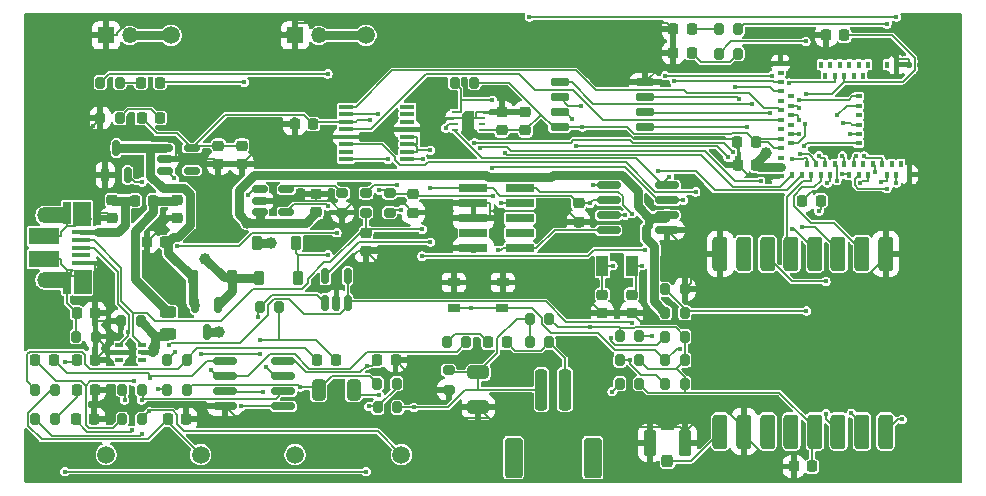
<source format=gbr>
%TF.GenerationSoftware,KiCad,Pcbnew,9.0.0*%
%TF.CreationDate,2025-03-04T10:40:36+01:00*%
%TF.ProjectId,mdbt_lora_board,6d646274-5f6c-46f7-9261-5f626f617264,v0.2*%
%TF.SameCoordinates,Original*%
%TF.FileFunction,Copper,L1,Top*%
%TF.FilePolarity,Positive*%
%FSLAX46Y46*%
G04 Gerber Fmt 4.6, Leading zero omitted, Abs format (unit mm)*
G04 Created by KiCad (PCBNEW 9.0.0) date 2025-03-04 10:40:36*
%MOMM*%
%LPD*%
G01*
G04 APERTURE LIST*
G04 Aperture macros list*
%AMRoundRect*
0 Rectangle with rounded corners*
0 $1 Rounding radius*
0 $2 $3 $4 $5 $6 $7 $8 $9 X,Y pos of 4 corners*
0 Add a 4 corners polygon primitive as box body*
4,1,4,$2,$3,$4,$5,$6,$7,$8,$9,$2,$3,0*
0 Add four circle primitives for the rounded corners*
1,1,$1+$1,$2,$3*
1,1,$1+$1,$4,$5*
1,1,$1+$1,$6,$7*
1,1,$1+$1,$8,$9*
0 Add four rect primitives between the rounded corners*
20,1,$1+$1,$2,$3,$4,$5,0*
20,1,$1+$1,$4,$5,$6,$7,0*
20,1,$1+$1,$6,$7,$8,$9,0*
20,1,$1+$1,$8,$9,$2,$3,0*%
%AMFreePoly0*
4,1,6,0.500000,-0.850000,-0.500000,-0.850000,-0.500000,0.550000,-0.200000,0.850000,0.500000,0.850000,0.500000,-0.850000,0.500000,-0.850000,$1*%
G04 Aperture macros list end*
%TA.AperFunction,ComponentPad*%
%ADD10R,1.350000X1.350000*%
%TD*%
%TA.AperFunction,ComponentPad*%
%ADD11O,1.350000X1.350000*%
%TD*%
%TA.AperFunction,SMDPad,CuDef*%
%ADD12RoundRect,0.150000X-0.512500X-0.150000X0.512500X-0.150000X0.512500X0.150000X-0.512500X0.150000X0*%
%TD*%
%TA.AperFunction,SMDPad,CuDef*%
%ADD13RoundRect,0.200000X0.200000X0.275000X-0.200000X0.275000X-0.200000X-0.275000X0.200000X-0.275000X0*%
%TD*%
%TA.AperFunction,SMDPad,CuDef*%
%ADD14RoundRect,0.225000X-0.225000X-0.250000X0.225000X-0.250000X0.225000X0.250000X-0.225000X0.250000X0*%
%TD*%
%TA.AperFunction,SMDPad,CuDef*%
%ADD15RoundRect,0.200000X-0.200000X-0.275000X0.200000X-0.275000X0.200000X0.275000X-0.200000X0.275000X0*%
%TD*%
%TA.AperFunction,ComponentPad*%
%ADD16C,1.500000*%
%TD*%
%TA.AperFunction,SMDPad,CuDef*%
%ADD17RoundRect,0.225000X-0.250000X0.225000X-0.250000X-0.225000X0.250000X-0.225000X0.250000X0.225000X0*%
%TD*%
%TA.AperFunction,SMDPad,CuDef*%
%ADD18RoundRect,0.225000X0.225000X0.250000X-0.225000X0.250000X-0.225000X-0.250000X0.225000X-0.250000X0*%
%TD*%
%TA.AperFunction,SMDPad,CuDef*%
%ADD19RoundRect,0.243750X-0.456250X0.243750X-0.456250X-0.243750X0.456250X-0.243750X0.456250X0.243750X0*%
%TD*%
%TA.AperFunction,SMDPad,CuDef*%
%ADD20R,1.050000X0.650000*%
%TD*%
%TA.AperFunction,SMDPad,CuDef*%
%ADD21RoundRect,0.225000X0.225000X0.375000X-0.225000X0.375000X-0.225000X-0.375000X0.225000X-0.375000X0*%
%TD*%
%TA.AperFunction,SMDPad,CuDef*%
%ADD22RoundRect,0.150000X0.150000X-0.512500X0.150000X0.512500X-0.150000X0.512500X-0.150000X-0.512500X0*%
%TD*%
%TA.AperFunction,SMDPad,CuDef*%
%ADD23RoundRect,0.200000X-0.275000X0.200000X-0.275000X-0.200000X0.275000X-0.200000X0.275000X0.200000X0*%
%TD*%
%TA.AperFunction,SMDPad,CuDef*%
%ADD24RoundRect,0.225000X0.250000X-0.225000X0.250000X0.225000X-0.250000X0.225000X-0.250000X-0.225000X0*%
%TD*%
%TA.AperFunction,SMDPad,CuDef*%
%ADD25RoundRect,0.250000X-0.250000X-1.500000X0.250000X-1.500000X0.250000X1.500000X-0.250000X1.500000X0*%
%TD*%
%TA.AperFunction,SMDPad,CuDef*%
%ADD26RoundRect,0.250001X-0.499999X-1.449999X0.499999X-1.449999X0.499999X1.449999X-0.499999X1.449999X0*%
%TD*%
%TA.AperFunction,SMDPad,CuDef*%
%ADD27RoundRect,0.200000X0.275000X-0.200000X0.275000X0.200000X-0.275000X0.200000X-0.275000X-0.200000X0*%
%TD*%
%TA.AperFunction,SMDPad,CuDef*%
%ADD28RoundRect,0.250000X0.250000X-0.275000X0.250000X0.275000X-0.250000X0.275000X-0.250000X-0.275000X0*%
%TD*%
%TA.AperFunction,SMDPad,CuDef*%
%ADD29RoundRect,0.250000X0.275000X-0.850000X0.275000X0.850000X-0.275000X0.850000X-0.275000X-0.850000X0*%
%TD*%
%TA.AperFunction,SMDPad,CuDef*%
%ADD30RoundRect,0.150000X-0.825000X-0.150000X0.825000X-0.150000X0.825000X0.150000X-0.825000X0.150000X0*%
%TD*%
%TA.AperFunction,SMDPad,CuDef*%
%ADD31RoundRect,0.225000X-0.225000X-0.375000X0.225000X-0.375000X0.225000X0.375000X-0.225000X0.375000X0*%
%TD*%
%TA.AperFunction,SMDPad,CuDef*%
%ADD32RoundRect,0.250000X-0.650000X0.325000X-0.650000X-0.325000X0.650000X-0.325000X0.650000X0.325000X0*%
%TD*%
%TA.AperFunction,SMDPad,CuDef*%
%ADD33RoundRect,0.250000X0.325000X0.650000X-0.325000X0.650000X-0.325000X-0.650000X0.325000X-0.650000X0*%
%TD*%
%TA.AperFunction,SMDPad,CuDef*%
%ADD34R,1.200000X0.400000*%
%TD*%
%TA.AperFunction,SMDPad,CuDef*%
%ADD35R,1.000000X1.800000*%
%TD*%
%TA.AperFunction,SMDPad,CuDef*%
%ADD36RoundRect,0.218750X-0.218750X-0.256250X0.218750X-0.256250X0.218750X0.256250X-0.218750X0.256250X0*%
%TD*%
%TA.AperFunction,SMDPad,CuDef*%
%ADD37RoundRect,0.150000X-0.150000X0.512500X-0.150000X-0.512500X0.150000X-0.512500X0.150000X0.512500X0*%
%TD*%
%TA.AperFunction,SMDPad,CuDef*%
%ADD38R,0.406400X0.609600*%
%TD*%
%TA.AperFunction,SMDPad,CuDef*%
%ADD39R,0.609600X0.406400*%
%TD*%
%TA.AperFunction,SMDPad,CuDef*%
%ADD40R,1.650000X0.400000*%
%TD*%
%TA.AperFunction,SMDPad,CuDef*%
%ADD41R,0.700000X1.825000*%
%TD*%
%TA.AperFunction,SMDPad,CuDef*%
%ADD42R,1.500000X2.000000*%
%TD*%
%TA.AperFunction,SMDPad,CuDef*%
%ADD43R,2.000000X1.350000*%
%TD*%
%TA.AperFunction,HeatsinkPad*%
%ADD44O,1.700000X1.350000*%
%TD*%
%TA.AperFunction,HeatsinkPad*%
%ADD45O,1.500000X1.100000*%
%TD*%
%TA.AperFunction,SMDPad,CuDef*%
%ADD46R,2.500000X1.430000*%
%TD*%
%TA.AperFunction,SMDPad,CuDef*%
%ADD47RoundRect,0.317500X-0.317500X1.157500X-0.317500X-1.157500X0.317500X-1.157500X0.317500X1.157500X0*%
%TD*%
%TA.AperFunction,SMDPad,CuDef*%
%ADD48RoundRect,0.150000X0.650000X0.150000X-0.650000X0.150000X-0.650000X-0.150000X0.650000X-0.150000X0*%
%TD*%
%TA.AperFunction,SMDPad,CuDef*%
%ADD49RoundRect,0.218750X0.218750X0.256250X-0.218750X0.256250X-0.218750X-0.256250X0.218750X-0.256250X0*%
%TD*%
%TA.AperFunction,SMDPad,CuDef*%
%ADD50R,0.550000X0.250000*%
%TD*%
%TA.AperFunction,SMDPad,CuDef*%
%ADD51FreePoly0,0.000000*%
%TD*%
%TA.AperFunction,SMDPad,CuDef*%
%ADD52RoundRect,0.100000X-0.225000X-0.100000X0.225000X-0.100000X0.225000X0.100000X-0.225000X0.100000X0*%
%TD*%
%TA.AperFunction,SMDPad,CuDef*%
%ADD53R,2.400000X0.740000*%
%TD*%
%TA.AperFunction,ViaPad*%
%ADD54C,0.450000*%
%TD*%
%TA.AperFunction,ViaPad*%
%ADD55C,1.000000*%
%TD*%
%TA.AperFunction,Conductor*%
%ADD56C,0.152400*%
%TD*%
%TA.AperFunction,Conductor*%
%ADD57C,0.800000*%
%TD*%
%TA.AperFunction,Conductor*%
%ADD58C,0.399800*%
%TD*%
%TA.AperFunction,Conductor*%
%ADD59C,0.601000*%
%TD*%
%TA.AperFunction,Conductor*%
%ADD60C,0.400600*%
%TD*%
G04 APERTURE END LIST*
D10*
%TO.P,J2,1,Pin_1*%
%TO.N,GND*%
X107500000Y-62000000D03*
D11*
%TO.P,J2,2,Pin_2*%
%TO.N,+BATT*%
X109500000Y-62000000D03*
%TD*%
D12*
%TO.P,U1,1,IN*%
%TO.N,VDD_IN*%
X112500000Y-71550000D03*
%TO.P,U1,2,GND*%
%TO.N,GND*%
X112500000Y-72500000D03*
%TO.P,U1,3,EN*%
%TO.N,LDO_EN*%
X112500000Y-73450000D03*
%TO.P,U1,4,NC*%
%TO.N,unconnected-(U1-NC-Pad4)*%
X114775000Y-73450000D03*
%TO.P,U1,5,OUT*%
%TO.N,+3V3*%
X114775000Y-71550000D03*
%TD*%
D13*
%TO.P,R12,1*%
%TO.N,Net-(J4-Pin_2)*%
X145000000Y-88000000D03*
%TO.P,R12,2*%
%TO.N,Net-(J4-Pin_1)*%
X143350000Y-88000000D03*
%TD*%
D14*
%TO.P,C16,1*%
%TO.N,Net-(U4B-+)*%
X104950000Y-94500000D03*
%TO.P,C16,2*%
%TO.N,GND*%
X106500000Y-94500000D03*
%TD*%
D15*
%TO.P,R19,1*%
%TO.N,Net-(C15-Pad1)*%
X101500000Y-92000000D03*
%TO.P,R19,2*%
%TO.N,Net-(C14-Pad1)*%
X103150000Y-92000000D03*
%TD*%
D13*
%TO.P,R1,1*%
%TO.N,VBUS*%
X110425000Y-86200000D03*
%TO.P,R1,2*%
%TO.N,GND*%
X108775000Y-86200000D03*
%TD*%
D15*
%TO.P,R23,1*%
%TO.N,Net-(U4B--)*%
X101500000Y-94500000D03*
%TO.P,R23,2*%
%TO.N,Net-(C17-Pad1)*%
X103150000Y-94500000D03*
%TD*%
D16*
%TO.P,TP5,1,1*%
%TO.N,Net-(C14-Pad1)*%
X115500000Y-97500000D03*
%TD*%
D14*
%TO.P,C15,1*%
%TO.N,Net-(C15-Pad1)*%
X125380000Y-89500000D03*
%TO.P,C15,2*%
%TO.N,Net-(C15-Pad2)*%
X126930000Y-89500000D03*
%TD*%
D17*
%TO.P,C6,1*%
%TO.N,+3V3*%
X119000000Y-71330000D03*
%TO.P,C6,2*%
%TO.N,GND*%
X119000000Y-72880000D03*
%TD*%
%TO.P,C21,1*%
%TO.N,XL1*%
X149500000Y-83950000D03*
%TO.P,C21,2*%
%TO.N,GND*%
X149500000Y-85500000D03*
%TD*%
%TO.P,C35,1*%
%TO.N,+3V3*%
X147500000Y-76225000D03*
%TO.P,C35,2*%
%TO.N,GND*%
X147500000Y-77775000D03*
%TD*%
D18*
%TO.P,C19,1*%
%TO.N,+3V3*%
X167275000Y-98500000D03*
%TO.P,C19,2*%
%TO.N,GND*%
X165725000Y-98500000D03*
%TD*%
D13*
%TO.P,R11,1*%
%TO.N,+3V3*%
X145000000Y-86000000D03*
%TO.P,R11,2*%
%TO.N,Net-(J4-Pin_1)*%
X143350000Y-86000000D03*
%TD*%
D15*
%TO.P,R5,1*%
%TO.N,/MDBT50Q-1MV2 (nRF52840)/ADC_VBAT*%
X154850000Y-83500000D03*
%TO.P,R5,2*%
%TO.N,GND*%
X156500000Y-83500000D03*
%TD*%
D17*
%TO.P,C4,1*%
%TO.N,Net-(C4-Pad1)*%
X113500000Y-75950000D03*
%TO.P,C4,2*%
%TO.N,GND*%
X113500000Y-77500000D03*
%TD*%
D15*
%TO.P,R14,1*%
%TO.N,Net-(C10-Pad2)*%
X136350000Y-88000000D03*
%TO.P,R14,2*%
%TO.N,Net-(U4A--)*%
X138000000Y-88000000D03*
%TD*%
D19*
%TO.P,F1,1*%
%TO.N,Net-(C4-Pad1)*%
X112755000Y-85432500D03*
%TO.P,F1,2*%
%TO.N,VBUS*%
X112755000Y-87307500D03*
%TD*%
D20*
%TO.P,SW1,1,1*%
%TO.N,GND*%
X136925000Y-82925000D03*
X141075000Y-82925000D03*
%TO.P,SW1,2,2*%
%TO.N,NRST*%
X136925000Y-85075000D03*
X141050000Y-85075000D03*
%TD*%
D14*
%TO.P,C17,1*%
%TO.N,Net-(C17-Pad1)*%
X105000000Y-92000000D03*
%TO.P,C17,2*%
%TO.N,GND*%
X106550000Y-92000000D03*
%TD*%
D21*
%TO.P,D4,1,K*%
%TO.N,Net-(D4-K)*%
X123725000Y-82550000D03*
%TO.P,D4,2,A*%
%TO.N,VBUS*%
X120425000Y-82550000D03*
%TD*%
D15*
%TO.P,R32,1*%
%TO.N,I2C_SCL*%
X154850000Y-91500000D03*
%TO.P,R32,2*%
%TO.N,+3V3*%
X156500000Y-91500000D03*
%TD*%
D22*
%TO.P,U5,1,+*%
%TO.N,Net-(U5-+)*%
X126050000Y-84637500D03*
%TO.P,U5,2,V-*%
%TO.N,GND*%
X127000000Y-84637500D03*
%TO.P,U5,3,-*%
%TO.N,/Ampliflying and Filtering/ADC_SENS*%
X127950000Y-84637500D03*
%TO.P,U5,4*%
X127950000Y-82362500D03*
%TO.P,U5,5,V+*%
%TO.N,+3V3*%
X126050000Y-82362500D03*
%TD*%
D15*
%TO.P,R22,1*%
%TO.N,Net-(C15-Pad2)*%
X108850000Y-92000000D03*
%TO.P,R22,2*%
%TO.N,Net-(U4B--)*%
X110500000Y-92000000D03*
%TD*%
D23*
%TO.P,R13,1*%
%TO.N,Net-(J4-Pin_1)*%
X136500000Y-90350000D03*
%TO.P,R13,2*%
%TO.N,GND*%
X136500000Y-92000000D03*
%TD*%
D24*
%TO.P,C34,1*%
%TO.N,+3V3*%
X141000000Y-70045000D03*
%TO.P,C34,2*%
%TO.N,GND*%
X141000000Y-68495000D03*
%TD*%
D25*
%TO.P,J4,1,Pin_1*%
%TO.N,Net-(J4-Pin_1)*%
X144350000Y-92000000D03*
%TO.P,J4,2,Pin_2*%
%TO.N,Net-(J4-Pin_2)*%
X146350000Y-92000000D03*
D26*
%TO.P,J4,MP*%
%TO.N,N/C*%
X142000000Y-97750000D03*
X148700000Y-97750000D03*
%TD*%
D10*
%TO.P,J3,1,Pin_1*%
%TO.N,GND*%
X123500000Y-62000000D03*
D11*
%TO.P,J3,2,Pin_2*%
%TO.N,VDC*%
X125500000Y-62000000D03*
%TD*%
D27*
%TO.P,R40,1*%
%TO.N,/MDBT50Q-1MV2 (nRF52840)/USB_P*%
X129500000Y-77000000D03*
%TO.P,R40,2*%
%TO.N,Net-(U14-USBDP)*%
X129500000Y-75350000D03*
%TD*%
D16*
%TO.P,TP4,1,1*%
%TO.N,Net-(C12-Pad2)*%
X123500000Y-97500000D03*
%TD*%
D24*
%TO.P,C8,1*%
%TO.N,+BATT*%
X125275000Y-76995000D03*
%TO.P,C8,2*%
%TO.N,GND*%
X125275000Y-75445000D03*
%TD*%
D23*
%TO.P,R6,1*%
%TO.N,Net-(U3-PROG)*%
X127500000Y-75350000D03*
%TO.P,R6,2*%
%TO.N,GND*%
X127500000Y-77000000D03*
%TD*%
D15*
%TO.P,R35,1*%
%TO.N,+3V3*%
X151000000Y-87480000D03*
%TO.P,R35,2*%
%TO.N,I2C_SDA*%
X152650000Y-87480000D03*
%TD*%
D28*
%TO.P,J5,1,In*%
%TO.N,Net-(J5-In)*%
X155025000Y-98025000D03*
D29*
%TO.P,J5,2,Ext*%
%TO.N,GND*%
X153550000Y-96500000D03*
X156500000Y-96500000D03*
%TD*%
D17*
%TO.P,C5,1*%
%TO.N,+3V3*%
X117000000Y-71330000D03*
%TO.P,C5,2*%
%TO.N,GND*%
X117000000Y-72880000D03*
%TD*%
D18*
%TO.P,C32,1*%
%TO.N,NRST*%
X168000000Y-76000000D03*
%TO.P,C32,2*%
%TO.N,GND*%
X166450000Y-76000000D03*
%TD*%
D13*
%TO.P,R3,1*%
%TO.N,Net-(D3-K)*%
X108650000Y-69000000D03*
%TO.P,R3,2*%
%TO.N,GND*%
X107000000Y-69000000D03*
%TD*%
D15*
%TO.P,R16,1*%
%TO.N,Net-(C13-Pad1)*%
X130500000Y-93500000D03*
%TO.P,R16,2*%
%TO.N,Net-(J4-Pin_1)*%
X132150000Y-93500000D03*
%TD*%
D30*
%TO.P,U4,1*%
%TO.N,Net-(C11-Pad2)*%
X117550000Y-89595000D03*
%TO.P,U4,2,-*%
%TO.N,Net-(U4A--)*%
X117550000Y-90865000D03*
%TO.P,U4,3,+*%
%TO.N,Net-(J4-Pin_1)*%
X117550000Y-92135000D03*
%TO.P,U4,4,V-*%
%TO.N,GND*%
X117550000Y-93405000D03*
%TO.P,U4,5,+*%
%TO.N,Net-(U4B-+)*%
X122500000Y-93405000D03*
%TO.P,U4,6,-*%
%TO.N,Net-(U4B--)*%
X122500000Y-92135000D03*
%TO.P,U4,7*%
%TO.N,Net-(U5-+)*%
X122500000Y-90865000D03*
%TO.P,U4,8,V+*%
%TO.N,+3V3*%
X122500000Y-89595000D03*
%TD*%
D15*
%TO.P,R21,1*%
%TO.N,Net-(U5-+)*%
X120500000Y-85000000D03*
%TO.P,R21,2*%
%TO.N,Net-(C15-Pad2)*%
X122150000Y-85000000D03*
%TD*%
D31*
%TO.P,D1,1,K*%
%TO.N,VDD_IN*%
X114850000Y-82500000D03*
%TO.P,D1,2,A*%
%TO.N,VBUS*%
X118150000Y-82500000D03*
%TD*%
D15*
%TO.P,R4,1*%
%TO.N,+BATT*%
X154850000Y-85500000D03*
%TO.P,R4,2*%
%TO.N,/MDBT50Q-1MV2 (nRF52840)/ADC_VBAT*%
X156500000Y-85500000D03*
%TD*%
D32*
%TO.P,C9,1*%
%TO.N,Net-(J4-Pin_1)*%
X139000000Y-90525000D03*
%TO.P,C9,2*%
%TO.N,GND*%
X139000000Y-93475000D03*
%TD*%
D18*
%TO.P,C27,1*%
%TO.N,+3V3*%
X162500000Y-71000000D03*
%TO.P,C27,2*%
%TO.N,GND*%
X160950000Y-71000000D03*
%TD*%
%TO.P,C10,1*%
%TO.N,Net-(J4-Pin_2)*%
X141400000Y-88000000D03*
%TO.P,C10,2*%
%TO.N,Net-(C10-Pad2)*%
X139850000Y-88000000D03*
%TD*%
D33*
%TO.P,C12,1*%
%TO.N,Net-(C11-Pad2)*%
X128450000Y-92000000D03*
%TO.P,C12,2*%
%TO.N,Net-(C12-Pad2)*%
X125500000Y-92000000D03*
%TD*%
D15*
%TO.P,R29,1*%
%TO.N,/MDBT50Q-1MV2 (nRF52840)/RFM_RX*%
X159350000Y-63540000D03*
%TO.P,R29,2*%
%TO.N,Net-(D12-A)*%
X161000000Y-63540000D03*
%TD*%
D34*
%TO.P,U14,1,TXD*%
%TO.N,UART_TX*%
X127800000Y-68055000D03*
%TO.P,U14,2,~{RTS}*%
%TO.N,UART_CTS*%
X127800000Y-68690000D03*
%TO.P,U14,3,VCCIO*%
%TO.N,+3V3*%
X127800000Y-69325000D03*
%TO.P,U14,4,RXD*%
%TO.N,UART_RX*%
X127800000Y-69960000D03*
%TO.P,U14,5,GND*%
%TO.N,GND*%
X127800000Y-70595000D03*
%TO.P,U14,6,~{CTS}*%
%TO.N,UART_RTS*%
X127800000Y-71230000D03*
%TO.P,U14,7,CBUS2*%
%TO.N,unconnected-(U14-CBUS2-Pad7)*%
X127800000Y-71865000D03*
%TO.P,U14,8,USBDP*%
%TO.N,Net-(U14-USBDP)*%
X127800000Y-72500000D03*
%TO.P,U14,9,USBDM*%
%TO.N,Net-(U14-USBDM)*%
X133000000Y-72500000D03*
%TO.P,U14,10,3V3OUT*%
%TO.N,+3V3*%
X133000000Y-71865000D03*
%TO.P,U14,11,~{RESET}*%
X133000000Y-71230000D03*
%TO.P,U14,12,VCC*%
X133000000Y-70595000D03*
%TO.P,U14,13,GND*%
%TO.N,GND*%
X133000000Y-69960000D03*
%TO.P,U14,14,CBUS1*%
%TO.N,unconnected-(U14-CBUS1-Pad14)*%
X133000000Y-69325000D03*
%TO.P,U14,15,CBUS0*%
%TO.N,unconnected-(U14-CBUS0-Pad15)*%
X133000000Y-68690000D03*
%TO.P,U14,16,CBUS3*%
%TO.N,unconnected-(U14-CBUS3-Pad16)*%
X133000000Y-68055000D03*
%TD*%
D15*
%TO.P,R18,1*%
%TO.N,Net-(C14-Pad1)*%
X112675000Y-92000000D03*
%TO.P,R18,2*%
%TO.N,Net-(C12-Pad2)*%
X114325000Y-92000000D03*
%TD*%
D17*
%TO.P,C3,1*%
%TO.N,Net-(J1-VBUS)*%
X108000000Y-75950000D03*
%TO.P,C3,2*%
%TO.N,GND*%
X108000000Y-77500000D03*
%TD*%
D15*
%TO.P,R31,1*%
%TO.N,NRST*%
X154850000Y-89500000D03*
%TO.P,R31,2*%
%TO.N,+3V3*%
X156500000Y-89500000D03*
%TD*%
D16*
%TO.P,TP1,1,1*%
%TO.N,+BATT*%
X113000000Y-62000000D03*
%TD*%
D15*
%TO.P,R15,1*%
%TO.N,Net-(U4A--)*%
X108850000Y-94500000D03*
%TO.P,R15,2*%
%TO.N,Net-(C11-Pad2)*%
X110500000Y-94500000D03*
%TD*%
%TO.P,R33,1*%
%TO.N,I2C_SDA*%
X137000000Y-66000000D03*
%TO.P,R33,2*%
%TO.N,+3V3*%
X138650000Y-66000000D03*
%TD*%
%TO.P,R34,1*%
%TO.N,Net-(U9-32KHZ)*%
X154850000Y-87500000D03*
%TO.P,R34,2*%
%TO.N,+3V3*%
X156500000Y-87500000D03*
%TD*%
D35*
%TO.P,Y1,1,1*%
%TO.N,XL2*%
X152000000Y-81500000D03*
%TO.P,Y1,2,2*%
%TO.N,XL1*%
X149500000Y-81500000D03*
%TD*%
D15*
%TO.P,R17,1*%
%TO.N,Net-(C12-Pad2)*%
X130450000Y-91500000D03*
%TO.P,R17,2*%
%TO.N,Net-(C13-Pad1)*%
X132100000Y-91500000D03*
%TD*%
D18*
%TO.P,C7,1*%
%TO.N,/MDBT50Q-1MV2 (nRF52840)/ADC_VBAT*%
X170000000Y-62000000D03*
%TO.P,C7,2*%
%TO.N,GND*%
X168450000Y-62000000D03*
%TD*%
D24*
%TO.P,C33,1*%
%TO.N,+3V3*%
X143000000Y-70045000D03*
%TO.P,C33,2*%
%TO.N,GND*%
X143000000Y-68495000D03*
%TD*%
D36*
%TO.P,D12,1,K*%
%TO.N,GND*%
X155500000Y-63500000D03*
%TO.P,D12,2,A*%
%TO.N,Net-(D12-A)*%
X157075000Y-63500000D03*
%TD*%
D18*
%TO.P,C1,1*%
%TO.N,GND*%
X106550000Y-85500000D03*
%TO.P,C1,2*%
%TO.N,Net-(J1-Shield)*%
X105000000Y-85500000D03*
%TD*%
D16*
%TO.P,TP3,1,1*%
%TO.N,Net-(C11-Pad2)*%
X132500000Y-97500000D03*
%TD*%
D37*
%TO.P,Q1,1,G*%
%TO.N,VBUS*%
X116950000Y-84862500D03*
%TO.P,Q1,2,S*%
%TO.N,VDD_IN*%
X115050000Y-84862500D03*
%TO.P,Q1,3,D*%
%TO.N,+BATT*%
X116000000Y-87137500D03*
%TD*%
D24*
%TO.P,C25,1*%
%TO.N,GND*%
X133500000Y-77000000D03*
%TO.P,C25,2*%
%TO.N,/MDBT50Q-1MV2 (nRF52840)/USB_N*%
X133500000Y-75450000D03*
%TD*%
D18*
%TO.P,C23,1*%
%TO.N,+3V3*%
X125000000Y-69500000D03*
%TO.P,C23,2*%
%TO.N,GND*%
X123450000Y-69500000D03*
%TD*%
D36*
%TO.P,D11,1,K*%
%TO.N,GND*%
X155500000Y-61500000D03*
%TO.P,D11,2,A*%
%TO.N,Net-(D11-A)*%
X157075000Y-61500000D03*
%TD*%
D38*
%TO.P,U6,1,GND*%
%TO.N,GND*%
X175499999Y-64500002D03*
%TO.P,U6,2,GND*%
X174400000Y-64500002D03*
%TO.P,U6,3,P1.10*%
%TO.N,unconnected-(U6-P1.10-Pad3)*%
X173599999Y-64500002D03*
%TO.P,U6,4,P1.11*%
%TO.N,unconnected-(U6-P1.11-Pad4)*%
X172000001Y-64500002D03*
%TO.P,U6,5,P1.12*%
%TO.N,unconnected-(U6-P1.12-Pad5)*%
X171600001Y-65400002D03*
%TO.P,U6,6,P1.13*%
%TO.N,unconnected-(U6-P1.13-Pad6)*%
X171200000Y-64500002D03*
%TO.P,U6,7,P1.14*%
%TO.N,unconnected-(U6-P1.14-Pad7)*%
X170800000Y-65400002D03*
%TO.P,U6,8,P1.15*%
%TO.N,unconnected-(U6-P1.15-Pad8)*%
X170399999Y-64500002D03*
%TO.P,U6,9,P0.03*%
%TO.N,/MDBT50Q-1MV2 (nRF52840)/ADC_VBAT*%
X169999999Y-65400002D03*
%TO.P,U6,10,P0.29*%
%TO.N,unconnected-(U6-P0.29-Pad10)*%
X169600001Y-64500002D03*
%TO.P,U6,11,P0.02*%
%TO.N,/Ampliflying and Filtering/ADC_SENS*%
X169200001Y-65400002D03*
%TO.P,U6,12,P0.31*%
%TO.N,unconnected-(U6-P0.31-Pad12)*%
X168800000Y-64500002D03*
%TO.P,U6,13,P0.28*%
%TO.N,unconnected-(U6-P0.28-Pad13)*%
X168400000Y-65400002D03*
%TO.P,U6,14,P0.30*%
%TO.N,unconnected-(U6-P0.30-Pad14)*%
X168000001Y-64500002D03*
D39*
%TO.P,U6,15,GND*%
%TO.N,GND*%
X164599999Y-64349999D03*
%TO.P,U6,16,P0.27*%
%TO.N,unconnected-(U6-P0.27-Pad16)*%
X164599999Y-65150000D03*
%TO.P,U6,17,P0.00/XL1*%
%TO.N,XL1*%
X164599999Y-65950001D03*
%TO.P,U6,18,P0.01/XL2*%
%TO.N,XL2*%
X164599999Y-66750000D03*
%TO.P,U6,19,P0.26*%
%TO.N,unconnected-(U6-P0.26-Pad19)*%
X165499999Y-67150000D03*
%TO.P,U6,20,P0.04*%
%TO.N,unconnected-(U6-P0.04-Pad20)*%
X164599999Y-67550001D03*
%TO.P,U6,21,P0.05*%
%TO.N,UART_RTS*%
X165499999Y-67950001D03*
%TO.P,U6,22,P0.06*%
%TO.N,UART_TX*%
X164599999Y-68349999D03*
%TO.P,U6,23,P0.07*%
%TO.N,UART_CTS*%
X165499999Y-68749999D03*
%TO.P,U6,24,P0.08*%
%TO.N,UART_RX*%
X164599999Y-69150000D03*
%TO.P,U6,25,P1.08*%
%TO.N,unconnected-(U6-P1.08-Pad25)*%
X165499999Y-69550000D03*
%TO.P,U6,26,P1.09*%
%TO.N,unconnected-(U6-P1.09-Pad26)*%
X164599999Y-69950001D03*
%TO.P,U6,27,P0.11*%
%TO.N,ALERT_SHT31*%
X165499999Y-70350001D03*
%TO.P,U6,28,VDD*%
%TO.N,+3V3*%
X164599999Y-70749999D03*
%TO.P,U6,29,P0.12*%
%TO.N,RTC_INT*%
X165499999Y-71149999D03*
%TO.P,U6,30,VDDH*%
%TO.N,+3V3*%
X164599999Y-71550000D03*
%TO.P,U6,31,DCCH*%
%TO.N,unconnected-(U6-DCCH-Pad31)*%
X164599999Y-72349999D03*
%TO.P,U6,32,VBUS*%
%TO.N,VBUS*%
X164599999Y-73150000D03*
%TO.P,U6,33,GND*%
%TO.N,GND*%
X164599999Y-73949998D03*
D38*
%TO.P,U6,34,D-*%
%TO.N,/MDBT50Q-1MV2 (nRF52840)/USB_N*%
X165600001Y-73799998D03*
%TO.P,U6,35,D+*%
%TO.N,/MDBT50Q-1MV2 (nRF52840)/USB_P*%
X166400001Y-73799998D03*
%TO.P,U6,36,P0.14*%
%TO.N,/MDBT50Q-1MV2 (nRF52840)/RFM_CLK*%
X166800001Y-72899998D03*
%TO.P,U6,37,P0.13*%
%TO.N,/MDBT50Q-1MV2 (nRF52840)/RFM_CS*%
X167200001Y-73799998D03*
%TO.P,U6,38,P0.16*%
%TO.N,/MDBT50Q-1MV2 (nRF52840)/RFM_MOSI*%
X167600001Y-72899998D03*
%TO.P,U6,39,P0.15*%
%TO.N,/MDBT50Q-1MV2 (nRF52840)/RFM_MISO*%
X168000000Y-73799998D03*
%TO.P,U6,40,P0.18/RESET*%
%TO.N,NRST*%
X168400000Y-72899998D03*
%TO.P,U6,41,P0.17*%
%TO.N,/MDBT50Q-1MV2 (nRF52840)/RFM_RST*%
X168800001Y-73799998D03*
%TO.P,U6,42,P0.19*%
%TO.N,/MDBT50Q-1MV2 (nRF52840)/RFM_IRQ0*%
X169200001Y-72899998D03*
%TO.P,U6,43,P0.21*%
%TO.N,/MDBT50Q-1MV2 (nRF52840)/RFM_IRQ2*%
X169999999Y-72899998D03*
%TO.P,U6,44,P0.20*%
%TO.N,/MDBT50Q-1MV2 (nRF52840)/RFM_IRQ1*%
X170399999Y-73799998D03*
%TO.P,U6,45,P0.23*%
%TO.N,/MDBT50Q-1MV2 (nRF52840)/RFM_RX*%
X170800000Y-72899998D03*
%TO.P,U6,46,P0.22*%
%TO.N,/MDBT50Q-1MV2 (nRF52840)/RFM_TX*%
X171200000Y-73799998D03*
%TO.P,U6,47,P1.00*%
%TO.N,unconnected-(U6-P1.00-Pad47)*%
X171600001Y-72899998D03*
%TO.P,U6,48,P0.24*%
%TO.N,I2C_SDA*%
X172000001Y-73799998D03*
%TO.P,U6,49,P0.25*%
%TO.N,I2C_SCL*%
X172400001Y-72899998D03*
%TO.P,U6,50,P1.02*%
%TO.N,QSPI_SIO2*%
X173199999Y-72899998D03*
%TO.P,U6,51,SWDIO*%
%TO.N,SWDIO*%
X173599999Y-73799998D03*
%TO.P,U6,52,P0.09/NFC1*%
%TO.N,unconnected-(U6-P0.09{slash}NFC1-Pad52)*%
X174000000Y-72899998D03*
%TO.P,U6,53,SWDCLK*%
%TO.N,SWCLK*%
X174400000Y-73799998D03*
%TO.P,U6,54,P0.10/NFC2*%
%TO.N,unconnected-(U6-P0.10{slash}NFC2-Pad54)*%
X174800000Y-72899998D03*
%TO.P,U6,55,GND*%
%TO.N,GND*%
X175499999Y-73799998D03*
D39*
%TO.P,U6,56,P1.04*%
%TO.N,QPSI_SIO1*%
X171199999Y-67150000D03*
%TO.P,U6,57,P1.06*%
%TO.N,QSPI_CS*%
X171199999Y-67950001D03*
%TO.P,U6,58,P1.07*%
%TO.N,/MDBT50Q-1MV2 (nRF52840)/DW_CS*%
X171199999Y-68749999D03*
%TO.P,U6,59,P1.05*%
%TO.N,QSPI_SIO0*%
X171199999Y-69550000D03*
%TO.P,U6,60,P1.03*%
%TO.N,QSPI_SCLK*%
X171199999Y-70350001D03*
%TO.P,U6,61,P1.01*%
%TO.N,QSPI_SIO3*%
X171199999Y-71149999D03*
%TD*%
D15*
%TO.P,R7,1*%
%TO.N,Net-(D4-K)*%
X107000000Y-66000000D03*
%TO.P,R7,2*%
%TO.N,Net-(D6-A)*%
X108650000Y-66000000D03*
%TD*%
D22*
%TO.P,U2,1,GND*%
%TO.N,GND*%
X107412500Y-73812500D03*
%TO.P,U2,2,~{RESET}*%
%TO.N,LDO_EN*%
X109312500Y-73812500D03*
%TO.P,U2,3,VDD*%
%TO.N,VDD_IN*%
X108362500Y-71537500D03*
%TD*%
D36*
%TO.P,L1,1,1*%
%TO.N,Net-(J1-VBUS)*%
X109925000Y-76000000D03*
%TO.P,L1,2,2*%
%TO.N,Net-(C4-Pad1)*%
X111500000Y-76000000D03*
%TD*%
D14*
%TO.P,C14,1*%
%TO.N,Net-(C14-Pad1)*%
X112725000Y-94500000D03*
%TO.P,C14,2*%
%TO.N,GND*%
X114275000Y-94500000D03*
%TD*%
D40*
%TO.P,J1,1,VBUS*%
%TO.N,Net-(J1-VBUS)*%
X105380000Y-78675000D03*
%TO.P,J1,2,D-*%
%TO.N,/MDBT50Q-1MV2 (nRF52840)/USB_P*%
X105380000Y-79325000D03*
%TO.P,J1,3,D+*%
%TO.N,/MDBT50Q-1MV2 (nRF52840)/USB_N*%
X105380000Y-79975000D03*
%TO.P,J1,4,ID*%
%TO.N,unconnected-(J1-ID-Pad4)*%
X105380000Y-80625000D03*
%TO.P,J1,5,GND*%
%TO.N,GND*%
X105380000Y-81275000D03*
D41*
%TO.P,J1,6,Shield*%
%TO.N,Net-(J1-Shield)*%
X104180000Y-77025000D03*
D42*
X105480000Y-77125000D03*
D43*
X103430000Y-77245000D03*
D44*
X102500000Y-77245000D03*
D45*
X105500000Y-77555000D03*
D46*
X102230000Y-79015000D03*
X102230000Y-80935000D03*
D45*
X105500000Y-82395000D03*
D44*
X102500000Y-82705000D03*
D43*
X103430000Y-82725000D03*
D42*
X105500000Y-82875000D03*
D41*
X104180000Y-82975000D03*
%TD*%
D18*
%TO.P,C2,1*%
%TO.N,VDD_IN*%
X112500000Y-79500000D03*
%TO.P,C2,2*%
%TO.N,GND*%
X110950000Y-79500000D03*
%TD*%
D30*
%TO.P,U9,1,32KHZ*%
%TO.N,Net-(U9-32KHZ)*%
X150050000Y-74690000D03*
%TO.P,U9,2,VCC*%
%TO.N,+3V3*%
X150050000Y-75960000D03*
%TO.P,U9,3,~{INT}/SQW*%
%TO.N,RTC_INT*%
X150050000Y-77230000D03*
%TO.P,U9,4,~{RST}*%
%TO.N,NRST*%
X150050000Y-78500000D03*
%TO.P,U9,5,GND*%
%TO.N,GND*%
X155000000Y-78500000D03*
%TO.P,U9,6,VBAT*%
%TO.N,+BATT*%
X155000000Y-77230000D03*
%TO.P,U9,7,SDA*%
%TO.N,I2C_SDA*%
X155000000Y-75960000D03*
%TO.P,U9,8,SCL*%
%TO.N,I2C_SCL*%
X155000000Y-74690000D03*
%TD*%
D16*
%TO.P,TP2,1,1*%
%TO.N,VDC*%
X129500000Y-62000000D03*
%TD*%
D14*
%TO.P,C11,1*%
%TO.N,Net-(U4A--)*%
X101500000Y-89500000D03*
%TO.P,C11,2*%
%TO.N,Net-(C11-Pad2)*%
X103050000Y-89500000D03*
%TD*%
D47*
%TO.P,U7,1,GND*%
%TO.N,GND*%
X173500000Y-80500000D03*
%TO.P,U7,2,MISO*%
%TO.N,/MDBT50Q-1MV2 (nRF52840)/RFM_MISO*%
X171500000Y-80500000D03*
%TO.P,U7,3,MOSI*%
%TO.N,/MDBT50Q-1MV2 (nRF52840)/RFM_MOSI*%
X169500000Y-80500000D03*
%TO.P,U7,4,SCK*%
%TO.N,/MDBT50Q-1MV2 (nRF52840)/RFM_CLK*%
X167500000Y-80500000D03*
%TO.P,U7,5,NSS*%
%TO.N,/MDBT50Q-1MV2 (nRF52840)/RFM_CS*%
X165500000Y-80500000D03*
%TO.P,U7,6,RESET*%
%TO.N,/MDBT50Q-1MV2 (nRF52840)/RFM_RST*%
X163500000Y-80500000D03*
%TO.P,U7,7,DIO5*%
%TO.N,unconnected-(U7-DIO5-Pad7)*%
X161500000Y-80500000D03*
%TO.P,U7,8,GND*%
%TO.N,GND*%
X159500000Y-80500000D03*
%TO.P,U7,9,ANT*%
%TO.N,Net-(J5-In)*%
X159500000Y-95550000D03*
%TO.P,U7,10,GND*%
%TO.N,GND*%
X161500000Y-95550000D03*
%TO.P,U7,11,DIO3*%
%TO.N,unconnected-(U7-DIO3-Pad11)*%
X163500000Y-95550000D03*
%TO.P,U7,12,DIO4*%
%TO.N,unconnected-(U7-DIO4-Pad12)*%
X165500000Y-95550000D03*
%TO.P,U7,13,3.3V*%
%TO.N,+3V3*%
X167500000Y-95550000D03*
%TO.P,U7,14,DIO0*%
%TO.N,/MDBT50Q-1MV2 (nRF52840)/RFM_IRQ0*%
X169500000Y-95550000D03*
%TO.P,U7,15,DIO1*%
%TO.N,/MDBT50Q-1MV2 (nRF52840)/RFM_IRQ1*%
X171500000Y-95550000D03*
%TO.P,U7,16,DIO2*%
%TO.N,/MDBT50Q-1MV2 (nRF52840)/RFM_IRQ2*%
X173500000Y-95550000D03*
%TD*%
D23*
%TO.P,R41,1*%
%TO.N,/MDBT50Q-1MV2 (nRF52840)/USB_N*%
X131500000Y-75350000D03*
%TO.P,R41,2*%
%TO.N,Net-(U14-USBDM)*%
X131500000Y-77000000D03*
%TD*%
D15*
%TO.P,R2,1*%
%TO.N,Net-(J1-Shield)*%
X104950000Y-87500000D03*
%TO.P,R2,2*%
%TO.N,GND*%
X106600000Y-87500000D03*
%TD*%
%TO.P,R20,1*%
%TO.N,Net-(U4B-+)*%
X112675000Y-89500000D03*
%TO.P,R20,2*%
%TO.N,Net-(C15-Pad1)*%
X114325000Y-89500000D03*
%TD*%
D21*
%TO.P,D5,1,K*%
%TO.N,Net-(D4-K)*%
X123575000Y-79550000D03*
%TO.P,D5,2,A*%
%TO.N,VDC*%
X120275000Y-79550000D03*
%TD*%
D48*
%TO.P,U10,1,~{CS}*%
%TO.N,QSPI_CS*%
X153100000Y-69795000D03*
%TO.P,U10,2,SO/SIO1*%
%TO.N,QPSI_SIO1*%
X153100000Y-68525000D03*
%TO.P,U10,3,~{WP}/SIO2*%
%TO.N,QSPI_SIO2*%
X153100000Y-67255000D03*
%TO.P,U10,4,GND*%
%TO.N,GND*%
X153100000Y-65985000D03*
%TO.P,U10,5,SI/SIO0*%
%TO.N,QSPI_SIO0*%
X145900000Y-65985000D03*
%TO.P,U10,6,SCLK*%
%TO.N,QSPI_SCLK*%
X145900000Y-67255000D03*
%TO.P,U10,7,~{RESET}/SIO3*%
%TO.N,QSPI_SIO3*%
X145900000Y-68525000D03*
%TO.P,U10,8,VCC*%
%TO.N,+3V3*%
X145900000Y-69795000D03*
%TD*%
D14*
%TO.P,C24,1*%
%TO.N,+3V3*%
X130450000Y-89500000D03*
%TO.P,C24,2*%
%TO.N,GND*%
X132000000Y-89500000D03*
%TD*%
D49*
%TO.P,D3,1,K*%
%TO.N,Net-(D3-K)*%
X112075000Y-69000000D03*
%TO.P,D3,2,A*%
%TO.N,+3V3*%
X110500000Y-69000000D03*
%TD*%
D12*
%TO.P,U3,1,STAT*%
%TO.N,Net-(D6-K)*%
X120487500Y-75050000D03*
%TO.P,U3,2,V_{SS}*%
%TO.N,GND*%
X120487500Y-76000000D03*
%TO.P,U3,3,V_{BAT}*%
%TO.N,+BATT*%
X120487500Y-76950000D03*
%TO.P,U3,4,V_{DD}*%
%TO.N,Net-(D4-K)*%
X122762500Y-76950000D03*
%TO.P,U3,5,PROG*%
%TO.N,Net-(U3-PROG)*%
X122762500Y-75050000D03*
%TD*%
D18*
%TO.P,C22,1*%
%TO.N,VBUS*%
X162550000Y-73000000D03*
%TO.P,C22,2*%
%TO.N,GND*%
X161000000Y-73000000D03*
%TD*%
D14*
%TO.P,C13,1*%
%TO.N,Net-(C13-Pad1)*%
X105000000Y-89500000D03*
%TO.P,C13,2*%
%TO.N,GND*%
X106550000Y-89500000D03*
%TD*%
D15*
%TO.P,R36,1*%
%TO.N,I2C_SCL*%
X151000000Y-89500000D03*
%TO.P,R36,2*%
%TO.N,+3V3*%
X152650000Y-89500000D03*
%TD*%
D16*
%TO.P,TP6,1,1*%
%TO.N,/Ampliflying and Filtering/ADC_SENS*%
X107500000Y-97500000D03*
%TD*%
D50*
%TO.P,U11,1,SDA*%
%TO.N,I2C_SDA*%
X137000000Y-68500000D03*
%TO.P,U11,2,ADDR*%
%TO.N,GND*%
X137000000Y-69000000D03*
%TO.P,U11,3,ALERT*%
%TO.N,ALERT_SHT31*%
X137000000Y-69500000D03*
%TO.P,U11,4,SCL*%
%TO.N,I2C_SCL*%
X137000000Y-70000000D03*
%TO.P,U11,5,VDD*%
%TO.N,+3V3*%
X139350000Y-70000000D03*
%TO.P,U11,6,~{RESET}*%
%TO.N,unconnected-(U11-~{RESET}-Pad6)*%
X139350000Y-69500000D03*
%TO.P,U11,7,R*%
%TO.N,GND*%
X139350000Y-69000000D03*
%TO.P,U11,8,VSS*%
X139350000Y-68500000D03*
D51*
%TO.P,U11,9,VSS*%
X138175000Y-69250000D03*
%TD*%
D13*
%TO.P,R28,1*%
%TO.N,/MDBT50Q-1MV2 (nRF52840)/RFM_TX*%
X161000000Y-61500000D03*
%TO.P,R28,2*%
%TO.N,Net-(D11-A)*%
X159350000Y-61500000D03*
%TD*%
D49*
%TO.P,D6,1,K*%
%TO.N,Net-(D6-K)*%
X112035000Y-66000000D03*
%TO.P,D6,2,A*%
%TO.N,Net-(D6-A)*%
X110460000Y-66000000D03*
%TD*%
D15*
%TO.P,R37,1*%
%TO.N,RTC_INT*%
X151000000Y-91500000D03*
%TO.P,R37,2*%
%TO.N,+3V3*%
X152650000Y-91500000D03*
%TD*%
D24*
%TO.P,C26,1*%
%TO.N,GND*%
X129500000Y-80275000D03*
%TO.P,C26,2*%
%TO.N,/MDBT50Q-1MV2 (nRF52840)/USB_P*%
X129500000Y-78725000D03*
%TD*%
D17*
%TO.P,C20,1*%
%TO.N,XL2*%
X152000000Y-83950000D03*
%TO.P,C20,2*%
%TO.N,GND*%
X152000000Y-85500000D03*
%TD*%
D52*
%TO.P,D2,1*%
%TO.N,/MDBT50Q-1MV2 (nRF52840)/USB_N*%
X108600000Y-88200000D03*
%TO.P,D2,2*%
%TO.N,GND*%
X108600000Y-88850000D03*
%TO.P,D2,3*%
%TO.N,unconnected-(D2-Pad3)*%
X108600000Y-89500000D03*
%TO.P,D2,4*%
%TO.N,unconnected-(D2-Pad4)*%
X110500000Y-89500000D03*
%TO.P,D2,5*%
%TO.N,VBUS*%
X110500000Y-88850000D03*
%TO.P,D2,6*%
%TO.N,/MDBT50Q-1MV2 (nRF52840)/USB_P*%
X110500000Y-88200000D03*
%TD*%
D53*
%TO.P,J6,1,VTref*%
%TO.N,+3V3*%
X138600000Y-74960000D03*
%TO.P,J6,2,SWDIO/TMS*%
%TO.N,SWDIO*%
X142500000Y-74960000D03*
%TO.P,J6,3,GND*%
%TO.N,GND*%
X138600000Y-76230000D03*
%TO.P,J6,4,SWCLK/TCK*%
%TO.N,SWCLK*%
X142500000Y-76230000D03*
%TO.P,J6,5,GND*%
%TO.N,GND*%
X138600000Y-77500000D03*
%TO.P,J6,6,SWO/TDO*%
%TO.N,unconnected-(J6-SWO{slash}TDO-Pad6)*%
X142500000Y-77500000D03*
%TO.P,J6,7,KEY*%
%TO.N,unconnected-(J6-KEY-Pad7)*%
X138600000Y-78770000D03*
%TO.P,J6,8,NC/TDI*%
%TO.N,unconnected-(J6-NC{slash}TDI-Pad8)*%
X142500000Y-78770000D03*
%TO.P,J6,9,GNDDetect*%
%TO.N,GND*%
X138600000Y-80040000D03*
%TO.P,J6,10,~{RESET}*%
%TO.N,NRST*%
X142500000Y-80040000D03*
%TD*%
D54*
%TO.N,GND*%
X106347500Y-69652500D03*
X110736800Y-80376400D03*
X163786800Y-78500000D03*
X163786800Y-74049400D03*
X106637200Y-77083000D03*
X106637200Y-81334800D03*
X107595700Y-92021100D03*
%TO.N,+3V3*%
X129546700Y-89958200D03*
X134957400Y-74960000D03*
X134957400Y-79501200D03*
X148443800Y-76225000D03*
X147806100Y-69743700D03*
X148443800Y-86730300D03*
X134957400Y-71719800D03*
X129799900Y-69184600D03*
%TO.N,/MDBT50Q-1MV2 (nRF52840)/ADC_VBAT*%
X166788500Y-66998900D03*
X166788500Y-85325000D03*
D55*
%TO.N,+BATT*%
X117017400Y-87137500D03*
X119463100Y-77846500D03*
D54*
%TO.N,Net-(J4-Pin_1)*%
X120737300Y-92168400D03*
X133534600Y-93500000D03*
%TO.N,Net-(C11-Pad2)*%
X130625400Y-92472300D03*
X111160900Y-93839100D03*
X111248600Y-90981600D03*
%TO.N,Net-(U4A--)*%
X116334600Y-90348900D03*
X109866400Y-91287700D03*
%TO.N,Net-(C12-Pad2)*%
X123941900Y-91779300D03*
%TO.N,Net-(C13-Pad1)*%
X129717300Y-93420500D03*
X129516300Y-98928300D03*
X104005800Y-89620800D03*
X104005800Y-98928300D03*
%TO.N,Net-(C14-Pad1)*%
X111893700Y-91930100D03*
%TO.N,Net-(C15-Pad2)*%
X115498400Y-88965300D03*
X109058800Y-92879100D03*
X120489000Y-88965300D03*
X120489000Y-87812800D03*
%TO.N,Net-(U4B-+)*%
X118923000Y-93405000D03*
X113332700Y-88842300D03*
X109721600Y-95434700D03*
%TO.N,XL2*%
X152882800Y-81500000D03*
X160736700Y-66353700D03*
%TO.N,XL1*%
X155611600Y-65898400D03*
X150400000Y-81500000D03*
D55*
%TO.N,VBUS*%
X163332500Y-71922200D03*
X115833800Y-80893400D03*
X111528800Y-88463400D03*
D54*
%TO.N,/MDBT50Q-1MV2 (nRF52840)/USB_N*%
X113517800Y-79810100D03*
X109329600Y-87079300D03*
X127046500Y-78710800D03*
X141255600Y-71944000D03*
X140247800Y-75584500D03*
X130636600Y-75120700D03*
%TO.N,/MDBT50Q-1MV2 (nRF52840)/USB_P*%
X154236500Y-73508400D03*
X134250600Y-80694200D03*
X134250600Y-78425500D03*
X153127300Y-80178600D03*
%TO.N,NRST*%
X156094400Y-88539400D03*
X140650200Y-80204700D03*
X167849900Y-76864400D03*
X138426200Y-85075000D03*
X167849900Y-72205700D03*
%TO.N,Net-(D4-K)*%
X126266800Y-80586600D03*
X126266800Y-76452700D03*
X126266800Y-65260500D03*
D55*
%TO.N,VDC*%
X121450400Y-79550000D03*
D54*
%TO.N,Net-(D6-K)*%
X119525100Y-75515300D03*
X119187200Y-65967800D03*
%TO.N,SWDIO*%
X173109900Y-74391600D03*
X152029900Y-77100000D03*
%TO.N,SWCLK*%
X174399900Y-60445400D03*
X174399900Y-74500200D03*
X140915300Y-76230000D03*
X143342100Y-60445400D03*
%TO.N,Net-(U5-+)*%
X121019700Y-90068800D03*
X120340200Y-85872000D03*
%TO.N,Net-(U4B--)*%
X110491700Y-92880500D03*
X110491700Y-95742500D03*
%TO.N,/MDBT50Q-1MV2 (nRF52840)/RFM_TX*%
X173607100Y-74971900D03*
X173607100Y-61022800D03*
%TO.N,/MDBT50Q-1MV2 (nRF52840)/RFM_RX*%
X166740900Y-62520000D03*
X171023900Y-72214600D03*
%TO.N,I2C_SCL*%
X172593500Y-73610200D03*
X155161900Y-74004300D03*
X151867900Y-89500000D03*
%TO.N,I2C_SDA*%
X153712700Y-87480000D03*
X140206700Y-67487000D03*
X156360700Y-75960000D03*
X171335800Y-74484700D03*
X140206700Y-73209400D03*
%TO.N,Net-(U9-32KHZ)*%
X148679800Y-74690000D03*
X150212700Y-87612000D03*
%TO.N,RTC_INT*%
X166709300Y-69465900D03*
X151410400Y-77230000D03*
X150339300Y-92160700D03*
%TO.N,Net-(U14-USBDP)*%
X131374700Y-72500000D03*
X132155700Y-74632600D03*
%TO.N,Net-(U14-USBDM)*%
X134292100Y-72500000D03*
X132500000Y-76767200D03*
%TO.N,/Ampliflying and Filtering/ADC_SENS*%
X152039100Y-86343100D03*
X165306200Y-66045400D03*
X112815100Y-88244300D03*
%TO.N,LDO_EN*%
X110538500Y-74414800D03*
X113261000Y-74111800D03*
%TO.N,/MDBT50Q-1MV2 (nRF52840)/RFM_IRQ0*%
X168427400Y-94018100D03*
X169357500Y-74295500D03*
%TO.N,/MDBT50Q-1MV2 (nRF52840)/RFM_IRQ1*%
X169817600Y-73777900D03*
X170595000Y-93977000D03*
%TO.N,/MDBT50Q-1MV2 (nRF52840)/RFM_CLK*%
X165608600Y-72509900D03*
X165608600Y-78394900D03*
%TO.N,/MDBT50Q-1MV2 (nRF52840)/RFM_RST*%
X168572700Y-74496000D03*
X168444000Y-82828300D03*
%TO.N,/MDBT50Q-1MV2 (nRF52840)/RFM_MOSI*%
X166400600Y-78197700D03*
X166273000Y-72054600D03*
%TO.N,/MDBT50Q-1MV2 (nRF52840)/RFM_IRQ2*%
X174890700Y-94516500D03*
X169839700Y-72204600D03*
%TO.N,QSPI_CS*%
X169404700Y-68741300D03*
X161786900Y-69752400D03*
%TO.N,QSPI_SIO0*%
X169871600Y-69448100D03*
X162211800Y-67812200D03*
%TO.N,QSPI_SCLK*%
X154846300Y-65420700D03*
X147727600Y-67984100D03*
X170481700Y-70369400D03*
X163888800Y-65420700D03*
%TO.N,QSPI_SIO3*%
X160155700Y-72312500D03*
X147249600Y-71329000D03*
X146937000Y-69046000D03*
X166568300Y-71398700D03*
%TO.N,QPSI_SIO1*%
X166184300Y-67454200D03*
X163703700Y-68579400D03*
%TO.N,QSPI_SIO2*%
X171678300Y-72215400D03*
X161056500Y-67349300D03*
%TO.N,ALERT_SHT31*%
X162918500Y-74340200D03*
X139121300Y-71545500D03*
X166184100Y-70351600D03*
X136264400Y-69844100D03*
%TO.N,UART_CTS*%
X138682400Y-71076900D03*
X166158900Y-69151900D03*
X160568300Y-71870500D03*
X130556600Y-68690000D03*
%TO.N,UART_RTS*%
X157416000Y-75250000D03*
X166201500Y-68176500D03*
%TD*%
D56*
%TO.N,Net-(J1-Shield)*%
X104180000Y-84680000D02*
X105000000Y-85500000D01*
X103430000Y-77245000D02*
X103960000Y-77245000D01*
X104727800Y-81863700D02*
X104727800Y-81863600D01*
X105480000Y-77555000D02*
X105500000Y-77555000D01*
X103710300Y-78637500D02*
X104180000Y-78167800D01*
X102230000Y-79015000D02*
X103710300Y-79015000D01*
X103960000Y-77245000D02*
X104180000Y-77025000D01*
X105500000Y-82395000D02*
X104519700Y-82395000D01*
X104867200Y-78167800D02*
X104180000Y-78167800D01*
X104519700Y-82071800D02*
X104727800Y-81863700D01*
X105480000Y-77555000D02*
X105480000Y-77125000D01*
X104180000Y-81832200D02*
X103710300Y-81362500D01*
X104180000Y-82975000D02*
X104180000Y-84680000D01*
X103710300Y-79015000D02*
X103710300Y-78637500D01*
X103710300Y-81362500D02*
X103710300Y-80935000D01*
X104727800Y-81863600D02*
X104696400Y-81832200D01*
X104696400Y-81832200D02*
X104180000Y-81832200D01*
X102230000Y-80935000D02*
X103710300Y-80935000D01*
X103680000Y-82975000D02*
X103430000Y-82725000D01*
X104180000Y-82975000D02*
X103680000Y-82975000D01*
X104180000Y-82975000D02*
X104180000Y-81832200D01*
X103410000Y-82705000D02*
X103430000Y-82725000D01*
X105480000Y-77555000D02*
X104867200Y-78167800D01*
X104519700Y-82395000D02*
X104519700Y-82071800D01*
X105500000Y-82875000D02*
X105500000Y-82395000D01*
X104950000Y-85550000D02*
X104950000Y-87500000D01*
X105000000Y-85500000D02*
X104950000Y-85550000D01*
X102500000Y-82705000D02*
X103410000Y-82705000D01*
X104180000Y-77025000D02*
X104180000Y-78167800D01*
X102500000Y-77245000D02*
X103430000Y-77245000D01*
%TO.N,GND*%
X138600000Y-76230000D02*
X140030300Y-76230000D01*
X175500000Y-73800000D02*
X175500000Y-74335100D01*
X160720400Y-70770400D02*
X152215600Y-70770400D01*
X161023600Y-71073600D02*
X160950000Y-71000000D01*
X129804500Y-70595000D02*
X127800000Y-70595000D01*
X153100000Y-65985000D02*
X154519300Y-64565700D01*
X112866700Y-70648000D02*
X113444800Y-71226100D01*
X132327200Y-92475000D02*
X132802200Y-92000000D01*
X167265000Y-83500000D02*
X170753200Y-83500000D01*
X106600000Y-87500000D02*
X107200000Y-88100000D01*
X123450000Y-70595000D02*
X123450000Y-69500000D01*
X108000000Y-77500000D02*
X107583000Y-77083000D01*
X133500000Y-77000000D02*
X132774000Y-76274000D01*
X114275000Y-94500000D02*
X114275000Y-93405000D01*
X125272400Y-76000000D02*
X120487500Y-76000000D01*
X138600000Y-77500000D02*
X136233800Y-77500000D01*
X156113400Y-95168000D02*
X156500000Y-95554600D01*
X132802200Y-92000000D02*
X136500000Y-92000000D01*
X163849200Y-64565700D02*
X164064900Y-64350000D01*
X161500000Y-95274900D02*
X161500000Y-95550000D01*
X161500000Y-95869600D02*
X164130400Y-98500000D01*
X173500000Y-76335100D02*
X175500000Y-74335100D01*
X106550000Y-93361500D02*
X114231500Y-93361500D01*
X154957000Y-60957000D02*
X123637700Y-60957000D01*
X168450000Y-63134900D02*
X166350200Y-63134900D01*
X139371500Y-70770400D02*
X138278800Y-69677700D01*
X132000000Y-89500000D02*
X132802200Y-90302200D01*
X174400000Y-64500000D02*
X174400000Y-64041900D01*
X108832500Y-70551000D02*
X108929500Y-70648000D01*
X107583000Y-77083000D02*
X106637200Y-77083000D01*
X138844700Y-69000000D02*
X137000000Y-69000000D01*
X174400000Y-63966400D02*
X173568500Y-63134900D01*
X140693000Y-95168000D02*
X153550000Y-95168000D01*
X123500000Y-62000000D02*
X122594700Y-62000000D01*
X122594700Y-62000000D02*
X121601800Y-61007100D01*
X107200000Y-88100000D02*
X107200000Y-88850000D01*
X146590000Y-76865000D02*
X147500000Y-77775000D01*
X114231500Y-93361500D02*
X114275000Y-93405000D01*
X175500000Y-64500000D02*
X175500000Y-63964900D01*
X121285000Y-70595000D02*
X119000000Y-72880000D01*
X156500000Y-83500000D02*
X167265000Y-83500000D01*
X161500000Y-95550000D02*
X161500000Y-95869600D01*
X136233800Y-80040000D02*
X136233800Y-77500000D01*
X106435300Y-81275000D02*
X106495100Y-81334800D01*
X106550000Y-92000000D02*
X106571100Y-92021100D01*
X106600000Y-86200000D02*
X106600000Y-85550000D01*
X113444800Y-71226100D02*
X113444800Y-72500000D01*
X132150000Y-82925000D02*
X136169700Y-82925000D01*
X152706100Y-86206100D02*
X166612200Y-86206100D01*
X160950000Y-71000000D02*
X160720400Y-70770400D01*
X156500000Y-95554600D02*
X156500000Y-96500000D01*
X163999800Y-73884900D02*
X161884900Y-73884900D01*
X174400000Y-64041900D02*
X174400000Y-63966400D01*
X118366700Y-94221700D02*
X131489200Y-94221700D01*
X155698100Y-63301900D02*
X155698100Y-61698100D01*
X161884900Y-73884900D02*
X161000000Y-73000000D01*
X129735000Y-80040000D02*
X136233800Y-80040000D01*
X129500000Y-80275000D02*
X132150000Y-82925000D01*
X123450000Y-70595000D02*
X121285000Y-70595000D01*
X108405300Y-61773700D02*
X108405300Y-62000000D01*
X136458800Y-69000000D02*
X137000000Y-69000000D01*
X108929500Y-70648000D02*
X112866700Y-70648000D01*
X131489200Y-93010200D02*
X132024400Y-92475000D01*
X153550000Y-96500000D02*
X153550000Y-95168000D01*
X106550000Y-92000000D02*
X106550000Y-93361500D01*
X119000000Y-72880000D02*
X117000000Y-72880000D01*
X117000000Y-72880000D02*
X116620000Y-72500000D01*
X135498800Y-69960000D02*
X136458800Y-69000000D01*
X139315200Y-77500000D02*
X138600000Y-77500000D01*
X107500000Y-62000000D02*
X108405300Y-62000000D01*
X110950000Y-80163200D02*
X110736800Y-80376400D01*
X107412500Y-70551000D02*
X107412500Y-73812500D01*
X174400000Y-63966400D02*
X174400000Y-63964900D01*
X107200000Y-88850000D02*
X106550000Y-89500000D01*
X136233800Y-77500000D02*
X135733800Y-77000000D01*
X106550000Y-93361500D02*
X106550000Y-94450000D01*
X113444800Y-72500000D02*
X112500000Y-72500000D01*
X108600000Y-88850000D02*
X107200000Y-88850000D01*
X157000000Y-83000000D02*
X156500000Y-83500000D01*
X128834800Y-80275000D02*
X127000000Y-82109800D01*
X128226000Y-76274000D02*
X127500000Y-77000000D01*
X129500000Y-80275000D02*
X129735000Y-80040000D01*
X106550000Y-81334800D02*
X106637200Y-81334800D01*
X168450000Y-63134900D02*
X168450000Y-62000000D01*
X138175000Y-69250000D02*
X138278800Y-69250000D01*
X155698100Y-61698100D02*
X155500000Y-61500000D01*
X152215600Y-70770400D02*
X151971100Y-70525900D01*
X155500000Y-61500000D02*
X154957000Y-60957000D01*
X154519300Y-64565700D02*
X155500000Y-64565700D01*
X121601800Y-61007100D02*
X109171900Y-61007100D01*
X138844700Y-69000000D02*
X138844700Y-68500000D01*
X174400000Y-63964900D02*
X175500000Y-63964900D01*
X110950000Y-79500000D02*
X112950000Y-77500000D01*
X106600000Y-85550000D02*
X106550000Y-85500000D01*
X143000000Y-68495000D02*
X141000000Y-68495000D01*
X172446500Y-75281600D02*
X173500000Y-76335100D01*
X112950000Y-77500000D02*
X113500000Y-77500000D01*
X131677700Y-94410200D02*
X131489200Y-94221700D01*
X106495100Y-81334800D02*
X106550000Y-81334800D01*
X164600000Y-73950000D02*
X164064900Y-73950000D01*
X156500000Y-95554600D02*
X158243300Y-93811300D01*
X173500000Y-80500000D02*
X173500000Y-76335100D01*
X160036400Y-93811300D02*
X161500000Y-95274900D01*
X138528800Y-69000000D02*
X138844700Y-69000000D01*
X139315200Y-77500000D02*
X140030300Y-77500000D01*
X170753200Y-83500000D02*
X173500000Y-80753200D01*
X155000000Y-78500000D02*
X157000000Y-80500000D01*
X127500000Y-77000000D02*
X126497400Y-75997400D01*
X163965500Y-74049400D02*
X163786800Y-74049400D01*
X136233800Y-80040000D02*
X138600000Y-80040000D01*
X152000000Y-85500000D02*
X152706100Y-86206100D01*
X110950000Y-79500000D02*
X110950000Y-80163200D01*
X105380000Y-81275000D02*
X106435300Y-81275000D01*
X139350000Y-68500000D02*
X140995000Y-68500000D01*
X107412500Y-70551000D02*
X108832500Y-70551000D01*
X159500000Y-80500000D02*
X157000000Y-80500000D01*
X146694700Y-70770400D02*
X139371500Y-70770400D01*
X146925000Y-82925000D02*
X149500000Y-85500000D01*
X117550000Y-93405000D02*
X118366700Y-94221700D01*
X167265000Y-85553300D02*
X167265000Y-83500000D01*
X132802200Y-90302200D02*
X132802200Y-92000000D01*
X139935200Y-94410200D02*
X140693000Y-95168000D01*
X141075000Y-82925000D02*
X136925000Y-82925000D01*
X136925000Y-82925000D02*
X136169700Y-82925000D01*
X133000000Y-69960000D02*
X135498800Y-69960000D01*
X140030300Y-76865000D02*
X146590000Y-76865000D01*
X141075000Y-82925000D02*
X146925000Y-82925000D01*
X167168400Y-75281600D02*
X172446500Y-75281600D01*
X139350000Y-68500000D02*
X138844700Y-68500000D01*
X140995000Y-68500000D02*
X141000000Y-68495000D01*
X133000000Y-69960000D02*
X130439500Y-69960000D01*
X173568500Y-63134900D02*
X168450000Y-63134900D01*
X139935200Y-94410200D02*
X131677700Y-94410200D01*
X151971100Y-70525900D02*
X146939200Y-70525900D01*
X155500000Y-64565700D02*
X155500000Y-63500000D01*
X155500000Y-63500000D02*
X155698100Y-63301900D01*
X153550000Y-95168000D02*
X156113400Y-95168000D01*
X130439500Y-69960000D02*
X129804500Y-70595000D01*
X139350000Y-69000000D02*
X138844700Y-69000000D01*
X107000000Y-69000000D02*
X107000000Y-70138500D01*
X107000000Y-70138500D02*
X107412500Y-70551000D01*
X139000000Y-93475000D02*
X139935200Y-94410200D01*
X166612200Y-86206100D02*
X167265000Y-85553300D01*
X140030300Y-76865000D02*
X140030300Y-76230000D01*
X106550000Y-85500000D02*
X106550000Y-81334800D01*
X164064900Y-73950000D02*
X163999800Y-73884900D01*
X140030300Y-77500000D02*
X140030300Y-76865000D01*
X161000000Y-73000000D02*
X161023600Y-72976400D01*
X146939200Y-70525900D02*
X146694700Y-70770400D01*
X155000000Y-78500000D02*
X163786800Y-78500000D01*
X129500000Y-80275000D02*
X128834800Y-80275000D01*
X106600000Y-86200000D02*
X106600000Y-87500000D01*
X161023600Y-72976400D02*
X161023600Y-71073600D01*
X125275000Y-75445000D02*
X125275000Y-75997400D01*
X132774000Y-76274000D02*
X128226000Y-76274000D01*
X164130400Y-98500000D02*
X165725000Y-98500000D01*
X164600000Y-64350000D02*
X165135100Y-64350000D01*
X131489200Y-94221700D02*
X131489200Y-93010200D01*
X127800000Y-70595000D02*
X123450000Y-70595000D01*
X106347500Y-69652500D02*
X107000000Y-69000000D01*
X158243300Y-93811300D02*
X160036400Y-93811300D01*
X109171900Y-61007100D02*
X108405300Y-61773700D01*
X157000000Y-80500000D02*
X157000000Y-83000000D01*
X173500000Y-80753200D02*
X173500000Y-80500000D01*
X138278800Y-69677700D02*
X138278800Y-69250000D01*
X164064900Y-73950000D02*
X163965500Y-74049400D01*
X127000000Y-82109800D02*
X127000000Y-84637500D01*
X166350200Y-63134900D02*
X165135100Y-64350000D01*
X114275000Y-93405000D02*
X117550000Y-93405000D01*
X164600000Y-64350000D02*
X164064900Y-64350000D01*
X155500000Y-64565700D02*
X163849200Y-64565700D01*
X125275000Y-75997400D02*
X125272400Y-76000000D01*
X132024400Y-92475000D02*
X132327200Y-92475000D01*
X106600000Y-86200000D02*
X108775000Y-86200000D01*
X166450000Y-76000000D02*
X167168400Y-75281600D01*
X149500000Y-85500000D02*
X152000000Y-85500000D01*
X123637700Y-60957000D02*
X122594700Y-62000000D01*
X106550000Y-94450000D02*
X106500000Y-94500000D01*
X106571100Y-92021100D02*
X107595700Y-92021100D01*
X138278800Y-69250000D02*
X138528800Y-69000000D01*
X126497400Y-75997400D02*
X125275000Y-75997400D01*
X135733800Y-77000000D02*
X133500000Y-77000000D01*
X116620000Y-72500000D02*
X113444800Y-72500000D01*
D57*
%TO.N,VDD_IN*%
X112293300Y-74939200D02*
X114098100Y-74939200D01*
X112738700Y-79487500D02*
X112738700Y-79500000D01*
X115050000Y-84862500D02*
X114850000Y-84662500D01*
X114557900Y-78062400D02*
X113589300Y-79031000D01*
X112500000Y-79500000D02*
X112738700Y-79500000D01*
X114098100Y-74939200D02*
X114557900Y-75399000D01*
X112738700Y-80388700D02*
X114850000Y-82500000D01*
X108362500Y-71537500D02*
X111227600Y-71537500D01*
X113195200Y-79031000D02*
X112738700Y-79487500D01*
X114850000Y-84662500D02*
X114850000Y-82500000D01*
X114557900Y-75399000D02*
X114557900Y-78062400D01*
X111227600Y-71537500D02*
X111240100Y-71550000D01*
X111240100Y-71550000D02*
X111240100Y-73886000D01*
X113589300Y-79031000D02*
X113195200Y-79031000D01*
X111240100Y-73886000D02*
X112293300Y-74939200D01*
X111240100Y-71550000D02*
X112500000Y-71550000D01*
X112738700Y-79500000D02*
X112738700Y-80388700D01*
%TO.N,Net-(J1-VBUS)*%
X109056700Y-76000000D02*
X108050000Y-76000000D01*
X109056700Y-76000000D02*
X109056700Y-78077100D01*
D58*
X106609000Y-78625000D02*
X106559000Y-78675000D01*
X105380000Y-78675000D02*
X106559000Y-78675000D01*
D57*
X108050000Y-76000000D02*
X108000000Y-75950000D01*
X109056700Y-78077100D02*
X108508800Y-78625000D01*
X108508800Y-78625000D02*
X106784300Y-78625000D01*
D58*
X106784300Y-78625000D02*
X106609000Y-78625000D01*
D57*
X109925000Y-76000000D02*
X109056700Y-76000000D01*
%TO.N,Net-(C4-Pad1)*%
X111500000Y-76000000D02*
X113450000Y-76000000D01*
X113450000Y-76000000D02*
X113500000Y-75950000D01*
X109940600Y-82618100D02*
X112755000Y-85432500D01*
X109940600Y-78542500D02*
X109940600Y-82618100D01*
X111500000Y-76983100D02*
X109940600Y-78542500D01*
X111500000Y-76000000D02*
X111500000Y-76983100D01*
D56*
%TO.N,+3V3*%
X148443800Y-76225000D02*
X148708800Y-75960000D01*
X123487900Y-89595000D02*
X124418000Y-90525100D01*
X156500000Y-89500000D02*
X156500000Y-88777700D01*
X139855300Y-70000000D02*
X139900300Y-70045000D01*
X126050000Y-82362500D02*
X128911300Y-79501200D01*
X156549700Y-88350800D02*
X156500000Y-88301100D01*
X147806100Y-69743700D02*
X145951300Y-69743700D01*
X133584300Y-71230000D02*
X133830300Y-71476000D01*
X133830300Y-71476000D02*
X133830300Y-71719800D01*
X133338100Y-71230000D02*
X133830300Y-71230000D01*
X114775000Y-71550000D02*
X117601700Y-68723300D01*
X156500000Y-88777700D02*
X156549700Y-88728000D01*
X139315200Y-74960000D02*
X140030300Y-74960000D01*
X124418000Y-90525100D02*
X128979800Y-90525100D01*
X145425800Y-69795000D02*
X144337900Y-68707100D01*
X127800000Y-69325000D02*
X128630300Y-69325000D01*
X167500000Y-95550000D02*
X167500000Y-95236200D01*
X152227700Y-86798400D02*
X152297400Y-86728700D01*
X167500000Y-95550000D02*
X167275000Y-95775000D01*
X163514900Y-71000000D02*
X162500000Y-71000000D01*
X148708800Y-75960000D02*
X150050000Y-75960000D01*
X148443800Y-76225000D02*
X147500000Y-76225000D01*
X125175000Y-69325000D02*
X127800000Y-69325000D01*
X114775000Y-71550000D02*
X113510700Y-70285700D01*
X129546700Y-89958200D02*
X129991800Y-89958200D01*
X139315200Y-74960000D02*
X138600000Y-74960000D01*
X148443800Y-86730300D02*
X145730300Y-86730300D01*
X151622400Y-69743700D02*
X147806100Y-69743700D01*
X144337900Y-68707100D02*
X143000000Y-70045000D01*
X152210100Y-70331400D02*
X151622400Y-69743700D01*
X151000000Y-86798400D02*
X150931900Y-86730300D01*
X113510700Y-70285700D02*
X111785700Y-70285700D01*
X164503600Y-92239800D02*
X156500000Y-92239800D01*
X155804400Y-90248500D02*
X153398500Y-90248500D01*
X150931900Y-86730300D02*
X148443800Y-86730300D01*
X133830300Y-71719800D02*
X134957400Y-71719800D01*
X128770700Y-69184600D02*
X129799900Y-69184600D01*
X151000000Y-86798400D02*
X152227700Y-86798400D01*
X164064900Y-71550000D02*
X163514900Y-71000000D01*
X156500000Y-89500000D02*
X155804400Y-90195600D01*
X156500000Y-92239800D02*
X153389800Y-92239800D01*
X144337900Y-68707100D02*
X141630800Y-66000000D01*
X141630800Y-66000000D02*
X138650000Y-66000000D01*
X156500000Y-88301100D02*
X156500000Y-87500000D01*
X139900300Y-70045000D02*
X141000000Y-70045000D01*
X155728700Y-86728700D02*
X156500000Y-87500000D01*
X167275000Y-95775000D02*
X167275000Y-98500000D01*
X117000000Y-71330000D02*
X114995000Y-71330000D01*
X155804400Y-90195600D02*
X155804400Y-90248500D01*
X117601700Y-68723300D02*
X124223300Y-68723300D01*
X119000000Y-71330000D02*
X117000000Y-71330000D01*
X156083900Y-90528000D02*
X156083900Y-90525600D01*
X133830300Y-70595000D02*
X133830300Y-71230000D01*
X133830300Y-71719800D02*
X133830300Y-71865000D01*
X153389800Y-92239800D02*
X152650000Y-91500000D01*
X156500000Y-91500000D02*
X156500000Y-90944100D01*
X151000000Y-87480000D02*
X151000000Y-86798400D01*
X156500000Y-91500000D02*
X156500000Y-92239800D01*
X155814800Y-90258900D02*
X155804400Y-90248500D01*
X133000000Y-71230000D02*
X133338100Y-71230000D01*
X122500000Y-89595000D02*
X123487900Y-89595000D01*
X143000000Y-70045000D02*
X141000000Y-70045000D01*
X128911300Y-79501200D02*
X134957400Y-79501200D01*
X162500000Y-71000000D02*
X161732900Y-70232900D01*
X133000000Y-70595000D02*
X133830300Y-70595000D01*
X133338100Y-71230000D02*
X133584300Y-71230000D01*
X114995000Y-71330000D02*
X114775000Y-71550000D01*
X140267200Y-74960000D02*
X140030300Y-74960000D01*
X140867500Y-75560300D02*
X140267200Y-74960000D01*
X161732900Y-70232900D02*
X160526600Y-70232900D01*
X160526600Y-70232900D02*
X160428100Y-70331400D01*
X152297400Y-86728700D02*
X155728700Y-86728700D01*
X153398500Y-90248500D02*
X152650000Y-89500000D01*
X146835300Y-75560300D02*
X140867500Y-75560300D01*
X156500000Y-90944100D02*
X156083900Y-90528000D01*
X129991800Y-89958200D02*
X130450000Y-89500000D01*
X164600000Y-70750000D02*
X162750000Y-70750000D01*
X167500000Y-95236200D02*
X164503600Y-92239800D01*
X164600000Y-71550000D02*
X164064900Y-71550000D01*
X128630300Y-69325000D02*
X128770700Y-69184600D01*
X111785700Y-70285700D02*
X110500000Y-69000000D01*
X125000000Y-69500000D02*
X125175000Y-69325000D01*
X162750000Y-70750000D02*
X162500000Y-71000000D01*
X124223300Y-68723300D02*
X125000000Y-69500000D01*
X139350000Y-70000000D02*
X139855300Y-70000000D01*
X133000000Y-71865000D02*
X133830300Y-71865000D01*
X145951300Y-69743700D02*
X145900000Y-69795000D01*
X147500000Y-76225000D02*
X146835300Y-75560300D01*
X138600000Y-74960000D02*
X134957400Y-74960000D01*
X155817200Y-90258900D02*
X155814800Y-90258900D01*
X160428100Y-70331400D02*
X152210100Y-70331400D01*
X145730300Y-86730300D02*
X145000000Y-86000000D01*
X128979800Y-90525100D02*
X129546700Y-89958200D01*
X156549700Y-88728000D02*
X156549700Y-88350800D01*
X145900000Y-69795000D02*
X145425800Y-69795000D01*
X156083900Y-90525600D02*
X155817200Y-90258900D01*
%TO.N,/MDBT50Q-1MV2 (nRF52840)/ADC_VBAT*%
X156500000Y-85325000D02*
X156500000Y-85150000D01*
X174925500Y-65935100D02*
X170000000Y-65935100D01*
X166788500Y-66998900D02*
X168936200Y-66998900D01*
X175946900Y-64913700D02*
X174925500Y-65935100D01*
X156500000Y-85150000D02*
X154850000Y-83500000D01*
X156500000Y-85500000D02*
X156500000Y-85325000D01*
X174030300Y-62000000D02*
X175946900Y-63916600D01*
X175946900Y-63916600D02*
X175946900Y-64913700D01*
X168936200Y-66998900D02*
X170000000Y-65935100D01*
X170000000Y-65400000D02*
X170000000Y-65935100D01*
X170000000Y-62000000D02*
X174030300Y-62000000D01*
X156500000Y-85325000D02*
X166788500Y-85325000D01*
D57*
%TO.N,+BATT*%
X120487500Y-77846500D02*
X119463100Y-77846500D01*
D59*
X153240700Y-78334000D02*
X153471800Y-78102900D01*
D57*
X113000000Y-62000000D02*
X109500000Y-62000000D01*
X139646200Y-73828000D02*
X139819700Y-74001500D01*
X152525000Y-76488300D02*
X153472000Y-77435300D01*
X119463100Y-77846500D02*
X118745300Y-77128700D01*
X145295200Y-73828000D02*
X151194900Y-73828000D01*
X153878400Y-80529300D02*
X153906400Y-80501300D01*
X139819700Y-74001500D02*
X145121700Y-74001500D01*
X124423500Y-77846500D02*
X125275000Y-76995000D01*
X153472000Y-77760400D02*
X153472000Y-77435300D01*
X153906400Y-79855900D02*
X153240800Y-79190300D01*
X118745300Y-75110800D02*
X120028100Y-73828000D01*
X145121700Y-74001500D02*
X145295200Y-73828000D01*
X153471800Y-77760600D02*
X153472000Y-77760400D01*
X154794700Y-77435300D02*
X155000000Y-77230000D01*
X154850000Y-85500000D02*
X153878400Y-84528400D01*
X151194900Y-73828000D02*
X152525000Y-75158100D01*
X153240800Y-79190300D02*
X153240700Y-79190300D01*
X153472000Y-77435300D02*
X154794700Y-77435300D01*
X152525000Y-75158100D02*
X152525000Y-76488300D01*
X116000000Y-87137500D02*
X117017400Y-87137500D01*
X120487500Y-77846500D02*
X120487500Y-76950000D01*
X153240700Y-79190300D02*
X153240700Y-78334000D01*
X120487500Y-77846500D02*
X124423500Y-77846500D01*
X118745300Y-77128700D02*
X118745300Y-75110800D01*
X153878400Y-84528400D02*
X153878400Y-80529300D01*
X120028100Y-73828000D02*
X139646200Y-73828000D01*
D59*
X153471800Y-78102900D02*
X153471800Y-77760600D01*
D57*
X153906400Y-80501300D02*
X153906400Y-79855900D01*
D56*
%TO.N,Net-(J4-Pin_1)*%
X136421700Y-93500000D02*
X133534600Y-93500000D01*
X139000000Y-90525000D02*
X136675000Y-90525000D01*
X143350000Y-86000000D02*
X143350000Y-88000000D01*
X139000000Y-90525000D02*
X139000000Y-92000000D01*
X140625000Y-88900000D02*
X140625000Y-87627900D01*
X144350000Y-92000000D02*
X139000000Y-92000000D01*
X120737300Y-92168400D02*
X117583400Y-92168400D01*
X139000000Y-92000000D02*
X137921700Y-92000000D01*
X139000000Y-90525000D02*
X140625000Y-88900000D01*
X137921700Y-92000000D02*
X136421700Y-93500000D01*
X142252900Y-86000000D02*
X143350000Y-86000000D01*
X133534600Y-93500000D02*
X132150000Y-93500000D01*
X136675000Y-90525000D02*
X136500000Y-90350000D01*
X117583400Y-92168400D02*
X117550000Y-92135000D01*
X140625000Y-87627900D02*
X142252900Y-86000000D01*
%TO.N,Net-(J4-Pin_2)*%
X145000000Y-88000000D02*
X144293900Y-88706100D01*
X146350000Y-89350000D02*
X145000000Y-88000000D01*
X146350000Y-92000000D02*
X146350000Y-89350000D01*
X144293900Y-88706100D02*
X142106100Y-88706100D01*
X142106100Y-88706100D02*
X141400000Y-88000000D01*
%TO.N,Net-(C10-Pad2)*%
X137059600Y-87290400D02*
X136350000Y-88000000D01*
X139140400Y-87290400D02*
X137059600Y-87290400D01*
X139850000Y-88000000D02*
X139140400Y-87290400D01*
%TO.N,Net-(C11-Pad2)*%
X111030400Y-90614500D02*
X104164500Y-90614500D01*
X113138600Y-93761800D02*
X113500000Y-94123200D01*
X111248600Y-90832700D02*
X111030400Y-90614500D01*
X130510300Y-95510300D02*
X132500000Y-97500000D01*
X113500000Y-94908300D02*
X114102000Y-95510300D01*
X114803000Y-90832700D02*
X111248600Y-90832700D01*
X111160900Y-93839100D02*
X111238200Y-93761800D01*
X114102000Y-95510300D02*
X130510300Y-95510300D01*
X111238200Y-93761800D02*
X113138600Y-93761800D01*
X104164500Y-90614500D02*
X103050000Y-89500000D01*
X110500000Y-94500000D02*
X111160900Y-93839100D01*
X116040700Y-89595000D02*
X114803000Y-90832700D01*
X113500000Y-94123200D02*
X113500000Y-94908300D01*
X111248600Y-90832700D02*
X111248600Y-90981600D01*
X128450000Y-92000000D02*
X128922300Y-92472300D01*
X117550000Y-89595000D02*
X116040700Y-89595000D01*
X128922300Y-92472300D02*
X130625400Y-92472300D01*
%TO.N,Net-(U4A--)*%
X105775000Y-91648100D02*
X106135400Y-91287700D01*
X108109700Y-95240300D02*
X106067500Y-95240300D01*
X119514200Y-90865000D02*
X121365200Y-89014000D01*
X117550000Y-90865000D02*
X119514200Y-90865000D01*
X105775000Y-94947800D02*
X105775000Y-91648100D01*
X105381100Y-91254200D02*
X103254200Y-91254200D01*
X123502700Y-89014000D02*
X124707300Y-90218600D01*
X129551600Y-88793800D02*
X137206200Y-88793800D01*
X121365200Y-89014000D02*
X123502700Y-89014000D01*
X103254200Y-91254200D02*
X101500000Y-89500000D01*
X116850700Y-90865000D02*
X117550000Y-90865000D01*
X106135400Y-91287700D02*
X109866400Y-91287700D01*
X128126800Y-90218600D02*
X129551600Y-88793800D01*
X106067500Y-95240300D02*
X105775000Y-94947800D01*
X137206200Y-88793800D02*
X138000000Y-88000000D01*
X108850000Y-94500000D02*
X108109700Y-95240300D01*
X124707300Y-90218600D02*
X128126800Y-90218600D01*
X116334600Y-90348900D02*
X116850700Y-90865000D01*
X105775000Y-91648100D02*
X105381100Y-91254200D01*
%TO.N,Net-(C12-Pad2)*%
X125279300Y-91779300D02*
X124610600Y-91779300D01*
X124610600Y-91779300D02*
X125703000Y-91779300D01*
X125500000Y-92000000D02*
X125279300Y-91779300D01*
X126632100Y-90850200D02*
X129800200Y-90850200D01*
X123729400Y-91566800D02*
X123941900Y-91779300D01*
X114758200Y-91566800D02*
X123729400Y-91566800D01*
X124610600Y-91779300D02*
X123941900Y-91779300D01*
X114325000Y-92000000D02*
X114758200Y-91566800D01*
X125703000Y-91779300D02*
X126632100Y-90850200D01*
X129800200Y-90850200D02*
X130450000Y-91500000D01*
%TO.N,Net-(C13-Pad1)*%
X104005800Y-98928300D02*
X129516300Y-98928300D01*
X104879200Y-89620800D02*
X105000000Y-89500000D01*
X132100000Y-91820500D02*
X130500000Y-93420500D01*
X130500000Y-93420500D02*
X129717300Y-93420500D01*
X132100000Y-91500000D02*
X132100000Y-91820500D01*
X130500000Y-93420500D02*
X130500000Y-93500000D01*
X104005800Y-89620800D02*
X104879200Y-89620800D01*
%TO.N,Net-(C14-Pad1)*%
X112605100Y-91930100D02*
X111893700Y-91930100D01*
X100866700Y-95035800D02*
X102042300Y-96211400D01*
X112675000Y-92000000D02*
X112605100Y-91930100D01*
X102869100Y-92000000D02*
X100866700Y-94002400D01*
X112725000Y-94725000D02*
X115500000Y-97500000D01*
X111013600Y-96211400D02*
X112725000Y-94500000D01*
X100866700Y-94002400D02*
X100866700Y-95035800D01*
X103150000Y-92000000D02*
X102869100Y-92000000D01*
X112725000Y-94500000D02*
X112725000Y-94725000D01*
X102042300Y-96211400D02*
X111013600Y-96211400D01*
%TO.N,Net-(C15-Pad1)*%
X105719400Y-89849400D02*
X105719400Y-89035100D01*
X101027700Y-88790200D02*
X100806400Y-89011500D01*
X114325000Y-89500000D02*
X113574300Y-90250700D01*
X105474500Y-88790200D02*
X101027700Y-88790200D01*
X114325000Y-89366800D02*
X114325000Y-89500000D01*
X105719400Y-89035100D02*
X105474500Y-88790200D01*
X113574300Y-90250700D02*
X106120700Y-90250700D01*
X100806400Y-89011500D02*
X100806400Y-91306400D01*
X115211400Y-88480400D02*
X114325000Y-89366800D01*
X100806400Y-91306400D02*
X101500000Y-92000000D01*
X106120700Y-90250700D02*
X105719400Y-89849400D01*
X124360400Y-88480400D02*
X115211400Y-88480400D01*
X125380000Y-89500000D02*
X124360400Y-88480400D01*
%TO.N,Net-(C15-Pad2)*%
X109058800Y-92208800D02*
X108850000Y-92000000D01*
X126930000Y-89500000D02*
X125242800Y-87812800D01*
X122150000Y-87812800D02*
X120489000Y-87812800D01*
X122150000Y-85000000D02*
X122150000Y-87812800D01*
X125242800Y-87812800D02*
X122150000Y-87812800D01*
X115498400Y-88965300D02*
X120489000Y-88965300D01*
X109058800Y-92879100D02*
X109058800Y-92208800D01*
%TO.N,Net-(U4B-+)*%
X104950000Y-94582400D02*
X105915600Y-95548000D01*
X113332700Y-88842300D02*
X112675000Y-89500000D01*
X105915600Y-95548000D02*
X109608300Y-95548000D01*
X104950000Y-94500000D02*
X104950000Y-94582400D01*
X109608300Y-95548000D02*
X109721600Y-95434700D01*
X122500000Y-93405000D02*
X118923000Y-93405000D01*
%TO.N,Net-(C17-Pad1)*%
X105000000Y-92650000D02*
X103150000Y-94500000D01*
X105000000Y-92000000D02*
X105000000Y-92650000D01*
%TO.N,XL2*%
X152365200Y-83584800D02*
X152000000Y-83950000D01*
X164600000Y-66750000D02*
X164064900Y-66750000D01*
X152000000Y-81500000D02*
X152365200Y-81500000D01*
X163668600Y-66353700D02*
X160736700Y-66353700D01*
X152365200Y-81500000D02*
X152730300Y-81500000D01*
X152730300Y-81500000D02*
X152882800Y-81500000D01*
X164064900Y-66750000D02*
X163668600Y-66353700D01*
X152365200Y-81500000D02*
X152365200Y-83584800D01*
%TO.N,XL1*%
X164013300Y-65898400D02*
X155611600Y-65898400D01*
X150230300Y-81500000D02*
X150400000Y-81500000D01*
X164600000Y-65950000D02*
X164064900Y-65950000D01*
X149500000Y-81500000D02*
X150230300Y-81500000D01*
X149500000Y-81500000D02*
X149500000Y-83950000D01*
X164064900Y-65950000D02*
X164013300Y-65898400D01*
D57*
%TO.N,VBUS*%
X162799200Y-73150000D02*
X164600000Y-73150000D01*
X111672000Y-87447000D02*
X110425000Y-86200000D01*
X118150000Y-82550000D02*
X118150000Y-83662500D01*
X162649200Y-73000000D02*
X162799200Y-73150000D01*
X163332500Y-71922200D02*
X162649200Y-72605500D01*
X112755000Y-87307500D02*
X112615500Y-87447000D01*
X111672000Y-87447000D02*
X111672000Y-88320200D01*
X118150000Y-82550000D02*
X118150000Y-82500000D01*
X112615500Y-87447000D02*
X111672000Y-87447000D01*
X117440400Y-82500000D02*
X115833800Y-80893400D01*
X118150000Y-82550000D02*
X120425000Y-82550000D01*
X118150000Y-82500000D02*
X117440400Y-82500000D01*
X118150000Y-83662500D02*
X116950000Y-84862500D01*
D60*
X111379700Y-88850000D02*
X110500000Y-88850000D01*
D57*
X162649200Y-73000000D02*
X162550000Y-73000000D01*
X111528800Y-88700900D02*
X111528800Y-88463400D01*
X162649200Y-72605500D02*
X162649200Y-73000000D01*
X111379700Y-88850000D02*
X111528800Y-88700900D01*
X111672000Y-88320200D02*
X111528800Y-88463400D01*
D56*
%TO.N,/MDBT50Q-1MV2 (nRF52840)/USB_N*%
X105380000Y-79975000D02*
X106435300Y-79975000D01*
X131500000Y-75350000D02*
X131600000Y-75450000D01*
X113517800Y-79810100D02*
X118769800Y-79810100D01*
X118769800Y-79810100D02*
X119869100Y-78710800D01*
X160548200Y-74819700D02*
X164580300Y-74819700D01*
X133634500Y-75584500D02*
X140247800Y-75584500D01*
X109329600Y-87470400D02*
X108600000Y-88200000D01*
X157825800Y-72097300D02*
X160548200Y-74819700D01*
X131600000Y-75450000D02*
X133500000Y-75450000D01*
X133500000Y-75450000D02*
X133634500Y-75584500D01*
X109423500Y-85664100D02*
X109423500Y-86985400D01*
X164580300Y-74819700D02*
X165600000Y-73800000D01*
X108486800Y-84727400D02*
X109423500Y-85664100D01*
X109423500Y-86985400D02*
X109329600Y-87079300D01*
X109329600Y-87079300D02*
X109329600Y-87470400D01*
X131270700Y-75120700D02*
X131500000Y-75350000D01*
X108486800Y-82026500D02*
X108486800Y-84727400D01*
X119869100Y-78710800D02*
X127046500Y-78710800D01*
X130636600Y-75120700D02*
X131270700Y-75120700D01*
X106435300Y-79975000D02*
X108486800Y-82026500D01*
X141408900Y-72097300D02*
X157825800Y-72097300D01*
X141255600Y-71944000D02*
X141408900Y-72097300D01*
%TO.N,/MDBT50Q-1MV2 (nRF52840)/USB_P*%
X126490100Y-81222400D02*
X125983700Y-81222400D01*
X128987500Y-78725000D02*
X126490100Y-81222400D01*
X110929600Y-85474300D02*
X109790000Y-85474300D01*
X124093100Y-83446200D02*
X119933400Y-83446200D01*
X119933400Y-83446200D02*
X117226200Y-86153400D01*
X105380000Y-79325000D02*
X106435300Y-79325000D01*
X129500000Y-78725000D02*
X129500000Y-78425500D01*
X148287100Y-80694200D02*
X134250600Y-80694200D01*
X110500000Y-88200000D02*
X109790000Y-87490000D01*
X148802700Y-80178600D02*
X148287100Y-80694200D01*
X108793400Y-81683100D02*
X106435300Y-79325000D01*
X129500000Y-78725000D02*
X128987500Y-78725000D01*
X159022400Y-75126200D02*
X165128600Y-75126200D01*
X124610100Y-82929200D02*
X124093100Y-83446200D01*
X108793400Y-84477700D02*
X108793400Y-81683100D01*
X125983700Y-81222400D02*
X124610100Y-82596000D01*
X166400000Y-73854800D02*
X166400000Y-73800000D01*
X165128600Y-75126200D02*
X166400000Y-73854800D01*
X111608700Y-86153400D02*
X110929600Y-85474300D01*
X117226200Y-86153400D02*
X111608700Y-86153400D01*
X109790000Y-87490000D02*
X109790000Y-85474300D01*
X157404600Y-73508400D02*
X159022400Y-75126200D01*
X129500000Y-78425500D02*
X134250600Y-78425500D01*
X124610100Y-82596000D02*
X124610100Y-82929200D01*
X129500000Y-78425500D02*
X129500000Y-77000000D01*
X153127300Y-80178600D02*
X148802700Y-80178600D01*
X109790000Y-85474300D02*
X108793400Y-84477700D01*
X154236500Y-73508400D02*
X157404600Y-73508400D01*
%TO.N,NRST*%
X156094400Y-88539400D02*
X155810600Y-88539400D01*
X168400000Y-72364900D02*
X168009100Y-72364900D01*
X140905000Y-80204700D02*
X141069700Y-80040000D01*
X138426200Y-85075000D02*
X136925000Y-85075000D01*
X150050000Y-78500000D02*
X145470300Y-78500000D01*
X144368900Y-85900900D02*
X144368900Y-86453600D01*
X142500000Y-80040000D02*
X141069700Y-80040000D01*
X141050000Y-85075000D02*
X138426200Y-85075000D01*
X155810600Y-88539400D02*
X154850000Y-89500000D01*
X168009100Y-72364900D02*
X167849900Y-72205700D01*
X168000000Y-76714300D02*
X167849900Y-76864400D01*
X144368900Y-86453600D02*
X145137300Y-87222000D01*
X168400000Y-72900000D02*
X168400000Y-72364900D01*
X142500000Y-80040000D02*
X143930300Y-80040000D01*
X145470300Y-78500000D02*
X143930300Y-80040000D01*
X145137300Y-87222000D02*
X149155400Y-87222000D01*
X168000000Y-76000000D02*
X168000000Y-76714300D01*
X143543000Y-85075000D02*
X144368900Y-85900900D01*
X141740800Y-85075000D02*
X143543000Y-85075000D01*
X149155400Y-87222000D02*
X150554000Y-88620600D01*
X153970600Y-88620600D02*
X154850000Y-89500000D01*
X150554000Y-88620600D02*
X153970600Y-88620600D01*
X141050000Y-85075000D02*
X141740800Y-85075000D01*
X140650200Y-80204700D02*
X140905000Y-80204700D01*
%TO.N,Net-(D3-K)*%
X109390700Y-68259300D02*
X108650000Y-69000000D01*
X112075000Y-69000000D02*
X111334300Y-68259300D01*
X111334300Y-68259300D02*
X109390700Y-68259300D01*
%TO.N,Net-(D4-K)*%
X126124200Y-76310100D02*
X126266800Y-76452700D01*
X123575000Y-80436600D02*
X123725000Y-80586600D01*
X123402400Y-76310100D02*
X126124200Y-76310100D01*
X107000000Y-66000000D02*
X107739500Y-65260500D01*
X123725000Y-80586600D02*
X123725000Y-82550000D01*
X123725000Y-80586600D02*
X126266800Y-80586600D01*
X123575000Y-79550000D02*
X123575000Y-80436600D01*
X122762500Y-76950000D02*
X123402400Y-76310100D01*
X107739500Y-65260500D02*
X126266800Y-65260500D01*
D57*
%TO.N,VDC*%
X129500000Y-62000000D02*
X125500000Y-62000000D01*
X120275000Y-79550000D02*
X121450400Y-79550000D01*
D56*
%TO.N,Net-(D6-A)*%
X110460000Y-66000000D02*
X108650000Y-66000000D01*
%TO.N,Net-(D6-K)*%
X119990400Y-75050000D02*
X119525100Y-75515300D01*
X112067200Y-65967800D02*
X119187200Y-65967800D01*
X120487500Y-75050000D02*
X119990400Y-75050000D01*
X112035000Y-66000000D02*
X112067200Y-65967800D01*
%TO.N,Net-(D11-A)*%
X157075000Y-61500000D02*
X159350000Y-61500000D01*
%TO.N,Net-(D12-A)*%
X157075000Y-63500000D02*
X157830300Y-64255300D01*
X160284700Y-64255300D02*
X161000000Y-63540000D01*
X157830300Y-64255300D02*
X160284700Y-64255300D01*
%TO.N,Net-(J5-In)*%
X157025000Y-98025000D02*
X155025000Y-98025000D01*
X159500000Y-95550000D02*
X157025000Y-98025000D01*
%TO.N,SWDIO*%
X173600000Y-73800000D02*
X173600000Y-74335100D01*
X150863300Y-75220900D02*
X151255900Y-75613500D01*
X143930300Y-74960000D02*
X144191200Y-75220900D01*
X142500000Y-74960000D02*
X143930300Y-74960000D01*
X173600000Y-74335100D02*
X173166400Y-74335100D01*
X151255900Y-75613500D02*
X151255900Y-76326000D01*
X144191200Y-75220900D02*
X150863300Y-75220900D01*
X173166400Y-74335100D02*
X173109900Y-74391600D01*
X151255900Y-76326000D02*
X152029900Y-77100000D01*
%TO.N,SWCLK*%
X174400000Y-73800000D02*
X174400000Y-74500200D01*
X174400000Y-74500200D02*
X174399900Y-74500200D01*
X143342100Y-60445400D02*
X174399900Y-60445400D01*
X142500000Y-76230000D02*
X140915300Y-76230000D01*
%TO.N,Net-(U3-PROG)*%
X127500000Y-75350000D02*
X126882100Y-74732100D01*
X123080400Y-74732100D02*
X122762500Y-75050000D01*
X126882100Y-74732100D02*
X123080400Y-74732100D01*
%TO.N,Net-(U5-+)*%
X120340200Y-85159800D02*
X120500000Y-85000000D01*
X121815900Y-90865000D02*
X121019700Y-90068800D01*
X125386100Y-83973600D02*
X126050000Y-84637500D01*
X120500000Y-85000000D02*
X121526400Y-83973600D01*
X121526400Y-83973600D02*
X125386100Y-83973600D01*
X122500000Y-90865000D02*
X121815900Y-90865000D01*
X120340200Y-85872000D02*
X120340200Y-85159800D01*
%TO.N,Net-(U4B--)*%
X101500000Y-94500000D02*
X102904900Y-95904900D01*
X121865000Y-92770000D02*
X110602200Y-92770000D01*
X110602200Y-92102200D02*
X110602200Y-92770000D01*
X110500000Y-92000000D02*
X110602200Y-92102200D01*
X122500000Y-92135000D02*
X121865000Y-92770000D01*
X110329300Y-95904900D02*
X110491700Y-95742500D01*
X102904900Y-95904900D02*
X110329300Y-95904900D01*
X110602200Y-92770000D02*
X110491700Y-92880500D01*
%TO.N,/MDBT50Q-1MV2 (nRF52840)/RFM_TX*%
X171200000Y-73800000D02*
X170864600Y-74135400D01*
X170864600Y-74671700D02*
X171164800Y-74971900D01*
X161000000Y-61500000D02*
X161477200Y-61022800D01*
X161477200Y-61022800D02*
X173607100Y-61022800D01*
X170864600Y-74135400D02*
X170864600Y-74671700D01*
X171164800Y-74971900D02*
X173607100Y-74971900D01*
%TO.N,/MDBT50Q-1MV2 (nRF52840)/RFM_RX*%
X170800000Y-72900000D02*
X170800000Y-72364900D01*
X170800000Y-72364900D02*
X170950300Y-72214600D01*
X166740900Y-62520000D02*
X160370000Y-62520000D01*
X160370000Y-62520000D02*
X159350000Y-63540000D01*
X170950300Y-72214600D02*
X171023900Y-72214600D01*
%TO.N,I2C_SCL*%
X154065400Y-90715400D02*
X154850000Y-91500000D01*
X137000000Y-70072800D02*
X139331000Y-72403800D01*
X151867900Y-89500000D02*
X151867900Y-89814500D01*
X151000000Y-89500000D02*
X151867900Y-89500000D01*
X172593500Y-73093500D02*
X172593500Y-73610200D01*
X155000000Y-74690000D02*
X154738100Y-74428100D01*
X137000000Y-70000000D02*
X137000000Y-70072800D01*
X154738100Y-74428100D02*
X155161900Y-74004300D01*
X154407000Y-74428100D02*
X154738100Y-74428100D01*
X151867900Y-89814500D02*
X152768800Y-90715400D01*
X152382700Y-72403800D02*
X154407000Y-74428100D01*
X152768800Y-90715400D02*
X154065400Y-90715400D01*
X139331000Y-72403800D02*
X152382700Y-72403800D01*
X172400000Y-72900000D02*
X172593500Y-73093500D01*
%TO.N,I2C_SDA*%
X172000000Y-74335100D02*
X171485400Y-74335100D01*
X140245400Y-73170700D02*
X140206700Y-73209400D01*
X172000000Y-73800000D02*
X172000000Y-74335100D01*
X171485400Y-74335100D02*
X171335800Y-74484700D01*
X137505300Y-66505300D02*
X137000000Y-66000000D01*
X151435300Y-73170700D02*
X140245400Y-73170700D01*
X137505300Y-67487000D02*
X140206700Y-67487000D01*
X152650000Y-87480000D02*
X153712700Y-87480000D01*
X137000000Y-68500000D02*
X137505300Y-68500000D01*
X137505300Y-67487000D02*
X137505300Y-66505300D01*
X155000000Y-75960000D02*
X156360700Y-75960000D01*
X154224600Y-75960000D02*
X151435300Y-73170700D01*
X137505300Y-68500000D02*
X137505300Y-67487000D01*
X155000000Y-75960000D02*
X154224600Y-75960000D01*
%TO.N,Net-(U9-32KHZ)*%
X150212700Y-87612000D02*
X150212700Y-87845800D01*
X154151100Y-88198900D02*
X154850000Y-87500000D01*
X150565800Y-88198900D02*
X154151100Y-88198900D01*
X150212700Y-87845800D02*
X150565800Y-88198900D01*
X150050000Y-74690000D02*
X148679800Y-74690000D01*
%TO.N,RTC_INT*%
X150339300Y-92160700D02*
X151000000Y-91500000D01*
X165500000Y-71150000D02*
X166046600Y-71150000D01*
X166709300Y-70487300D02*
X166709300Y-69465900D01*
X166046600Y-71150000D02*
X166709300Y-70487300D01*
X150050000Y-77230000D02*
X151410400Y-77230000D01*
%TO.N,Net-(U14-USBDP)*%
X127800000Y-72500000D02*
X131374700Y-72500000D01*
X130217400Y-74632600D02*
X129500000Y-75350000D01*
X132155700Y-74632600D02*
X130217400Y-74632600D01*
%TO.N,Net-(U14-USBDM)*%
X133000000Y-72500000D02*
X133830300Y-72500000D01*
X133830300Y-72500000D02*
X134292100Y-72500000D01*
X131732800Y-76767200D02*
X132500000Y-76767200D01*
X131500000Y-77000000D02*
X131732800Y-76767200D01*
%TO.N,/Ampliflying and Filtering/ADC_SENS*%
X127950000Y-84901400D02*
X127275700Y-85575700D01*
X144701300Y-84519700D02*
X128067800Y-84519700D01*
X128067800Y-84519700D02*
X127950000Y-84637500D01*
X122945800Y-84281600D02*
X121747600Y-84281600D01*
X151971000Y-86275000D02*
X146456600Y-86275000D01*
X146456600Y-86275000D02*
X144701300Y-84519700D01*
X118827200Y-88042500D02*
X113016900Y-88042500D01*
X113016900Y-88042500D02*
X112815100Y-88244300D01*
X127275700Y-85575700D02*
X124239900Y-85575700D01*
X169200000Y-65400000D02*
X169200000Y-65935100D01*
X121174200Y-84855000D02*
X121174200Y-85695500D01*
X121174200Y-85695500D02*
X118827200Y-88042500D01*
X127950000Y-82362500D02*
X127950000Y-84637500D01*
X127950000Y-84637500D02*
X127950000Y-84901400D01*
X165416500Y-65935100D02*
X165306200Y-66045400D01*
X121747600Y-84281600D02*
X121174200Y-84855000D01*
X169200000Y-65935100D02*
X165416500Y-65935100D01*
X124239900Y-85575700D02*
X122945800Y-84281600D01*
X152039100Y-86343100D02*
X151971000Y-86275000D01*
%TO.N,LDO_EN*%
X112599200Y-73450000D02*
X113261000Y-74111800D01*
X112500000Y-73450000D02*
X112599200Y-73450000D01*
X110538500Y-74414800D02*
X109914800Y-74414800D01*
X109914800Y-74414800D02*
X109312500Y-73812500D01*
%TO.N,/MDBT50Q-1MV2 (nRF52840)/RFM_IRQ0*%
X169357500Y-73057500D02*
X169357500Y-74295500D01*
X168427400Y-94477400D02*
X169500000Y-95550000D01*
X168427400Y-94018100D02*
X168427400Y-94477400D01*
X169200000Y-72900000D02*
X169357500Y-73057500D01*
%TO.N,/MDBT50Q-1MV2 (nRF52840)/RFM_IRQ1*%
X171500000Y-94882000D02*
X171500000Y-95550000D01*
X170595000Y-93977000D02*
X171500000Y-94882000D01*
X170400000Y-73800000D02*
X170377900Y-73777900D01*
X170377900Y-73777900D02*
X169817600Y-73777900D01*
%TO.N,/MDBT50Q-1MV2 (nRF52840)/RFM_CLK*%
X167500000Y-80500000D02*
X167500000Y-80148500D01*
X167500000Y-80148500D02*
X165746400Y-78394900D01*
X166800000Y-72900000D02*
X166800000Y-72364900D01*
X166606600Y-72364900D02*
X166461600Y-72509900D01*
X165746400Y-78394900D02*
X165608600Y-78394900D01*
X166800000Y-72364900D02*
X166606600Y-72364900D01*
X166461600Y-72509900D02*
X165608600Y-72509900D01*
%TO.N,/MDBT50Q-1MV2 (nRF52840)/RFM_CS*%
X165153300Y-75663500D02*
X166481700Y-74335100D01*
X165153300Y-80153300D02*
X165153300Y-75663500D01*
X166481700Y-74335100D02*
X167200000Y-74335100D01*
X165500000Y-80500000D02*
X165153300Y-80153300D01*
X167200000Y-73800000D02*
X167200000Y-74335100D01*
%TO.N,/MDBT50Q-1MV2 (nRF52840)/RFM_RST*%
X168800000Y-73800000D02*
X168800000Y-74335100D01*
X163500000Y-80764700D02*
X165563600Y-82828300D01*
X165563600Y-82828300D02*
X168444000Y-82828300D01*
X163500000Y-80500000D02*
X163500000Y-80764700D01*
X168733600Y-74335100D02*
X168800000Y-74335100D01*
X168572700Y-74496000D02*
X168733600Y-74335100D01*
%TO.N,/MDBT50Q-1MV2 (nRF52840)/RFM_MOSI*%
X166973100Y-72054600D02*
X167600000Y-72681500D01*
X166273000Y-72054600D02*
X166973100Y-72054600D01*
X167600000Y-72681500D02*
X167600000Y-72900000D01*
X169500000Y-80500000D02*
X169500000Y-80200800D01*
X167496900Y-78197700D02*
X166400600Y-78197700D01*
X169500000Y-80200800D02*
X167496900Y-78197700D01*
%TO.N,/MDBT50Q-1MV2 (nRF52840)/RFM_MISO*%
X171500000Y-80500000D02*
X171500000Y-80222400D01*
X169161900Y-77884300D02*
X167161400Y-77884300D01*
X171500000Y-80222400D02*
X169161900Y-77884300D01*
X167161400Y-77884300D02*
X165727900Y-76450800D01*
X167463000Y-74872100D02*
X168000000Y-74335100D01*
X165727900Y-76450800D02*
X165727900Y-75561500D01*
X165727900Y-75561500D02*
X166417300Y-74872100D01*
X168000000Y-73800000D02*
X168000000Y-74335100D01*
X166417300Y-74872100D02*
X167463000Y-74872100D01*
%TO.N,/MDBT50Q-1MV2 (nRF52840)/RFM_IRQ2*%
X174890700Y-94516500D02*
X174533500Y-94516500D01*
X174533500Y-94516500D02*
X173500000Y-95550000D01*
X169839700Y-72204600D02*
X170000000Y-72364900D01*
X170000000Y-72900000D02*
X170000000Y-72364900D01*
%TO.N,QSPI_CS*%
X171200000Y-67950000D02*
X170196000Y-67950000D01*
X161744300Y-69795000D02*
X161786900Y-69752400D01*
X153100000Y-69795000D02*
X161744300Y-69795000D01*
X170196000Y-67950000D02*
X169404700Y-68741300D01*
%TO.N,QSPI_SIO0*%
X171200000Y-69550000D02*
X170664900Y-69550000D01*
X169871600Y-69448100D02*
X170563000Y-69448100D01*
X145900000Y-65985000D02*
X146929400Y-65985000D01*
X170563000Y-69448100D02*
X170664900Y-69550000D01*
X146929400Y-65985000D02*
X148756600Y-67812200D01*
X148756600Y-67812200D02*
X162211800Y-67812200D01*
%TO.N,QSPI_SCLK*%
X170664900Y-70350000D02*
X170645500Y-70369400D01*
X145900000Y-67255000D02*
X146629100Y-67984100D01*
X146629100Y-67984100D02*
X147727600Y-67984100D01*
X170645500Y-70369400D02*
X170481700Y-70369400D01*
X171200000Y-70350000D02*
X170664900Y-70350000D01*
X154846300Y-65420700D02*
X163888800Y-65420700D01*
%TO.N,QSPI_SIO3*%
X145900000Y-68525000D02*
X146416000Y-68525000D01*
X166817000Y-71150000D02*
X171200000Y-71150000D01*
X159226600Y-71383400D02*
X160155700Y-72312500D01*
X147304000Y-71383400D02*
X159226600Y-71383400D01*
X146416000Y-68525000D02*
X146937000Y-69046000D01*
X166568300Y-71398700D02*
X166817000Y-71150000D01*
X147249600Y-71329000D02*
X147304000Y-71383400D01*
%TO.N,QPSI_SIO1*%
X170360700Y-67454200D02*
X166184300Y-67454200D01*
X153100000Y-68525000D02*
X153154400Y-68579400D01*
X153154400Y-68579400D02*
X163703700Y-68579400D01*
X171200000Y-67150000D02*
X170664900Y-67150000D01*
X170664900Y-67150000D02*
X170360700Y-67454200D01*
%TO.N,QSPI_SIO2*%
X153100000Y-67255000D02*
X160962200Y-67255000D01*
X173200000Y-72900000D02*
X173200000Y-72364900D01*
X160962200Y-67255000D02*
X161056500Y-67349300D01*
X171827800Y-72364900D02*
X171678300Y-72215400D01*
X173200000Y-72364900D02*
X171827800Y-72364900D01*
%TO.N,ALERT_SHT31*%
X137000000Y-69500000D02*
X136494700Y-69500000D01*
X136264400Y-69730300D02*
X136264400Y-69844100D01*
X136494700Y-69500000D02*
X136264400Y-69730300D01*
X166035100Y-70350000D02*
X166182500Y-70350000D01*
X158190500Y-71790700D02*
X141746100Y-71790700D01*
X141746100Y-71790700D02*
X141746100Y-71790600D01*
X139178100Y-71488700D02*
X139121300Y-71545500D01*
X141746100Y-71790600D02*
X141444200Y-71488700D01*
X141444200Y-71488700D02*
X139178100Y-71488700D01*
X166182500Y-70350000D02*
X166184100Y-70351600D01*
X162918500Y-74340200D02*
X160740000Y-74340200D01*
X165500000Y-70350000D02*
X166035100Y-70350000D01*
X160740000Y-74340200D02*
X158190500Y-71790700D01*
%TO.N,UART_TX*%
X127800000Y-68055000D02*
X128630300Y-68055000D01*
X161953600Y-66886500D02*
X156715900Y-66886500D01*
X156715900Y-66886500D02*
X156449400Y-66620000D01*
X147267700Y-64954800D02*
X131730500Y-64954800D01*
X164600000Y-68350000D02*
X164374100Y-68124100D01*
X163191200Y-68124100D02*
X161953600Y-66886500D01*
X164374100Y-68124100D02*
X163191200Y-68124100D01*
X156449400Y-66620000D02*
X148932900Y-66620000D01*
X131730500Y-64954800D02*
X128630300Y-68055000D01*
X148932900Y-66620000D02*
X147267700Y-64954800D01*
%TO.N,UART_CTS*%
X165500000Y-68750000D02*
X166035100Y-68750000D01*
X147066200Y-70832400D02*
X151844100Y-70832400D01*
X159774700Y-71076900D02*
X160568300Y-71870500D01*
X146821700Y-71076900D02*
X147066200Y-70832400D01*
X166035100Y-68750000D02*
X166035100Y-69028100D01*
X152088600Y-71076900D02*
X159774700Y-71076900D01*
X130556600Y-68690000D02*
X127800000Y-68690000D01*
X138682400Y-71076900D02*
X146821700Y-71076900D01*
X166035100Y-69028100D02*
X166158900Y-69151900D01*
X151844100Y-70832400D02*
X152088600Y-71076900D01*
%TO.N,UART_RX*%
X142489400Y-65283800D02*
X134606700Y-65283800D01*
X129930500Y-69960000D02*
X127800000Y-69960000D01*
X143825600Y-66620000D02*
X142489400Y-65283800D01*
X149550000Y-69150000D02*
X147020000Y-66620000D01*
X164600000Y-69150000D02*
X149550000Y-69150000D01*
X134606700Y-65283800D02*
X129930500Y-69960000D01*
X147020000Y-66620000D02*
X143825600Y-66620000D01*
%TO.N,UART_RTS*%
X153990500Y-75250000D02*
X157416000Y-75250000D01*
X166035100Y-67950000D02*
X166035100Y-68010100D01*
X134781200Y-72738000D02*
X151478500Y-72738000D01*
X151478500Y-72738000D02*
X153990500Y-75250000D01*
X131919700Y-72296000D02*
X131919700Y-72546000D01*
X165500000Y-67950000D02*
X166035100Y-67950000D01*
X134526400Y-72992800D02*
X134781200Y-72738000D01*
X132366500Y-72992800D02*
X134526400Y-72992800D01*
X127800000Y-71230000D02*
X130853700Y-71230000D01*
X131919700Y-72546000D02*
X132366500Y-72992800D01*
X130853700Y-71230000D02*
X131919700Y-72296000D01*
X166035100Y-68010100D02*
X166201500Y-68176500D01*
%TD*%
%TA.AperFunction,Conductor*%
%TO.N,GND*%
G36*
X179867539Y-60095185D02*
G01*
X179913294Y-60147989D01*
X179924500Y-60199500D01*
X179924500Y-99800500D01*
X179904815Y-99867539D01*
X179852011Y-99913294D01*
X179800500Y-99924500D01*
X100699500Y-99924500D01*
X100632461Y-99904815D01*
X100586706Y-99852011D01*
X100575500Y-99800500D01*
X100575500Y-98875573D01*
X103605300Y-98875573D01*
X103605300Y-98981027D01*
X103632593Y-99082887D01*
X103685320Y-99174213D01*
X103759887Y-99248780D01*
X103851213Y-99301507D01*
X103953073Y-99328800D01*
X103953075Y-99328800D01*
X104058525Y-99328800D01*
X104058527Y-99328800D01*
X104160387Y-99301507D01*
X104251713Y-99248780D01*
X104306774Y-99193719D01*
X104368097Y-99160234D01*
X104394455Y-99157400D01*
X129127645Y-99157400D01*
X129194684Y-99177085D01*
X129215326Y-99193719D01*
X129270387Y-99248780D01*
X129361713Y-99301507D01*
X129463573Y-99328800D01*
X129463575Y-99328800D01*
X129569025Y-99328800D01*
X129569027Y-99328800D01*
X129670887Y-99301507D01*
X129762213Y-99248780D01*
X129836780Y-99174213D01*
X129889507Y-99082887D01*
X129916800Y-98981027D01*
X129916800Y-98875573D01*
X129889507Y-98773713D01*
X129836780Y-98682387D01*
X129762213Y-98607820D01*
X129670887Y-98555093D01*
X129569027Y-98527800D01*
X129463573Y-98527800D01*
X129361713Y-98555093D01*
X129361710Y-98555094D01*
X129270385Y-98607821D01*
X129215326Y-98662881D01*
X129154003Y-98696366D01*
X129127645Y-98699200D01*
X104394455Y-98699200D01*
X104327416Y-98679515D01*
X104306774Y-98662881D01*
X104251714Y-98607821D01*
X104251713Y-98607820D01*
X104160387Y-98555093D01*
X104058527Y-98527800D01*
X103953073Y-98527800D01*
X103851213Y-98555093D01*
X103851210Y-98555094D01*
X103759885Y-98607821D01*
X103685321Y-98682385D01*
X103632594Y-98773710D01*
X103632593Y-98773713D01*
X103605300Y-98875573D01*
X100575500Y-98875573D01*
X100575500Y-95367958D01*
X100595185Y-95300919D01*
X100647989Y-95255164D01*
X100717147Y-95245220D01*
X100780703Y-95274245D01*
X100787167Y-95280264D01*
X101848079Y-96341175D01*
X101912525Y-96405621D01*
X101996729Y-96440500D01*
X101996730Y-96440500D01*
X107075077Y-96440500D01*
X107142116Y-96460185D01*
X107187871Y-96512989D01*
X107197815Y-96582147D01*
X107168790Y-96645703D01*
X107122529Y-96679061D01*
X107072320Y-96699857D01*
X107072318Y-96699858D01*
X106924435Y-96798671D01*
X106924431Y-96798674D01*
X106798674Y-96924431D01*
X106798671Y-96924435D01*
X106699858Y-97072318D01*
X106699857Y-97072320D01*
X106631798Y-97236632D01*
X106631795Y-97236641D01*
X106597100Y-97411067D01*
X106597100Y-97588932D01*
X106631795Y-97763358D01*
X106631798Y-97763367D01*
X106699857Y-97927679D01*
X106699858Y-97927681D01*
X106798671Y-98075564D01*
X106798674Y-98075568D01*
X106924431Y-98201325D01*
X106924435Y-98201328D01*
X107072316Y-98300140D01*
X107072317Y-98300140D01*
X107072318Y-98300141D01*
X107072320Y-98300142D01*
X107148541Y-98331713D01*
X107236634Y-98368202D01*
X107236636Y-98368202D01*
X107236641Y-98368204D01*
X107411067Y-98402899D01*
X107411070Y-98402900D01*
X107411072Y-98402900D01*
X107588930Y-98402900D01*
X107588931Y-98402899D01*
X107647074Y-98391334D01*
X107763358Y-98368204D01*
X107763361Y-98368202D01*
X107763366Y-98368202D01*
X107927684Y-98300140D01*
X108075565Y-98201328D01*
X108201328Y-98075565D01*
X108300140Y-97927684D01*
X108368202Y-97763366D01*
X108368827Y-97760228D01*
X108402899Y-97588932D01*
X108402900Y-97588930D01*
X108402900Y-97411069D01*
X108402899Y-97411067D01*
X108368204Y-97236641D01*
X108368201Y-97236632D01*
X108300142Y-97072320D01*
X108300141Y-97072318D01*
X108294880Y-97064445D01*
X108201328Y-96924435D01*
X108201325Y-96924431D01*
X108075568Y-96798674D01*
X108075564Y-96798671D01*
X107927681Y-96699858D01*
X107927679Y-96699857D01*
X107877471Y-96679061D01*
X107823067Y-96635221D01*
X107801002Y-96568927D01*
X107818281Y-96501227D01*
X107869418Y-96453617D01*
X107924923Y-96440500D01*
X111059169Y-96440500D01*
X111059170Y-96440500D01*
X111059171Y-96440500D01*
X111083833Y-96430284D01*
X111143375Y-96405622D01*
X112384779Y-95164216D01*
X112446100Y-95130733D01*
X112472448Y-95127899D01*
X112752540Y-95127899D01*
X112819579Y-95147584D01*
X112840221Y-95164218D01*
X114655467Y-96979463D01*
X114688952Y-97040786D01*
X114683968Y-97110478D01*
X114682347Y-97114596D01*
X114631798Y-97236632D01*
X114631795Y-97236641D01*
X114597100Y-97411067D01*
X114597100Y-97588932D01*
X114631795Y-97763358D01*
X114631798Y-97763367D01*
X114699857Y-97927679D01*
X114699858Y-97927681D01*
X114798671Y-98075564D01*
X114798674Y-98075568D01*
X114924431Y-98201325D01*
X114924435Y-98201328D01*
X115072316Y-98300140D01*
X115072317Y-98300140D01*
X115072318Y-98300141D01*
X115072320Y-98300142D01*
X115148541Y-98331713D01*
X115236634Y-98368202D01*
X115236636Y-98368202D01*
X115236641Y-98368204D01*
X115411067Y-98402899D01*
X115411070Y-98402900D01*
X115411072Y-98402900D01*
X115588930Y-98402900D01*
X115588931Y-98402899D01*
X115647074Y-98391334D01*
X115763358Y-98368204D01*
X115763361Y-98368202D01*
X115763366Y-98368202D01*
X115927684Y-98300140D01*
X116075565Y-98201328D01*
X116201328Y-98075565D01*
X116300140Y-97927684D01*
X116368202Y-97763366D01*
X116368827Y-97760228D01*
X116402899Y-97588932D01*
X116402900Y-97588930D01*
X116402900Y-97411069D01*
X116402899Y-97411067D01*
X122597100Y-97411067D01*
X122597100Y-97588932D01*
X122631795Y-97763358D01*
X122631798Y-97763367D01*
X122699857Y-97927679D01*
X122699858Y-97927681D01*
X122798671Y-98075564D01*
X122798674Y-98075568D01*
X122924431Y-98201325D01*
X122924435Y-98201328D01*
X123072316Y-98300140D01*
X123072317Y-98300140D01*
X123072318Y-98300141D01*
X123072320Y-98300142D01*
X123148541Y-98331713D01*
X123236634Y-98368202D01*
X123236636Y-98368202D01*
X123236641Y-98368204D01*
X123411067Y-98402899D01*
X123411070Y-98402900D01*
X123411072Y-98402900D01*
X123588930Y-98402900D01*
X123588931Y-98402899D01*
X123647074Y-98391334D01*
X123763358Y-98368204D01*
X123763361Y-98368202D01*
X123763366Y-98368202D01*
X123927684Y-98300140D01*
X124075565Y-98201328D01*
X124201328Y-98075565D01*
X124300140Y-97927684D01*
X124368202Y-97763366D01*
X124368827Y-97760228D01*
X124402899Y-97588932D01*
X124402900Y-97588930D01*
X124402900Y-97411069D01*
X124402899Y-97411067D01*
X124368204Y-97236641D01*
X124368201Y-97236632D01*
X124300142Y-97072320D01*
X124300141Y-97072318D01*
X124294880Y-97064445D01*
X124201328Y-96924435D01*
X124201325Y-96924431D01*
X124075568Y-96798674D01*
X124075564Y-96798671D01*
X123927681Y-96699858D01*
X123927679Y-96699857D01*
X123763367Y-96631798D01*
X123763358Y-96631795D01*
X123588931Y-96597100D01*
X123588928Y-96597100D01*
X123411072Y-96597100D01*
X123411069Y-96597100D01*
X123236641Y-96631795D01*
X123236632Y-96631798D01*
X123072320Y-96699857D01*
X123072318Y-96699858D01*
X122924435Y-96798671D01*
X122924431Y-96798674D01*
X122798674Y-96924431D01*
X122798671Y-96924435D01*
X122699858Y-97072318D01*
X122699857Y-97072320D01*
X122631798Y-97236632D01*
X122631795Y-97236641D01*
X122597100Y-97411067D01*
X116402899Y-97411067D01*
X116368204Y-97236641D01*
X116368201Y-97236632D01*
X116300142Y-97072320D01*
X116300141Y-97072318D01*
X116294880Y-97064445D01*
X116201328Y-96924435D01*
X116201325Y-96924431D01*
X116075568Y-96798674D01*
X116075564Y-96798671D01*
X115927681Y-96699858D01*
X115927679Y-96699857D01*
X115763367Y-96631798D01*
X115763358Y-96631795D01*
X115588931Y-96597100D01*
X115588928Y-96597100D01*
X115411072Y-96597100D01*
X115411069Y-96597100D01*
X115236641Y-96631795D01*
X115236632Y-96631798D01*
X115114596Y-96682347D01*
X115045127Y-96689816D01*
X114982648Y-96658540D01*
X114979463Y-96655467D01*
X114275078Y-95951081D01*
X114241593Y-95889758D01*
X114246577Y-95820066D01*
X114288449Y-95764133D01*
X114353913Y-95739716D01*
X114362759Y-95739400D01*
X130364041Y-95739400D01*
X130431080Y-95759085D01*
X130451722Y-95775719D01*
X131655467Y-96979463D01*
X131688952Y-97040786D01*
X131683968Y-97110478D01*
X131682347Y-97114596D01*
X131631798Y-97236632D01*
X131631795Y-97236641D01*
X131597100Y-97411067D01*
X131597100Y-97588932D01*
X131631795Y-97763358D01*
X131631798Y-97763367D01*
X131699857Y-97927679D01*
X131699858Y-97927681D01*
X131798671Y-98075564D01*
X131798674Y-98075568D01*
X131924431Y-98201325D01*
X131924435Y-98201328D01*
X132072316Y-98300140D01*
X132072317Y-98300140D01*
X132072318Y-98300141D01*
X132072320Y-98300142D01*
X132148541Y-98331713D01*
X132236634Y-98368202D01*
X132236636Y-98368202D01*
X132236641Y-98368204D01*
X132411067Y-98402899D01*
X132411070Y-98402900D01*
X132411072Y-98402900D01*
X132588930Y-98402900D01*
X132588931Y-98402899D01*
X132647074Y-98391334D01*
X132763358Y-98368204D01*
X132763361Y-98368202D01*
X132763366Y-98368202D01*
X132927684Y-98300140D01*
X133075565Y-98201328D01*
X133201328Y-98075565D01*
X133300140Y-97927684D01*
X133368202Y-97763366D01*
X133368827Y-97760228D01*
X133402899Y-97588932D01*
X133402900Y-97588930D01*
X133402900Y-97411069D01*
X133402899Y-97411067D01*
X133368204Y-97236641D01*
X133368201Y-97236632D01*
X133300142Y-97072320D01*
X133300141Y-97072318D01*
X133294880Y-97064445D01*
X133201328Y-96924435D01*
X133201325Y-96924431D01*
X133075568Y-96798674D01*
X133075564Y-96798671D01*
X132927681Y-96699858D01*
X132927679Y-96699857D01*
X132763367Y-96631798D01*
X132763358Y-96631795D01*
X132588931Y-96597100D01*
X132588928Y-96597100D01*
X132411072Y-96597100D01*
X132411069Y-96597100D01*
X132236641Y-96631795D01*
X132236632Y-96631798D01*
X132114596Y-96682347D01*
X132045127Y-96689816D01*
X131982648Y-96658540D01*
X131979463Y-96655467D01*
X131675098Y-96351102D01*
X131592283Y-96268287D01*
X141097100Y-96268287D01*
X141097100Y-99231705D01*
X141112043Y-99326055D01*
X141113442Y-99328800D01*
X141169984Y-99439770D01*
X141169986Y-99439772D01*
X141169988Y-99439775D01*
X141260224Y-99530011D01*
X141260228Y-99530014D01*
X141260230Y-99530016D01*
X141373946Y-99587957D01*
X141373948Y-99587957D01*
X141373950Y-99587958D01*
X141468287Y-99602899D01*
X141468293Y-99602900D01*
X142531706Y-99602899D01*
X142626054Y-99587957D01*
X142739770Y-99530016D01*
X142830016Y-99439770D01*
X142887957Y-99326054D01*
X142888509Y-99322572D01*
X142902899Y-99231712D01*
X142902900Y-99231707D01*
X142902899Y-96268294D01*
X142902898Y-96268287D01*
X147797100Y-96268287D01*
X147797100Y-99231705D01*
X147812043Y-99326055D01*
X147813442Y-99328800D01*
X147869984Y-99439770D01*
X147869986Y-99439772D01*
X147869988Y-99439775D01*
X147960224Y-99530011D01*
X147960228Y-99530014D01*
X147960230Y-99530016D01*
X148073946Y-99587957D01*
X148073948Y-99587957D01*
X148073950Y-99587958D01*
X148168287Y-99602899D01*
X148168293Y-99602900D01*
X149231706Y-99602899D01*
X149326054Y-99587957D01*
X149439770Y-99530016D01*
X149530016Y-99439770D01*
X149587957Y-99326054D01*
X149588509Y-99322572D01*
X149602899Y-99231712D01*
X149602900Y-99231707D01*
X149602900Y-98798322D01*
X164775001Y-98798322D01*
X164785144Y-98897607D01*
X164838452Y-99058481D01*
X164838457Y-99058492D01*
X164927424Y-99202728D01*
X164927427Y-99202732D01*
X165047267Y-99322572D01*
X165047271Y-99322575D01*
X165191507Y-99411542D01*
X165191518Y-99411547D01*
X165352393Y-99464855D01*
X165451683Y-99474999D01*
X165475000Y-99474998D01*
X165475000Y-98750000D01*
X164775001Y-98750000D01*
X164775001Y-98798322D01*
X149602900Y-98798322D01*
X149602899Y-97399986D01*
X152525001Y-97399986D01*
X152535494Y-97502697D01*
X152590641Y-97669119D01*
X152590643Y-97669124D01*
X152682684Y-97818345D01*
X152806654Y-97942315D01*
X152955875Y-98034356D01*
X152955880Y-98034358D01*
X153122302Y-98089505D01*
X153122309Y-98089506D01*
X153225019Y-98099999D01*
X153299999Y-98099998D01*
X153300000Y-98099998D01*
X153300000Y-96750000D01*
X152525001Y-96750000D01*
X152525001Y-97399986D01*
X149602899Y-97399986D01*
X149602899Y-96268294D01*
X149587957Y-96173946D01*
X149530016Y-96060230D01*
X149530012Y-96060226D01*
X149530011Y-96060224D01*
X149439775Y-95969988D01*
X149439771Y-95969985D01*
X149439770Y-95969984D01*
X149326054Y-95912043D01*
X149326052Y-95912042D01*
X149326049Y-95912041D01*
X149231712Y-95897100D01*
X148168294Y-95897100D01*
X148073944Y-95912043D01*
X147997329Y-95951081D01*
X147960230Y-95969984D01*
X147960229Y-95969985D01*
X147960224Y-95969988D01*
X147869988Y-96060224D01*
X147869985Y-96060228D01*
X147812041Y-96173950D01*
X147797100Y-96268287D01*
X142902898Y-96268287D01*
X142887957Y-96173946D01*
X142830016Y-96060230D01*
X142830012Y-96060226D01*
X142830011Y-96060224D01*
X142739775Y-95969988D01*
X142739771Y-95969985D01*
X142739770Y-95969984D01*
X142626054Y-95912043D01*
X142626052Y-95912042D01*
X142626049Y-95912041D01*
X142531712Y-95897100D01*
X141468294Y-95897100D01*
X141373944Y-95912043D01*
X141297329Y-95951081D01*
X141260230Y-95969984D01*
X141260229Y-95969985D01*
X141260224Y-95969988D01*
X141169988Y-96060224D01*
X141169985Y-96060228D01*
X141112041Y-96173950D01*
X141097100Y-96268287D01*
X131592283Y-96268287D01*
X131008542Y-95684545D01*
X130924010Y-95600013D01*
X152525000Y-95600013D01*
X152525000Y-96250000D01*
X153300000Y-96250000D01*
X153300000Y-94900000D01*
X153800000Y-94900000D01*
X153800000Y-98099999D01*
X153874972Y-98099999D01*
X153874986Y-98099998D01*
X153977697Y-98089505D01*
X154144119Y-98034358D01*
X154144126Y-98034355D01*
X154183002Y-98010376D01*
X154250395Y-97991935D01*
X154317058Y-98012857D01*
X154361828Y-98066499D01*
X154372100Y-98115914D01*
X154372100Y-98331713D01*
X154387041Y-98426050D01*
X154387042Y-98426053D01*
X154387043Y-98426055D01*
X154444984Y-98539771D01*
X154444985Y-98539772D01*
X154444988Y-98539776D01*
X154535223Y-98630011D01*
X154535227Y-98630014D01*
X154535229Y-98630016D01*
X154648945Y-98687957D01*
X154648947Y-98687957D01*
X154648949Y-98687958D01*
X154743287Y-98702900D01*
X154743292Y-98702900D01*
X155306713Y-98702900D01*
X155401050Y-98687958D01*
X155401050Y-98687957D01*
X155401055Y-98687957D01*
X155514771Y-98630016D01*
X155514776Y-98630011D01*
X155533831Y-98610957D01*
X155605011Y-98539776D01*
X155605016Y-98539771D01*
X155662957Y-98426055D01*
X155662958Y-98426050D01*
X155673625Y-98358703D01*
X155703554Y-98295568D01*
X155762865Y-98258636D01*
X155796098Y-98254100D01*
X157070569Y-98254100D01*
X157070570Y-98254100D01*
X157070571Y-98254100D01*
X157095233Y-98243884D01*
X157154775Y-98219222D01*
X157172320Y-98201677D01*
X164775000Y-98201677D01*
X164775000Y-98250000D01*
X165475000Y-98250000D01*
X165475000Y-97524999D01*
X165451693Y-97525000D01*
X165451674Y-97525001D01*
X165352392Y-97535144D01*
X165191518Y-97588452D01*
X165191507Y-97588457D01*
X165047271Y-97677424D01*
X165047267Y-97677427D01*
X164927427Y-97797267D01*
X164927424Y-97797271D01*
X164838457Y-97941507D01*
X164838452Y-97941518D01*
X164785144Y-98102393D01*
X164775000Y-98201677D01*
X157172320Y-98201677D01*
X158540222Y-96833772D01*
X158601543Y-96800289D01*
X158671234Y-96805273D01*
X158727168Y-96847144D01*
X158744083Y-96878121D01*
X158765393Y-96935255D01*
X158765396Y-96935261D01*
X158846455Y-97043541D01*
X158846458Y-97043544D01*
X158954738Y-97124603D01*
X158954745Y-97124607D01*
X158965226Y-97128516D01*
X159081481Y-97171876D01*
X159137511Y-97177900D01*
X159862488Y-97177899D01*
X159918519Y-97171876D01*
X160045257Y-97124606D01*
X160153543Y-97043543D01*
X160205202Y-96974535D01*
X160261134Y-96932666D01*
X160330826Y-96927682D01*
X160392149Y-96961167D01*
X160421509Y-97007893D01*
X160441297Y-97064445D01*
X160539308Y-97220428D01*
X160669571Y-97350691D01*
X160825556Y-97448703D01*
X160999440Y-97509547D01*
X160999446Y-97509548D01*
X161136581Y-97524999D01*
X161136585Y-97525000D01*
X161250000Y-97525000D01*
X161750000Y-97525000D01*
X161863415Y-97525000D01*
X161863418Y-97524999D01*
X162000553Y-97509548D01*
X162000559Y-97509547D01*
X162174443Y-97448703D01*
X162330428Y-97350691D01*
X162460691Y-97220428D01*
X162558703Y-97064442D01*
X162578490Y-97007895D01*
X162619211Y-96951118D01*
X162684163Y-96925370D01*
X162752725Y-96938825D01*
X162794798Y-96974536D01*
X162846458Y-97043544D01*
X162954738Y-97124603D01*
X162954745Y-97124607D01*
X162965226Y-97128516D01*
X163081481Y-97171876D01*
X163137511Y-97177900D01*
X163862488Y-97177899D01*
X163918519Y-97171876D01*
X164045257Y-97124606D01*
X164153543Y-97043543D01*
X164234606Y-96935257D01*
X164281876Y-96808519D01*
X164287900Y-96752489D01*
X164287899Y-94347512D01*
X164281876Y-94291481D01*
X164274273Y-94271097D01*
X164234607Y-94164745D01*
X164234603Y-94164738D01*
X164153544Y-94056458D01*
X164153541Y-94056455D01*
X164045261Y-93975396D01*
X164045254Y-93975392D01*
X163918522Y-93928125D01*
X163918521Y-93928124D01*
X163918519Y-93928124D01*
X163862489Y-93922100D01*
X163862479Y-93922100D01*
X163137513Y-93922100D01*
X163137507Y-93922101D01*
X163081480Y-93928123D01*
X162954745Y-93975392D01*
X162954738Y-93975396D01*
X162846458Y-94056455D01*
X162794798Y-94125463D01*
X162738863Y-94167334D01*
X162669172Y-94172317D01*
X162607849Y-94138831D01*
X162578490Y-94092104D01*
X162558704Y-94035557D01*
X162460691Y-93879571D01*
X162330428Y-93749308D01*
X162174443Y-93651296D01*
X162000559Y-93590452D01*
X162000553Y-93590451D01*
X161863418Y-93575000D01*
X161750000Y-93575000D01*
X161750000Y-97525000D01*
X161250000Y-97525000D01*
X161250000Y-93575000D01*
X161136581Y-93575000D01*
X160999446Y-93590451D01*
X160999440Y-93590452D01*
X160825556Y-93651296D01*
X160669571Y-93749308D01*
X160539308Y-93879571D01*
X160441295Y-94035558D01*
X160421508Y-94092106D01*
X160380786Y-94148882D01*
X160315834Y-94174629D01*
X160247272Y-94161173D01*
X160205201Y-94125462D01*
X160153544Y-94056458D01*
X160153541Y-94056455D01*
X160045261Y-93975396D01*
X160045254Y-93975392D01*
X159918522Y-93928125D01*
X159918521Y-93928124D01*
X159918519Y-93928124D01*
X159862489Y-93922100D01*
X159862479Y-93922100D01*
X159137513Y-93922100D01*
X159137507Y-93922101D01*
X159081480Y-93928123D01*
X158954745Y-93975392D01*
X158954738Y-93975396D01*
X158846458Y-94056455D01*
X158846455Y-94056458D01*
X158765396Y-94164738D01*
X158765392Y-94164745D01*
X158720703Y-94284566D01*
X158718124Y-94291481D01*
X158712100Y-94347511D01*
X158712100Y-94347519D01*
X158712100Y-95962540D01*
X158692415Y-96029579D01*
X158675781Y-96050221D01*
X157736680Y-96989321D01*
X157675357Y-97022806D01*
X157605665Y-97017822D01*
X157549732Y-96975950D01*
X157525315Y-96910486D01*
X157524999Y-96901639D01*
X157525000Y-96750000D01*
X156624000Y-96750000D01*
X156556961Y-96730315D01*
X156511206Y-96677511D01*
X156500000Y-96626000D01*
X156500000Y-96500000D01*
X156374000Y-96500000D01*
X156306961Y-96480315D01*
X156261206Y-96427511D01*
X156250000Y-96376000D01*
X156250000Y-96250000D01*
X156750000Y-96250000D01*
X157524999Y-96250000D01*
X157524999Y-95600028D01*
X157524998Y-95600013D01*
X157514505Y-95497302D01*
X157459358Y-95330880D01*
X157459356Y-95330875D01*
X157367315Y-95181654D01*
X157243345Y-95057684D01*
X157094124Y-94965643D01*
X157094119Y-94965641D01*
X156927697Y-94910494D01*
X156927690Y-94910493D01*
X156824986Y-94900000D01*
X156750000Y-94900000D01*
X156750000Y-96250000D01*
X156250000Y-96250000D01*
X156250000Y-94900000D01*
X156249999Y-94899999D01*
X156175028Y-94900000D01*
X156175011Y-94900001D01*
X156072302Y-94910494D01*
X155905880Y-94965641D01*
X155905875Y-94965643D01*
X155756654Y-95057684D01*
X155632684Y-95181654D01*
X155536851Y-95337025D01*
X155535137Y-95335967D01*
X155495619Y-95380847D01*
X155429413Y-95400000D01*
X154620587Y-95400000D01*
X154553548Y-95380315D01*
X154514828Y-95335989D01*
X154513149Y-95337025D01*
X154417315Y-95181654D01*
X154293345Y-95057684D01*
X154144124Y-94965643D01*
X154144119Y-94965641D01*
X153977697Y-94910494D01*
X153977690Y-94910493D01*
X153874986Y-94900000D01*
X153800000Y-94900000D01*
X153300000Y-94900000D01*
X153299999Y-94899999D01*
X153225028Y-94900000D01*
X153225011Y-94900001D01*
X153122302Y-94910494D01*
X152955880Y-94965641D01*
X152955875Y-94965643D01*
X152806654Y-95057684D01*
X152682684Y-95181654D01*
X152590643Y-95330875D01*
X152590641Y-95330880D01*
X152535494Y-95497302D01*
X152535493Y-95497309D01*
X152525000Y-95600013D01*
X130924010Y-95600013D01*
X130640075Y-95316078D01*
X130580533Y-95291415D01*
X130580532Y-95291414D01*
X130555871Y-95281200D01*
X115246349Y-95281200D01*
X115179310Y-95261515D01*
X115133555Y-95208711D01*
X115123611Y-95139553D01*
X115140810Y-95092103D01*
X115161545Y-95058486D01*
X115161547Y-95058481D01*
X115214855Y-94897606D01*
X115224999Y-94798322D01*
X115225000Y-94798309D01*
X115225000Y-94750000D01*
X114399000Y-94750000D01*
X114331961Y-94730315D01*
X114286206Y-94677511D01*
X114275000Y-94626000D01*
X114275000Y-94500000D01*
X114149000Y-94500000D01*
X114081961Y-94480315D01*
X114036206Y-94427511D01*
X114025000Y-94376000D01*
X114025000Y-94250000D01*
X114525000Y-94250000D01*
X115224999Y-94250000D01*
X115224999Y-94201692D01*
X115224998Y-94201677D01*
X115214855Y-94102392D01*
X115161547Y-93941518D01*
X115161542Y-93941507D01*
X115072575Y-93797271D01*
X115072572Y-93797267D01*
X114952732Y-93677427D01*
X114952728Y-93677424D01*
X114916375Y-93655001D01*
X116077704Y-93655001D01*
X116077899Y-93657486D01*
X116123718Y-93815198D01*
X116207314Y-93956552D01*
X116207321Y-93956561D01*
X116323438Y-94072678D01*
X116323447Y-94072685D01*
X116464803Y-94156282D01*
X116464806Y-94156283D01*
X116622504Y-94202099D01*
X116622510Y-94202100D01*
X116659350Y-94204999D01*
X116659366Y-94205000D01*
X117300000Y-94205000D01*
X117300000Y-93655000D01*
X116077705Y-93655000D01*
X116077704Y-93655001D01*
X114916375Y-93655001D01*
X114808492Y-93588457D01*
X114808481Y-93588452D01*
X114647606Y-93535144D01*
X114548322Y-93525000D01*
X114525000Y-93525000D01*
X114525000Y-94250000D01*
X114025000Y-94250000D01*
X114025000Y-93524999D01*
X114001693Y-93525000D01*
X114001674Y-93525001D01*
X113902392Y-93535144D01*
X113741518Y-93588452D01*
X113741507Y-93588457D01*
X113597271Y-93677424D01*
X113597265Y-93677428D01*
X113575423Y-93699270D01*
X113514099Y-93732753D01*
X113444407Y-93727766D01*
X113400064Y-93699268D01*
X113268375Y-93567578D01*
X113208833Y-93542915D01*
X113208832Y-93542914D01*
X113184171Y-93532700D01*
X111464425Y-93532700D01*
X111402426Y-93516087D01*
X111315487Y-93465893D01*
X111213627Y-93438600D01*
X111108173Y-93438600D01*
X111006313Y-93465893D01*
X111006310Y-93465894D01*
X110914985Y-93518621D01*
X110840421Y-93593185D01*
X110787694Y-93684510D01*
X110787694Y-93684511D01*
X110787693Y-93684513D01*
X110764202Y-93772184D01*
X110762056Y-93780194D01*
X110725691Y-93839854D01*
X110662844Y-93870383D01*
X110642281Y-93872100D01*
X110266506Y-93872100D01*
X110215229Y-93879571D01*
X110197911Y-93882094D01*
X110092099Y-93933822D01*
X110008822Y-94017099D01*
X109958946Y-94119124D01*
X109957094Y-94122912D01*
X109947100Y-94191506D01*
X109947100Y-94808494D01*
X109957094Y-94877088D01*
X109957095Y-94877093D01*
X109959937Y-94886290D01*
X109956436Y-94887371D01*
X109965137Y-94938389D01*
X109937781Y-95002681D01*
X109880010Y-95041977D01*
X109810164Y-95043802D01*
X109809888Y-95043728D01*
X109774328Y-95034200D01*
X109774327Y-95034200D01*
X109668873Y-95034200D01*
X109567013Y-95061493D01*
X109567006Y-95061496D01*
X109550660Y-95070933D01*
X109482760Y-95087403D01*
X109416733Y-95064549D01*
X109373545Y-95009626D01*
X109366906Y-94940073D01*
X109377261Y-94909089D01*
X109392906Y-94877088D01*
X109402900Y-94808494D01*
X109402900Y-94191506D01*
X109392906Y-94122912D01*
X109341179Y-94017102D01*
X109341177Y-94017100D01*
X109341177Y-94017099D01*
X109257900Y-93933822D01*
X109246244Y-93928124D01*
X109152088Y-93882094D01*
X109083494Y-93872100D01*
X108616506Y-93872100D01*
X108565229Y-93879571D01*
X108547911Y-93882094D01*
X108442099Y-93933822D01*
X108358822Y-94017099D01*
X108308946Y-94119124D01*
X108307094Y-94122912D01*
X108297100Y-94191506D01*
X108297100Y-94191511D01*
X108297100Y-94677541D01*
X108277415Y-94744580D01*
X108260781Y-94765222D01*
X108051122Y-94974881D01*
X107989799Y-95008366D01*
X107963441Y-95011200D01*
X107565565Y-95011200D01*
X107498526Y-94991515D01*
X107452771Y-94938711D01*
X107442207Y-94874598D01*
X107449999Y-94798324D01*
X107450000Y-94798309D01*
X107450000Y-94750000D01*
X106624000Y-94750000D01*
X106556961Y-94730315D01*
X106511206Y-94677511D01*
X106500000Y-94626000D01*
X106500000Y-94500000D01*
X106374000Y-94500000D01*
X106306961Y-94480315D01*
X106261206Y-94427511D01*
X106250000Y-94376000D01*
X106250000Y-94250000D01*
X106750000Y-94250000D01*
X107449999Y-94250000D01*
X107449999Y-94201692D01*
X107449998Y-94201677D01*
X107439855Y-94102392D01*
X107386547Y-93941518D01*
X107386542Y-93941507D01*
X107297575Y-93797271D01*
X107297572Y-93797267D01*
X107177732Y-93677427D01*
X107177728Y-93677424D01*
X107033492Y-93588457D01*
X107033481Y-93588452D01*
X106872606Y-93535144D01*
X106773322Y-93525000D01*
X106750000Y-93525000D01*
X106750000Y-94250000D01*
X106250000Y-94250000D01*
X106250000Y-93524999D01*
X106226693Y-93525000D01*
X106226671Y-93525001D01*
X106140701Y-93533784D01*
X106072008Y-93521014D01*
X106021124Y-93473133D01*
X106004100Y-93410426D01*
X106004100Y-93079152D01*
X106023785Y-93012113D01*
X106076589Y-92966358D01*
X106145747Y-92956414D01*
X106167107Y-92961447D01*
X106177393Y-92964856D01*
X106276683Y-92974999D01*
X106800000Y-92974999D01*
X106823308Y-92974999D01*
X106823322Y-92974998D01*
X106922607Y-92964855D01*
X107083481Y-92911547D01*
X107083492Y-92911542D01*
X107227728Y-92822575D01*
X107227732Y-92822572D01*
X107347572Y-92702732D01*
X107347575Y-92702728D01*
X107436542Y-92558492D01*
X107436547Y-92558481D01*
X107489855Y-92397606D01*
X107499999Y-92298322D01*
X107500000Y-92298309D01*
X107500000Y-92250000D01*
X106800000Y-92250000D01*
X106800000Y-92974999D01*
X106276683Y-92974999D01*
X106300000Y-92974998D01*
X106300000Y-92124000D01*
X106319685Y-92056961D01*
X106372489Y-92011206D01*
X106424000Y-92000000D01*
X106550000Y-92000000D01*
X106550000Y-91874000D01*
X106569685Y-91806961D01*
X106622489Y-91761206D01*
X106674000Y-91750000D01*
X107499999Y-91750000D01*
X107499999Y-91701692D01*
X107499998Y-91701674D01*
X107495067Y-91653401D01*
X107507837Y-91584708D01*
X107555718Y-91533824D01*
X107618425Y-91516800D01*
X108179179Y-91516800D01*
X108246218Y-91536485D01*
X108291973Y-91589289D01*
X108301916Y-91658445D01*
X108297100Y-91691506D01*
X108297100Y-92308494D01*
X108304505Y-92359316D01*
X108307094Y-92377088D01*
X108358822Y-92482900D01*
X108442099Y-92566177D01*
X108442100Y-92566177D01*
X108442102Y-92566179D01*
X108547912Y-92617906D01*
X108569924Y-92621113D01*
X108633423Y-92650256D01*
X108671088Y-92709104D01*
X108671821Y-92775909D01*
X108658300Y-92826371D01*
X108658300Y-92826373D01*
X108658300Y-92931827D01*
X108681149Y-93017099D01*
X108685593Y-93033686D01*
X108685594Y-93033689D01*
X108694204Y-93048602D01*
X108738320Y-93125013D01*
X108812887Y-93199580D01*
X108904213Y-93252307D01*
X109006073Y-93279600D01*
X109006075Y-93279600D01*
X109111525Y-93279600D01*
X109111527Y-93279600D01*
X109213387Y-93252307D01*
X109304713Y-93199580D01*
X109379280Y-93125013D01*
X109432007Y-93033687D01*
X109459300Y-92931827D01*
X109459300Y-92826373D01*
X109432007Y-92724513D01*
X109379280Y-92633187D01*
X109366945Y-92620852D01*
X109333460Y-92559529D01*
X109338444Y-92489837D01*
X109343226Y-92478710D01*
X109348023Y-92468899D01*
X109392906Y-92377088D01*
X109402900Y-92308494D01*
X109402900Y-91691506D01*
X109402900Y-91691505D01*
X109402900Y-91689955D01*
X109422585Y-91622916D01*
X109475389Y-91577161D01*
X109544547Y-91567217D01*
X109608103Y-91596242D01*
X109614581Y-91602274D01*
X109620487Y-91608180D01*
X109711813Y-91660907D01*
X109813673Y-91688200D01*
X109813675Y-91688200D01*
X109823100Y-91688200D01*
X109890139Y-91707885D01*
X109935894Y-91760689D01*
X109947100Y-91812200D01*
X109947100Y-92308494D01*
X109954505Y-92359316D01*
X109957094Y-92377088D01*
X110008822Y-92482900D01*
X110099367Y-92573445D01*
X110096609Y-92576202D01*
X110127598Y-92615727D01*
X110134139Y-92685290D01*
X110119805Y-92723639D01*
X110118496Y-92725906D01*
X110118493Y-92725913D01*
X110091200Y-92827773D01*
X110091200Y-92933227D01*
X110118119Y-93033689D01*
X110118493Y-93035086D01*
X110118494Y-93035089D01*
X110125540Y-93047293D01*
X110171220Y-93126413D01*
X110245787Y-93200980D01*
X110337113Y-93253707D01*
X110438973Y-93281000D01*
X110438975Y-93281000D01*
X110544425Y-93281000D01*
X110544427Y-93281000D01*
X110646287Y-93253707D01*
X110737613Y-93200980D01*
X110812180Y-93126413D01*
X110838485Y-93080852D01*
X110849890Y-93061099D01*
X110900457Y-93012884D01*
X110957276Y-92999100D01*
X115957317Y-92999100D01*
X116024356Y-93018785D01*
X116070111Y-93071589D01*
X116080055Y-93140747D01*
X116078867Y-93146246D01*
X116079038Y-93146278D01*
X116077900Y-93152508D01*
X116077704Y-93154999D01*
X116077705Y-93155000D01*
X117426000Y-93155000D01*
X117493039Y-93174685D01*
X117538794Y-93227489D01*
X117550000Y-93279000D01*
X117550000Y-93405000D01*
X117676000Y-93405000D01*
X117743039Y-93424685D01*
X117788794Y-93477489D01*
X117800000Y-93529000D01*
X117800000Y-94205000D01*
X118440634Y-94205000D01*
X118440649Y-94204999D01*
X118477489Y-94202100D01*
X118477495Y-94202099D01*
X118635193Y-94156283D01*
X118635196Y-94156282D01*
X118776552Y-94072685D01*
X118776561Y-94072678D01*
X118892678Y-93956561D01*
X118892685Y-93956552D01*
X118957443Y-93847053D01*
X119008512Y-93799369D01*
X119032077Y-93790401D01*
X119077587Y-93778207D01*
X119168913Y-93725480D01*
X119223974Y-93670419D01*
X119285297Y-93636934D01*
X119311655Y-93634100D01*
X121298015Y-93634100D01*
X121365054Y-93653785D01*
X121410809Y-93706589D01*
X121411449Y-93708013D01*
X121415930Y-93718161D01*
X121420780Y-93729145D01*
X121500855Y-93809220D01*
X121604450Y-93854962D01*
X121629774Y-93857900D01*
X121629775Y-93857900D01*
X123370225Y-93857900D01*
X123370226Y-93857900D01*
X123395550Y-93854962D01*
X123499145Y-93809220D01*
X123579220Y-93729145D01*
X123624962Y-93625550D01*
X123627900Y-93600226D01*
X123627900Y-93209774D01*
X123624962Y-93184450D01*
X123620650Y-93174685D01*
X123599504Y-93126794D01*
X123579220Y-93080855D01*
X123499145Y-93000780D01*
X123465997Y-92986143D01*
X123395551Y-92955038D01*
X123370227Y-92952100D01*
X123370226Y-92952100D01*
X122306258Y-92952100D01*
X122285012Y-92945861D01*
X122262924Y-92944282D01*
X122252140Y-92936209D01*
X122239219Y-92932415D01*
X122224719Y-92915681D01*
X122206991Y-92902410D01*
X122202283Y-92889789D01*
X122193464Y-92879611D01*
X122190312Y-92857693D01*
X122182574Y-92836946D01*
X122185436Y-92823785D01*
X122183520Y-92810453D01*
X122192719Y-92790309D01*
X122197426Y-92768673D01*
X122210694Y-92750947D01*
X122212545Y-92746897D01*
X122218577Y-92740419D01*
X122334777Y-92624219D01*
X122396100Y-92590734D01*
X122422458Y-92587900D01*
X123370225Y-92587900D01*
X123370226Y-92587900D01*
X123395550Y-92584962D01*
X123499145Y-92539220D01*
X123579220Y-92459145D01*
X123624962Y-92355550D01*
X123627900Y-92330226D01*
X123627900Y-92271392D01*
X123647585Y-92204353D01*
X123700389Y-92158598D01*
X123769547Y-92148654D01*
X123783993Y-92151617D01*
X123787311Y-92152506D01*
X123787313Y-92152507D01*
X123889173Y-92179800D01*
X123889175Y-92179800D01*
X123994625Y-92179800D01*
X123994627Y-92179800D01*
X124096487Y-92152507D01*
X124187813Y-92099780D01*
X124242874Y-92044719D01*
X124304197Y-92011234D01*
X124330555Y-92008400D01*
X124565029Y-92008400D01*
X124648100Y-92008400D01*
X124715139Y-92028085D01*
X124760894Y-92080889D01*
X124772100Y-92132400D01*
X124772100Y-92681713D01*
X124787041Y-92776050D01*
X124787042Y-92776053D01*
X124787043Y-92776055D01*
X124842055Y-92884022D01*
X124844985Y-92889772D01*
X124844988Y-92889776D01*
X124935223Y-92980011D01*
X124935227Y-92980014D01*
X124935229Y-92980016D01*
X125048945Y-93037957D01*
X125048947Y-93037957D01*
X125048949Y-93037958D01*
X125143287Y-93052900D01*
X125143292Y-93052900D01*
X125856713Y-93052900D01*
X125951050Y-93037958D01*
X125951050Y-93037957D01*
X125951055Y-93037957D01*
X126064771Y-92980016D01*
X126155016Y-92889771D01*
X126212957Y-92776055D01*
X126214126Y-92768673D01*
X126227900Y-92681713D01*
X126227900Y-91629758D01*
X126247585Y-91562719D01*
X126264219Y-91542077D01*
X126690677Y-91115619D01*
X126752000Y-91082134D01*
X126778358Y-91079300D01*
X127614767Y-91079300D01*
X127681806Y-91098985D01*
X127727561Y-91151789D01*
X127737505Y-91220947D01*
X127737240Y-91222698D01*
X127722100Y-91318286D01*
X127722100Y-92681713D01*
X127737041Y-92776050D01*
X127737042Y-92776053D01*
X127737043Y-92776055D01*
X127792055Y-92884022D01*
X127794985Y-92889772D01*
X127794988Y-92889776D01*
X127885223Y-92980011D01*
X127885227Y-92980014D01*
X127885229Y-92980016D01*
X127998945Y-93037957D01*
X127998947Y-93037957D01*
X127998949Y-93037958D01*
X128093287Y-93052900D01*
X128093292Y-93052900D01*
X128806713Y-93052900D01*
X128901050Y-93037958D01*
X128901050Y-93037957D01*
X128901055Y-93037957D01*
X129014771Y-92980016D01*
X129105016Y-92889771D01*
X129162957Y-92776055D01*
X129162957Y-92776053D01*
X129166497Y-92769106D01*
X129214471Y-92718309D01*
X129276982Y-92701400D01*
X130031547Y-92701400D01*
X130098586Y-92721085D01*
X130144341Y-92773889D01*
X130154285Y-92843047D01*
X130125260Y-92906603D01*
X130116648Y-92915587D01*
X130102938Y-92928523D01*
X130092102Y-92933821D01*
X130008821Y-93017102D01*
X130008611Y-93017531D01*
X130003371Y-93022476D01*
X129973774Y-93037539D01*
X129944627Y-93053455D01*
X129942767Y-93053321D01*
X129941103Y-93054169D01*
X129908059Y-93050839D01*
X129879891Y-93048825D01*
X129879738Y-93049397D01*
X129876772Y-93048602D01*
X129874936Y-93048471D01*
X129872063Y-93047340D01*
X129834133Y-93037177D01*
X129770027Y-93020000D01*
X129664573Y-93020000D01*
X129562713Y-93047293D01*
X129562710Y-93047294D01*
X129471385Y-93100021D01*
X129396821Y-93174585D01*
X129344094Y-93265910D01*
X129344093Y-93265913D01*
X129316800Y-93367773D01*
X129316800Y-93473227D01*
X129344093Y-93575087D01*
X129396820Y-93666413D01*
X129471387Y-93740980D01*
X129562713Y-93793707D01*
X129664573Y-93821000D01*
X129664575Y-93821000D01*
X129770025Y-93821000D01*
X129770027Y-93821000D01*
X129812542Y-93809608D01*
X129882388Y-93811269D01*
X129940251Y-93850431D01*
X129956034Y-93874922D01*
X130008819Y-93982897D01*
X130092099Y-94066177D01*
X130092100Y-94066177D01*
X130092102Y-94066179D01*
X130197912Y-94117906D01*
X130266506Y-94127900D01*
X130266511Y-94127900D01*
X130733489Y-94127900D01*
X130733494Y-94127900D01*
X130802088Y-94117906D01*
X130907898Y-94066179D01*
X130991179Y-93982898D01*
X131042906Y-93877088D01*
X131052900Y-93808494D01*
X131052900Y-93242958D01*
X131072585Y-93175919D01*
X131089219Y-93155277D01*
X131987914Y-92256582D01*
X135525001Y-92256582D01*
X135531408Y-92327102D01*
X135531409Y-92327107D01*
X135581981Y-92489396D01*
X135669927Y-92634877D01*
X135790122Y-92755072D01*
X135935604Y-92843019D01*
X135935603Y-92843019D01*
X136097894Y-92893590D01*
X136097892Y-92893590D01*
X136168418Y-92899999D01*
X136249999Y-92899998D01*
X136250000Y-92899998D01*
X136250000Y-92250000D01*
X135525001Y-92250000D01*
X135525001Y-92256582D01*
X131987914Y-92256582D01*
X132080277Y-92164219D01*
X132141600Y-92130734D01*
X132167958Y-92127900D01*
X132333489Y-92127900D01*
X132333494Y-92127900D01*
X132402088Y-92117906D01*
X132507898Y-92066179D01*
X132591179Y-91982898D01*
X132642906Y-91877088D01*
X132652900Y-91808494D01*
X132652900Y-91191506D01*
X132642906Y-91122912D01*
X132591179Y-91017102D01*
X132591177Y-91017100D01*
X132591177Y-91017099D01*
X132507900Y-90933822D01*
X132402088Y-90882094D01*
X132399473Y-90881713D01*
X132333494Y-90872100D01*
X131866506Y-90872100D01*
X131813115Y-90879879D01*
X131797911Y-90882094D01*
X131692099Y-90933822D01*
X131608822Y-91017099D01*
X131557094Y-91122911D01*
X131555697Y-91132497D01*
X131547100Y-91191506D01*
X131547100Y-91808494D01*
X131551723Y-91840221D01*
X131557094Y-91877090D01*
X131571508Y-91906574D01*
X131583266Y-91975447D01*
X131555922Y-92039744D01*
X131547788Y-92048714D01*
X131209684Y-92386818D01*
X131148361Y-92420303D01*
X131078669Y-92415319D01*
X131022736Y-92373447D01*
X131017291Y-92365555D01*
X131007136Y-92349545D01*
X130998607Y-92317713D01*
X130945880Y-92226387D01*
X130899774Y-92180281D01*
X130892435Y-92168710D01*
X130886421Y-92147770D01*
X130875981Y-92128650D01*
X130876967Y-92114851D01*
X130873149Y-92101554D01*
X130879411Y-92080687D01*
X130880965Y-92058958D01*
X130890283Y-92044459D01*
X130893232Y-92034633D01*
X130900716Y-92028225D01*
X130909467Y-92014610D01*
X130941177Y-91982900D01*
X130941179Y-91982898D01*
X130992906Y-91877088D01*
X131002900Y-91808494D01*
X131002900Y-91191506D01*
X130992906Y-91122912D01*
X130941179Y-91017102D01*
X130941177Y-91017100D01*
X130941177Y-91017099D01*
X130857900Y-90933822D01*
X130752088Y-90882094D01*
X130749473Y-90881713D01*
X130683494Y-90872100D01*
X130216506Y-90872100D01*
X130216499Y-90872100D01*
X130212025Y-90872424D01*
X130211952Y-90871422D01*
X130147435Y-90862268D01*
X130111057Y-90837060D01*
X129929975Y-90655978D01*
X129920584Y-90652088D01*
X129870433Y-90631315D01*
X129870432Y-90631314D01*
X129845771Y-90621100D01*
X129507158Y-90621100D01*
X129485912Y-90614861D01*
X129463824Y-90613282D01*
X129453040Y-90605209D01*
X129440119Y-90601415D01*
X129425619Y-90584681D01*
X129407891Y-90571410D01*
X129403183Y-90558789D01*
X129394364Y-90548611D01*
X129391212Y-90526693D01*
X129383474Y-90505946D01*
X129386336Y-90492785D01*
X129384420Y-90479453D01*
X129393619Y-90459309D01*
X129398326Y-90437673D01*
X129411594Y-90419947D01*
X129413445Y-90415897D01*
X129419477Y-90409419D01*
X129433877Y-90395019D01*
X129495200Y-90361534D01*
X129521558Y-90358700D01*
X129599425Y-90358700D01*
X129599427Y-90358700D01*
X129701287Y-90331407D01*
X129792613Y-90278680D01*
X129847674Y-90223619D01*
X129868710Y-90212132D01*
X129887296Y-90196992D01*
X129901790Y-90194068D01*
X129908997Y-90190134D01*
X129921447Y-90188082D01*
X129928375Y-90187300D01*
X129946230Y-90187300D01*
X130037370Y-90187300D01*
X130037371Y-90187300D01*
X130062033Y-90177084D01*
X130121575Y-90152422D01*
X130121582Y-90152414D01*
X130126988Y-90148803D01*
X130193663Y-90127919D01*
X130195778Y-90127899D01*
X130710862Y-90127899D01*
X130710864Y-90127899D01*
X130748431Y-90122426D01*
X130784319Y-90117198D01*
X130897625Y-90061806D01*
X130921491Y-90037939D01*
X130982812Y-90004455D01*
X131052504Y-90009439D01*
X131108438Y-90051309D01*
X131114710Y-90060523D01*
X131202426Y-90202731D01*
X131322267Y-90322572D01*
X131322271Y-90322575D01*
X131466507Y-90411542D01*
X131466518Y-90411547D01*
X131627393Y-90464855D01*
X131726683Y-90474999D01*
X132250000Y-90474999D01*
X132273308Y-90474999D01*
X132273322Y-90474998D01*
X132372607Y-90464855D01*
X132533481Y-90411547D01*
X132533492Y-90411542D01*
X132677728Y-90322575D01*
X132677732Y-90322572D01*
X132797572Y-90202732D01*
X132797575Y-90202728D01*
X132886542Y-90058492D01*
X132886547Y-90058481D01*
X132939855Y-89897606D01*
X132949999Y-89798322D01*
X132950000Y-89798309D01*
X132950000Y-89750000D01*
X132250000Y-89750000D01*
X132250000Y-90474999D01*
X131726683Y-90474999D01*
X131750000Y-90474998D01*
X131750000Y-89146900D01*
X131769685Y-89079861D01*
X131822489Y-89034106D01*
X131874000Y-89022900D01*
X132126000Y-89022900D01*
X132193039Y-89042585D01*
X132238794Y-89095389D01*
X132250000Y-89146900D01*
X132250000Y-89250000D01*
X132949999Y-89250000D01*
X132949999Y-89201692D01*
X132949998Y-89201674D01*
X132945690Y-89159501D01*
X132958460Y-89090808D01*
X133006341Y-89039924D01*
X133069048Y-89022900D01*
X137251770Y-89022900D01*
X137251771Y-89022900D01*
X137258350Y-89020174D01*
X137280810Y-89010872D01*
X137280811Y-89010872D01*
X137317949Y-88995488D01*
X137335975Y-88988022D01*
X137661059Y-88662936D01*
X137722379Y-88629454D01*
X137761998Y-88628075D01*
X137762035Y-88627576D01*
X137766504Y-88627900D01*
X137766506Y-88627900D01*
X138233489Y-88627900D01*
X138233494Y-88627900D01*
X138302088Y-88617906D01*
X138407898Y-88566179D01*
X138491179Y-88482898D01*
X138542906Y-88377088D01*
X138552900Y-88308494D01*
X138552900Y-87691506D01*
X138548510Y-87661375D01*
X138558325Y-87592199D01*
X138603981Y-87539310D01*
X138670984Y-87519500D01*
X138994141Y-87519500D01*
X139023581Y-87528144D01*
X139053568Y-87534668D01*
X139058583Y-87538422D01*
X139061180Y-87539185D01*
X139081822Y-87555819D01*
X139210781Y-87684778D01*
X139244266Y-87746101D01*
X139247100Y-87772459D01*
X139247100Y-88285864D01*
X139257801Y-88359316D01*
X139257801Y-88359317D01*
X139257802Y-88359319D01*
X139279895Y-88404511D01*
X139313195Y-88472627D01*
X139402375Y-88561807D01*
X139502565Y-88610786D01*
X139515681Y-88617198D01*
X139589137Y-88627900D01*
X140110862Y-88627899D01*
X140110864Y-88627899D01*
X140148431Y-88622426D01*
X140184319Y-88617198D01*
X140217440Y-88601005D01*
X140219109Y-88600720D01*
X140220389Y-88599612D01*
X140253408Y-88594864D01*
X140286312Y-88589246D01*
X140287871Y-88589908D01*
X140289547Y-88589668D01*
X140319898Y-88603528D01*
X140350609Y-88616589D01*
X140351561Y-88617989D01*
X140353103Y-88618693D01*
X140371144Y-88646766D01*
X140389917Y-88674353D01*
X140390255Y-88676503D01*
X140390877Y-88677471D01*
X140395900Y-88712406D01*
X140395900Y-88753741D01*
X140376215Y-88820780D01*
X140359581Y-88841422D01*
X139440222Y-89760781D01*
X139378899Y-89794266D01*
X139352541Y-89797100D01*
X138318287Y-89797100D01*
X138223949Y-89812041D01*
X138110227Y-89869985D01*
X138110223Y-89869988D01*
X138019988Y-89960223D01*
X138019985Y-89960227D01*
X138019984Y-89960229D01*
X137974295Y-90049900D01*
X137962041Y-90073949D01*
X137947100Y-90168286D01*
X137947100Y-90171900D01*
X137927415Y-90238939D01*
X137874611Y-90284694D01*
X137823100Y-90295900D01*
X137251900Y-90295900D01*
X137184861Y-90276215D01*
X137139106Y-90223411D01*
X137127900Y-90171900D01*
X137127900Y-90116511D01*
X137127900Y-90116506D01*
X137117906Y-90047912D01*
X137066179Y-89942102D01*
X137066177Y-89942100D01*
X137066177Y-89942099D01*
X136982900Y-89858822D01*
X136877088Y-89807094D01*
X136808494Y-89797100D01*
X136191506Y-89797100D01*
X136134344Y-89805428D01*
X136122911Y-89807094D01*
X136017099Y-89858822D01*
X135933822Y-89942099D01*
X135882100Y-90047900D01*
X135882094Y-90047912D01*
X135872100Y-90116506D01*
X135872100Y-90583494D01*
X135880610Y-90641902D01*
X135882094Y-90652088D01*
X135933822Y-90757900D01*
X136017099Y-90841177D01*
X136017100Y-90841177D01*
X136017102Y-90841179D01*
X136099671Y-90881544D01*
X136151252Y-90928671D01*
X136169167Y-90996205D01*
X136147727Y-91062703D01*
X136093738Y-91107054D01*
X136082102Y-91111329D01*
X135935602Y-91156981D01*
X135790122Y-91244927D01*
X135669927Y-91365122D01*
X135581980Y-91510604D01*
X135531409Y-91672893D01*
X135525000Y-91743427D01*
X135525000Y-91750000D01*
X136376000Y-91750000D01*
X136443039Y-91769685D01*
X136488794Y-91822489D01*
X136500000Y-91874000D01*
X136500000Y-92000000D01*
X136626000Y-92000000D01*
X136693039Y-92019685D01*
X136738794Y-92072489D01*
X136750000Y-92124000D01*
X136750000Y-92796341D01*
X136730315Y-92863380D01*
X136713681Y-92884022D01*
X136363122Y-93234581D01*
X136301799Y-93268066D01*
X136275441Y-93270900D01*
X133923255Y-93270900D01*
X133856216Y-93251215D01*
X133835574Y-93234581D01*
X133780514Y-93179521D01*
X133780513Y-93179520D01*
X133689187Y-93126793D01*
X133587327Y-93099500D01*
X133481873Y-93099500D01*
X133380013Y-93126793D01*
X133380010Y-93126794D01*
X133288685Y-93179521D01*
X133233626Y-93234581D01*
X133172303Y-93268066D01*
X133145945Y-93270900D01*
X132821710Y-93270900D01*
X132754671Y-93251215D01*
X132708916Y-93198411D01*
X132699006Y-93164781D01*
X132692906Y-93122912D01*
X132641179Y-93017102D01*
X132641177Y-93017100D01*
X132641177Y-93017099D01*
X132557900Y-92933822D01*
X132488713Y-92899999D01*
X132452088Y-92882094D01*
X132383494Y-92872100D01*
X131916506Y-92872100D01*
X131859344Y-92880428D01*
X131847911Y-92882094D01*
X131742099Y-92933822D01*
X131658822Y-93017099D01*
X131607094Y-93122911D01*
X131606528Y-93126794D01*
X131597100Y-93191506D01*
X131597100Y-93808494D01*
X131606444Y-93872625D01*
X131607094Y-93877088D01*
X131658822Y-93982900D01*
X131742099Y-94066177D01*
X131742100Y-94066177D01*
X131742102Y-94066179D01*
X131847912Y-94117906D01*
X131916506Y-94127900D01*
X131916511Y-94127900D01*
X132383489Y-94127900D01*
X132383494Y-94127900D01*
X132452088Y-94117906D01*
X132557898Y-94066179D01*
X132641179Y-93982898D01*
X132692906Y-93877088D01*
X132699005Y-93835220D01*
X132728150Y-93771721D01*
X132786999Y-93734057D01*
X132821710Y-93729100D01*
X133145945Y-93729100D01*
X133212984Y-93748785D01*
X133233626Y-93765419D01*
X133288687Y-93820480D01*
X133380013Y-93873207D01*
X133481873Y-93900500D01*
X133481875Y-93900500D01*
X133587325Y-93900500D01*
X133587327Y-93900500D01*
X133689187Y-93873207D01*
X133729407Y-93849986D01*
X137600001Y-93849986D01*
X137610494Y-93952697D01*
X137665641Y-94119119D01*
X137665643Y-94119124D01*
X137757684Y-94268345D01*
X137881654Y-94392315D01*
X138030875Y-94484356D01*
X138030880Y-94484358D01*
X138197302Y-94539505D01*
X138197309Y-94539506D01*
X138300019Y-94549999D01*
X138749999Y-94549999D01*
X139250000Y-94549999D01*
X139699972Y-94549999D01*
X139699986Y-94549998D01*
X139802697Y-94539505D01*
X139969119Y-94484358D01*
X139969124Y-94484356D01*
X140118345Y-94392315D01*
X140242315Y-94268345D01*
X140334356Y-94119124D01*
X140334358Y-94119119D01*
X140389505Y-93952697D01*
X140389506Y-93952690D01*
X140399999Y-93849986D01*
X140400000Y-93849973D01*
X140400000Y-93725000D01*
X139250000Y-93725000D01*
X139250000Y-94549999D01*
X138749999Y-94549999D01*
X138750000Y-94549998D01*
X138750000Y-93725000D01*
X137600001Y-93725000D01*
X137600001Y-93849986D01*
X133729407Y-93849986D01*
X133780513Y-93820480D01*
X133835574Y-93765419D01*
X133896897Y-93731934D01*
X133923255Y-93729100D01*
X136467269Y-93729100D01*
X136467270Y-93729100D01*
X136467271Y-93729100D01*
X136491933Y-93718884D01*
X136551475Y-93694222D01*
X137419992Y-92825704D01*
X137481312Y-92792221D01*
X137551003Y-92797205D01*
X137606937Y-92839076D01*
X137631354Y-92904541D01*
X137625377Y-92952389D01*
X137610494Y-92997303D01*
X137610493Y-92997309D01*
X137600000Y-93100013D01*
X137600000Y-93225000D01*
X140399999Y-93225000D01*
X140399999Y-93100028D01*
X140399998Y-93100013D01*
X140389505Y-92997302D01*
X140334358Y-92830880D01*
X140334356Y-92830875D01*
X140242315Y-92681654D01*
X140118345Y-92557684D01*
X139969122Y-92465642D01*
X139968784Y-92465485D01*
X139968590Y-92465314D01*
X139962975Y-92461851D01*
X139963566Y-92460891D01*
X139916342Y-92419315D01*
X139897187Y-92352122D01*
X139917400Y-92285240D01*
X139970563Y-92239903D01*
X140021183Y-92229100D01*
X143573100Y-92229100D01*
X143640139Y-92248785D01*
X143685894Y-92301589D01*
X143697100Y-92353100D01*
X143697100Y-93531713D01*
X143712041Y-93626050D01*
X143712042Y-93626053D01*
X143712043Y-93626055D01*
X143767073Y-93734057D01*
X143769985Y-93739772D01*
X143769988Y-93739776D01*
X143860223Y-93830011D01*
X143860227Y-93830014D01*
X143860229Y-93830016D01*
X143973945Y-93887957D01*
X143973947Y-93887957D01*
X143973949Y-93887958D01*
X144068287Y-93902900D01*
X144068292Y-93902900D01*
X144631713Y-93902900D01*
X144726050Y-93887958D01*
X144726050Y-93887957D01*
X144726055Y-93887957D01*
X144839771Y-93830016D01*
X144930016Y-93739771D01*
X144987957Y-93626055D01*
X144993596Y-93590452D01*
X145002900Y-93531713D01*
X145002900Y-90468286D01*
X144987958Y-90373949D01*
X144987957Y-90373947D01*
X144987957Y-90373945D01*
X144930016Y-90260229D01*
X144930014Y-90260227D01*
X144930011Y-90260223D01*
X144839776Y-90169988D01*
X144839772Y-90169985D01*
X144839771Y-90169984D01*
X144726055Y-90112043D01*
X144726053Y-90112042D01*
X144726050Y-90112041D01*
X144631713Y-90097100D01*
X144631708Y-90097100D01*
X144068292Y-90097100D01*
X144068287Y-90097100D01*
X143973949Y-90112041D01*
X143973945Y-90112042D01*
X143973945Y-90112043D01*
X143942339Y-90128147D01*
X143860227Y-90169985D01*
X143860223Y-90169988D01*
X143769988Y-90260223D01*
X143769985Y-90260227D01*
X143712041Y-90373949D01*
X143697100Y-90468286D01*
X143697100Y-91646900D01*
X143677415Y-91713939D01*
X143624611Y-91759694D01*
X143573100Y-91770900D01*
X139353100Y-91770900D01*
X139286061Y-91751215D01*
X139240306Y-91698411D01*
X139229100Y-91646900D01*
X139229100Y-91376900D01*
X139248785Y-91309861D01*
X139301589Y-91264106D01*
X139353100Y-91252900D01*
X139681713Y-91252900D01*
X139776050Y-91237958D01*
X139776050Y-91237957D01*
X139776055Y-91237957D01*
X139889771Y-91180016D01*
X139980016Y-91089771D01*
X140037957Y-90976055D01*
X140039296Y-90967600D01*
X140052900Y-90881713D01*
X140052900Y-90168286D01*
X140037958Y-90073947D01*
X139990116Y-89980051D01*
X139977220Y-89911382D01*
X140003497Y-89846642D01*
X140012911Y-89836085D01*
X140819222Y-89029775D01*
X140854100Y-88945570D01*
X140854100Y-88854430D01*
X140854100Y-88712406D01*
X140873785Y-88645367D01*
X140926589Y-88599612D01*
X140995747Y-88589668D01*
X141032555Y-88601004D01*
X141065681Y-88617198D01*
X141139137Y-88627900D01*
X141652540Y-88627899D01*
X141719579Y-88647583D01*
X141740221Y-88664218D01*
X141976325Y-88900322D01*
X142017315Y-88917300D01*
X142060529Y-88935200D01*
X142060530Y-88935200D01*
X144339470Y-88935200D01*
X144339471Y-88935200D01*
X144382685Y-88917300D01*
X144423675Y-88900322D01*
X144661057Y-88662938D01*
X144722380Y-88629454D01*
X144761998Y-88628076D01*
X144762035Y-88627576D01*
X144766504Y-88627900D01*
X144766506Y-88627900D01*
X145233496Y-88627900D01*
X145237965Y-88627576D01*
X145238037Y-88628578D01*
X145302553Y-88637726D01*
X145338942Y-88662939D01*
X146084581Y-89408578D01*
X146118066Y-89469901D01*
X146120900Y-89496259D01*
X146120900Y-89982861D01*
X146101215Y-90049900D01*
X146048411Y-90095655D01*
X146016299Y-90105334D01*
X145973948Y-90112041D01*
X145860227Y-90169985D01*
X145860223Y-90169988D01*
X145769988Y-90260223D01*
X145769985Y-90260227D01*
X145712041Y-90373949D01*
X145697100Y-90468286D01*
X145697100Y-93531713D01*
X145712041Y-93626050D01*
X145712042Y-93626053D01*
X145712043Y-93626055D01*
X145767073Y-93734057D01*
X145769985Y-93739772D01*
X145769988Y-93739776D01*
X145860223Y-93830011D01*
X145860227Y-93830014D01*
X145860229Y-93830016D01*
X145973945Y-93887957D01*
X145973947Y-93887957D01*
X145973949Y-93887958D01*
X146068287Y-93902900D01*
X146068292Y-93902900D01*
X146631713Y-93902900D01*
X146726050Y-93887958D01*
X146726050Y-93887957D01*
X146726055Y-93887957D01*
X146839771Y-93830016D01*
X146930016Y-93739771D01*
X146987957Y-93626055D01*
X146993596Y-93590452D01*
X147002900Y-93531713D01*
X147002900Y-92107973D01*
X149938800Y-92107973D01*
X149938800Y-92213427D01*
X149964434Y-92309093D01*
X149966093Y-92315286D01*
X149966094Y-92315289D01*
X149972914Y-92327102D01*
X150018820Y-92406613D01*
X150093387Y-92481180D01*
X150184713Y-92533907D01*
X150286573Y-92561200D01*
X150286575Y-92561200D01*
X150392025Y-92561200D01*
X150392027Y-92561200D01*
X150493887Y-92533907D01*
X150585213Y-92481180D01*
X150659780Y-92406613D01*
X150712507Y-92315287D01*
X150738090Y-92219805D01*
X150774455Y-92160146D01*
X150837302Y-92129617D01*
X150857865Y-92127900D01*
X151233489Y-92127900D01*
X151233494Y-92127900D01*
X151302088Y-92117906D01*
X151407898Y-92066179D01*
X151491179Y-91982898D01*
X151542906Y-91877088D01*
X151552900Y-91808494D01*
X151552900Y-91191506D01*
X151542906Y-91122912D01*
X151491179Y-91017102D01*
X151491177Y-91017100D01*
X151491177Y-91017099D01*
X151407900Y-90933822D01*
X151302088Y-90882094D01*
X151299473Y-90881713D01*
X151233494Y-90872100D01*
X150766506Y-90872100D01*
X150713115Y-90879879D01*
X150697911Y-90882094D01*
X150592099Y-90933822D01*
X150508822Y-91017099D01*
X150457094Y-91122911D01*
X150455697Y-91132497D01*
X150447100Y-91191506D01*
X150447100Y-91191511D01*
X150447100Y-91636200D01*
X150427415Y-91703239D01*
X150374611Y-91748994D01*
X150323100Y-91760200D01*
X150286573Y-91760200D01*
X150184713Y-91787493D01*
X150184710Y-91787494D01*
X150093385Y-91840221D01*
X150018821Y-91914785D01*
X149966094Y-92006110D01*
X149966093Y-92006113D01*
X149938800Y-92107973D01*
X147002900Y-92107973D01*
X147002900Y-90468286D01*
X146987958Y-90373949D01*
X146987957Y-90373947D01*
X146987957Y-90373945D01*
X146930016Y-90260229D01*
X146930014Y-90260227D01*
X146930011Y-90260223D01*
X146839776Y-90169988D01*
X146839772Y-90169985D01*
X146839771Y-90169984D01*
X146726055Y-90112043D01*
X146726054Y-90112042D01*
X146726051Y-90112041D01*
X146683701Y-90105334D01*
X146620567Y-90075404D01*
X146583636Y-90016093D01*
X146579100Y-89982861D01*
X146579100Y-89304430D01*
X146579099Y-89304426D01*
X146571374Y-89285778D01*
X146564282Y-89268655D01*
X146564282Y-89268654D01*
X146544223Y-89220228D01*
X146544222Y-89220225D01*
X145589219Y-88265222D01*
X145555734Y-88203899D01*
X145552900Y-88177541D01*
X145552900Y-87691511D01*
X145552900Y-87691509D01*
X145552900Y-87691506D01*
X145542906Y-87622912D01*
X145542904Y-87622908D01*
X145542904Y-87622906D01*
X145540063Y-87613710D01*
X145543279Y-87612716D01*
X145534399Y-87560677D01*
X145561747Y-87496382D01*
X145619515Y-87457080D01*
X145657557Y-87451100D01*
X149009141Y-87451100D01*
X149076180Y-87470785D01*
X149096822Y-87487419D01*
X150424225Y-88814822D01*
X150456883Y-88828349D01*
X150511285Y-88872189D01*
X150533351Y-88938483D01*
X150516072Y-89006182D01*
X150510350Y-89014960D01*
X150508822Y-89017099D01*
X150457094Y-89122911D01*
X150455722Y-89132331D01*
X150447100Y-89191506D01*
X150447100Y-89808494D01*
X150457094Y-89877088D01*
X150492618Y-89949755D01*
X150508822Y-89982900D01*
X150592099Y-90066177D01*
X150592100Y-90066177D01*
X150592102Y-90066179D01*
X150697912Y-90117906D01*
X150766506Y-90127900D01*
X150766511Y-90127900D01*
X151233489Y-90127900D01*
X151233494Y-90127900D01*
X151302088Y-90117906D01*
X151407898Y-90066179D01*
X151491179Y-89982898D01*
X151491179Y-89982896D01*
X151497149Y-89974537D01*
X151500094Y-89976639D01*
X151534594Y-89938850D01*
X151602121Y-89920909D01*
X151668628Y-89942324D01*
X151686589Y-89957186D01*
X152403842Y-90674439D01*
X152437327Y-90735762D01*
X152432343Y-90805454D01*
X152390471Y-90861387D01*
X152352770Y-90880593D01*
X152347912Y-90882094D01*
X152242099Y-90933822D01*
X152158822Y-91017099D01*
X152107094Y-91122911D01*
X152105697Y-91132497D01*
X152097100Y-91191506D01*
X152097100Y-91808494D01*
X152103564Y-91852861D01*
X152107094Y-91877088D01*
X152158822Y-91982900D01*
X152242099Y-92066177D01*
X152242100Y-92066177D01*
X152242102Y-92066179D01*
X152347912Y-92117906D01*
X152416506Y-92127900D01*
X152416511Y-92127900D01*
X152883496Y-92127900D01*
X152887965Y-92127576D01*
X152888037Y-92128578D01*
X152952553Y-92137726D01*
X152988942Y-92162939D01*
X153260025Y-92434022D01*
X153312550Y-92455778D01*
X153344229Y-92468900D01*
X153344230Y-92468900D01*
X153435370Y-92468900D01*
X156454429Y-92468900D01*
X156545571Y-92468900D01*
X164357341Y-92468900D01*
X164424380Y-92488585D01*
X164445022Y-92505219D01*
X165650222Y-93710419D01*
X165683707Y-93771742D01*
X165678723Y-93841434D01*
X165636851Y-93897367D01*
X165571387Y-93921784D01*
X165562541Y-93922100D01*
X165137513Y-93922100D01*
X165137507Y-93922101D01*
X165081480Y-93928123D01*
X164954745Y-93975392D01*
X164954738Y-93975396D01*
X164846458Y-94056455D01*
X164846455Y-94056458D01*
X164765396Y-94164738D01*
X164765392Y-94164745D01*
X164720703Y-94284566D01*
X164718124Y-94291481D01*
X164712100Y-94347511D01*
X164712100Y-94347518D01*
X164712100Y-94347519D01*
X164712100Y-96752486D01*
X164712101Y-96752492D01*
X164718123Y-96808519D01*
X164765392Y-96935254D01*
X164765396Y-96935261D01*
X164846455Y-97043541D01*
X164846458Y-97043544D01*
X164954738Y-97124603D01*
X164954745Y-97124607D01*
X164965226Y-97128516D01*
X165081481Y-97171876D01*
X165137511Y-97177900D01*
X165862488Y-97177899D01*
X165918519Y-97171876D01*
X166045257Y-97124606D01*
X166153543Y-97043543D01*
X166234606Y-96935257D01*
X166281876Y-96808519D01*
X166287900Y-96752489D01*
X166287899Y-94647456D01*
X166294137Y-94626211D01*
X166295717Y-94604123D01*
X166303789Y-94593339D01*
X166307584Y-94580418D01*
X166324317Y-94565917D01*
X166337589Y-94548190D01*
X166350208Y-94543483D01*
X166360387Y-94534663D01*
X166382305Y-94531511D01*
X166403053Y-94523773D01*
X166416213Y-94526635D01*
X166429546Y-94524719D01*
X166449689Y-94533918D01*
X166471326Y-94538625D01*
X166489051Y-94551893D01*
X166493102Y-94553744D01*
X166499580Y-94559776D01*
X166675781Y-94735977D01*
X166709266Y-94797300D01*
X166712100Y-94823658D01*
X166712100Y-96752486D01*
X166712101Y-96752492D01*
X166718123Y-96808519D01*
X166765392Y-96935254D01*
X166765396Y-96935261D01*
X166846455Y-97043541D01*
X166846458Y-97043544D01*
X166954738Y-97124603D01*
X166954740Y-97124604D01*
X166954743Y-97124606D01*
X166965229Y-97128517D01*
X167021164Y-97170385D01*
X167045584Y-97235848D01*
X167045900Y-97244700D01*
X167045900Y-97760228D01*
X167026215Y-97827267D01*
X166981985Y-97868698D01*
X166962176Y-97879670D01*
X166940681Y-97882802D01*
X166827375Y-97938194D01*
X166791176Y-97974392D01*
X166775912Y-97982848D01*
X166758156Y-97986823D01*
X166742183Y-97995545D01*
X166724765Y-97994298D01*
X166707730Y-97998113D01*
X166690643Y-97991857D01*
X166672492Y-97990559D01*
X166658514Y-97980095D01*
X166642119Y-97974093D01*
X166631126Y-97959592D01*
X166616559Y-97948687D01*
X166610289Y-97939476D01*
X166522573Y-97797268D01*
X166402732Y-97677427D01*
X166402728Y-97677424D01*
X166258492Y-97588457D01*
X166258481Y-97588452D01*
X166097606Y-97535144D01*
X165998322Y-97525000D01*
X165975000Y-97525000D01*
X165975000Y-99474999D01*
X165998308Y-99474999D01*
X165998322Y-99474998D01*
X166097607Y-99464855D01*
X166258481Y-99411547D01*
X166258492Y-99411542D01*
X166402728Y-99322575D01*
X166402732Y-99322572D01*
X166522572Y-99202732D01*
X166522575Y-99202728D01*
X166610289Y-99060524D01*
X166662237Y-99013799D01*
X166731199Y-99002578D01*
X166795281Y-99030421D01*
X166803508Y-99037940D01*
X166827375Y-99061807D01*
X166935848Y-99114835D01*
X166940681Y-99117198D01*
X167014137Y-99127900D01*
X167535862Y-99127899D01*
X167535864Y-99127899D01*
X167565244Y-99123618D01*
X167609319Y-99117198D01*
X167722625Y-99061806D01*
X167811806Y-98972625D01*
X167811807Y-98972624D01*
X167859252Y-98875573D01*
X167867198Y-98859319D01*
X167877900Y-98785863D01*
X167877899Y-98214138D01*
X167876032Y-98201325D01*
X167867198Y-98140683D01*
X167867198Y-98140681D01*
X167811806Y-98027375D01*
X167811804Y-98027373D01*
X167811804Y-98027372D01*
X167722624Y-97938192D01*
X167609321Y-97882802D01*
X167600119Y-97879959D01*
X167600568Y-97878503D01*
X167546719Y-97853787D01*
X167509057Y-97794937D01*
X167504100Y-97760229D01*
X167504100Y-97301899D01*
X167523785Y-97234860D01*
X167576589Y-97189105D01*
X167628100Y-97177899D01*
X167862487Y-97177899D01*
X167862488Y-97177899D01*
X167918519Y-97171876D01*
X168045257Y-97124606D01*
X168153543Y-97043543D01*
X168234606Y-96935257D01*
X168281876Y-96808519D01*
X168287900Y-96752489D01*
X168287899Y-94961256D01*
X168294137Y-94940011D01*
X168295717Y-94917923D01*
X168303789Y-94907139D01*
X168307584Y-94894218D01*
X168324317Y-94879717D01*
X168337589Y-94861990D01*
X168350208Y-94857283D01*
X168360387Y-94848463D01*
X168382305Y-94845311D01*
X168403053Y-94837573D01*
X168416213Y-94840435D01*
X168429546Y-94838519D01*
X168449689Y-94847718D01*
X168471326Y-94852425D01*
X168489051Y-94865693D01*
X168493102Y-94867544D01*
X168499572Y-94873569D01*
X168500602Y-94874598D01*
X168675781Y-95049777D01*
X168709266Y-95111100D01*
X168712100Y-95137458D01*
X168712100Y-96752486D01*
X168712101Y-96752492D01*
X168718123Y-96808519D01*
X168765392Y-96935254D01*
X168765396Y-96935261D01*
X168846455Y-97043541D01*
X168846458Y-97043544D01*
X168954738Y-97124603D01*
X168954745Y-97124607D01*
X168965226Y-97128516D01*
X169081481Y-97171876D01*
X169137511Y-97177900D01*
X169862488Y-97177899D01*
X169918519Y-97171876D01*
X170045257Y-97124606D01*
X170153543Y-97043543D01*
X170234606Y-96935257D01*
X170281876Y-96808519D01*
X170287900Y-96752489D01*
X170287899Y-94470939D01*
X170293415Y-94452152D01*
X170293982Y-94432578D01*
X170303057Y-94419315D01*
X170307584Y-94403901D01*
X170322380Y-94391079D01*
X170333441Y-94374917D01*
X170348244Y-94368667D01*
X170360387Y-94358146D01*
X170379769Y-94355359D01*
X170397810Y-94347743D01*
X170420859Y-94349450D01*
X170429546Y-94348202D01*
X170433089Y-94348764D01*
X170439985Y-94349960D01*
X170440413Y-94350207D01*
X170542273Y-94377500D01*
X170598773Y-94377500D01*
X170609290Y-94379324D01*
X170631448Y-94390228D01*
X170655139Y-94397185D01*
X170662242Y-94405383D01*
X170671980Y-94410175D01*
X170684726Y-94431331D01*
X170700894Y-94449989D01*
X170703677Y-94462783D01*
X170708038Y-94470021D01*
X170707710Y-94481324D01*
X170712100Y-94501500D01*
X170712100Y-96752486D01*
X170712101Y-96752492D01*
X170718123Y-96808519D01*
X170765392Y-96935254D01*
X170765396Y-96935261D01*
X170846455Y-97043541D01*
X170846458Y-97043544D01*
X170954738Y-97124603D01*
X170954745Y-97124607D01*
X170965226Y-97128516D01*
X171081481Y-97171876D01*
X171137511Y-97177900D01*
X171862488Y-97177899D01*
X171918519Y-97171876D01*
X172045257Y-97124606D01*
X172153543Y-97043543D01*
X172234606Y-96935257D01*
X172281876Y-96808519D01*
X172287900Y-96752489D01*
X172287899Y-94347512D01*
X172287899Y-94347511D01*
X172712100Y-94347511D01*
X172712100Y-94347518D01*
X172712100Y-94347519D01*
X172712100Y-96752486D01*
X172712101Y-96752492D01*
X172718123Y-96808519D01*
X172765392Y-96935254D01*
X172765396Y-96935261D01*
X172846455Y-97043541D01*
X172846458Y-97043544D01*
X172954738Y-97124603D01*
X172954745Y-97124607D01*
X172965226Y-97128516D01*
X173081481Y-97171876D01*
X173137511Y-97177900D01*
X173862488Y-97177899D01*
X173918519Y-97171876D01*
X174045257Y-97124606D01*
X174153543Y-97043543D01*
X174234606Y-96935257D01*
X174281876Y-96808519D01*
X174287900Y-96752489D01*
X174287899Y-95137457D01*
X174307584Y-95070419D01*
X174324214Y-95049781D01*
X174509184Y-94864810D01*
X174570505Y-94831327D01*
X174640196Y-94836311D01*
X174658851Y-94845100D01*
X174736113Y-94889707D01*
X174837973Y-94917000D01*
X174837975Y-94917000D01*
X174943425Y-94917000D01*
X174943427Y-94917000D01*
X175045287Y-94889707D01*
X175136613Y-94836980D01*
X175211180Y-94762413D01*
X175263907Y-94671087D01*
X175291200Y-94569227D01*
X175291200Y-94463773D01*
X175263907Y-94361913D01*
X175211180Y-94270587D01*
X175136613Y-94196020D01*
X175067785Y-94156282D01*
X175045289Y-94143294D01*
X175045288Y-94143293D01*
X175045287Y-94143293D01*
X174943427Y-94116000D01*
X174837973Y-94116000D01*
X174736113Y-94143293D01*
X174736110Y-94143294D01*
X174644785Y-94196021D01*
X174589726Y-94251081D01*
X174528403Y-94284566D01*
X174525109Y-94285236D01*
X174513677Y-94287400D01*
X174487929Y-94287400D01*
X174478077Y-94291481D01*
X174466261Y-94296375D01*
X174466257Y-94296376D01*
X174426854Y-94312697D01*
X174357384Y-94320164D01*
X174294906Y-94288888D01*
X174263222Y-94241467D01*
X174234608Y-94164747D01*
X174234603Y-94164738D01*
X174153544Y-94056458D01*
X174153541Y-94056455D01*
X174045261Y-93975396D01*
X174045254Y-93975392D01*
X173918522Y-93928125D01*
X173918521Y-93928124D01*
X173918519Y-93928124D01*
X173862489Y-93922100D01*
X173862479Y-93922100D01*
X173137513Y-93922100D01*
X173137507Y-93922101D01*
X173081480Y-93928123D01*
X172954745Y-93975392D01*
X172954738Y-93975396D01*
X172846458Y-94056455D01*
X172846455Y-94056458D01*
X172765396Y-94164738D01*
X172765392Y-94164745D01*
X172720703Y-94284566D01*
X172718124Y-94291481D01*
X172712100Y-94347511D01*
X172287899Y-94347511D01*
X172281876Y-94291481D01*
X172274273Y-94271097D01*
X172234607Y-94164745D01*
X172234603Y-94164738D01*
X172153544Y-94056458D01*
X172153541Y-94056455D01*
X172045261Y-93975396D01*
X172045254Y-93975392D01*
X171918522Y-93928125D01*
X171918521Y-93928124D01*
X171918519Y-93928124D01*
X171862489Y-93922100D01*
X171862479Y-93922100D01*
X171137513Y-93922100D01*
X171137502Y-93922101D01*
X171104459Y-93925653D01*
X171035700Y-93913245D01*
X170984564Y-93865633D01*
X170971434Y-93834459D01*
X170968207Y-93822413D01*
X170915480Y-93731087D01*
X170840913Y-93656520D01*
X170749587Y-93603793D01*
X170647727Y-93576500D01*
X170542273Y-93576500D01*
X170440413Y-93603793D01*
X170440410Y-93603794D01*
X170349085Y-93656521D01*
X170274521Y-93731085D01*
X170221794Y-93822410D01*
X170221793Y-93822411D01*
X170212285Y-93857899D01*
X170204231Y-93887958D01*
X170203791Y-93889599D01*
X170167426Y-93949259D01*
X170104579Y-93979788D01*
X170040684Y-93973687D01*
X169918524Y-93928125D01*
X169918520Y-93928124D01*
X169918519Y-93928124D01*
X169862489Y-93922100D01*
X169862479Y-93922100D01*
X169137513Y-93922100D01*
X169137507Y-93922101D01*
X169081478Y-93928124D01*
X168969668Y-93969826D01*
X168899977Y-93974810D01*
X168838654Y-93941324D01*
X168806561Y-93885735D01*
X168805775Y-93882801D01*
X168800607Y-93863513D01*
X168747880Y-93772187D01*
X168673313Y-93697620D01*
X168599493Y-93655000D01*
X168581989Y-93644894D01*
X168581988Y-93644893D01*
X168581987Y-93644893D01*
X168480127Y-93617600D01*
X168374673Y-93617600D01*
X168272813Y-93644893D01*
X168272810Y-93644894D01*
X168181485Y-93697621D01*
X168106922Y-93772184D01*
X168106920Y-93772186D01*
X168106920Y-93772187D01*
X168085315Y-93809608D01*
X168051205Y-93868688D01*
X168000637Y-93916903D01*
X167932030Y-93930125D01*
X167922510Y-93928553D01*
X167917982Y-93928066D01*
X167862489Y-93922100D01*
X167862479Y-93922100D01*
X167137513Y-93922100D01*
X167137507Y-93922101D01*
X167081480Y-93928123D01*
X166954745Y-93975392D01*
X166954738Y-93975396D01*
X166846458Y-94056455D01*
X166846452Y-94056461D01*
X166845639Y-94057548D01*
X166844554Y-94058359D01*
X166840186Y-94062728D01*
X166839557Y-94062099D01*
X166789699Y-94099412D01*
X166720007Y-94104387D01*
X166658701Y-94070905D01*
X165691222Y-93103426D01*
X164633375Y-92045578D01*
X164573833Y-92020915D01*
X164573832Y-92020914D01*
X164549171Y-92010700D01*
X157166815Y-92010700D01*
X157099776Y-91991015D01*
X157054021Y-91938211D01*
X157044077Y-91869053D01*
X157044110Y-91868823D01*
X157044173Y-91868389D01*
X157052900Y-91808494D01*
X157052900Y-91191506D01*
X157042906Y-91122912D01*
X156991179Y-91017102D01*
X156991177Y-91017100D01*
X156991177Y-91017099D01*
X156907900Y-90933822D01*
X156802086Y-90882093D01*
X156786888Y-90879879D01*
X156723387Y-90850735D01*
X156703365Y-90822906D01*
X156701008Y-90824482D01*
X156694223Y-90814328D01*
X156694222Y-90814325D01*
X156291589Y-90411692D01*
X156290118Y-90410197D01*
X156279543Y-90399258D01*
X156278122Y-90395826D01*
X156221103Y-90338807D01*
X156220406Y-90338086D01*
X156204634Y-90308003D01*
X156188392Y-90278258D01*
X156188469Y-90277171D01*
X156187963Y-90276205D01*
X156190955Y-90242408D01*
X156193376Y-90208566D01*
X156194029Y-90207692D01*
X156194126Y-90206608D01*
X156214911Y-90179798D01*
X156235248Y-90152633D01*
X156236268Y-90152252D01*
X156236937Y-90151390D01*
X156268941Y-90140066D01*
X156300712Y-90128216D01*
X156302625Y-90128147D01*
X156302805Y-90128084D01*
X156303016Y-90128133D01*
X156309558Y-90127900D01*
X156733489Y-90127900D01*
X156733494Y-90127900D01*
X156802088Y-90117906D01*
X156907898Y-90066179D01*
X156991179Y-89982898D01*
X157042906Y-89877088D01*
X157052900Y-89808494D01*
X157052900Y-89191506D01*
X157042906Y-89122912D01*
X156991179Y-89017102D01*
X156991177Y-89017100D01*
X156991177Y-89017099D01*
X156907899Y-88933821D01*
X156846975Y-88904037D01*
X156795393Y-88856909D01*
X156777479Y-88789375D01*
X156778800Y-88777566D01*
X156778800Y-88305230D01*
X156778800Y-88305229D01*
X156762793Y-88266587D01*
X156755325Y-88197118D01*
X156786600Y-88134639D01*
X156822893Y-88107734D01*
X156907898Y-88066179D01*
X156991179Y-87982898D01*
X157042906Y-87877088D01*
X157052900Y-87808494D01*
X157052900Y-87191506D01*
X157042906Y-87122912D01*
X156991179Y-87017102D01*
X156991177Y-87017100D01*
X156991177Y-87017099D01*
X156907900Y-86933822D01*
X156802088Y-86882094D01*
X156794943Y-86881053D01*
X156733494Y-86872100D01*
X156266506Y-86872100D01*
X156266499Y-86872100D01*
X156262025Y-86872424D01*
X156261952Y-86871422D01*
X156197435Y-86862268D01*
X156161057Y-86837060D01*
X155858474Y-86534477D01*
X155827109Y-86521486D01*
X155795743Y-86508494D01*
X155784020Y-86503638D01*
X155774272Y-86499600D01*
X155774271Y-86499600D01*
X152800067Y-86499600D01*
X152733028Y-86479915D01*
X152687273Y-86427111D01*
X152677329Y-86357953D01*
X152706354Y-86294397D01*
X152712386Y-86287919D01*
X152822572Y-86177732D01*
X152822575Y-86177728D01*
X152911542Y-86033492D01*
X152911547Y-86033481D01*
X152964855Y-85872606D01*
X152974999Y-85773322D01*
X152975000Y-85773309D01*
X152975000Y-85750000D01*
X151025001Y-85750000D01*
X151025001Y-85773322D01*
X151035144Y-85872608D01*
X151038554Y-85882899D01*
X151040954Y-85952727D01*
X151005221Y-86012768D01*
X150942700Y-86043959D01*
X150920847Y-86045900D01*
X150579153Y-86045900D01*
X150512114Y-86026215D01*
X150466359Y-85973411D01*
X150456415Y-85904253D01*
X150461446Y-85882899D01*
X150464855Y-85872607D01*
X150474999Y-85773322D01*
X150475000Y-85773309D01*
X150475000Y-85750000D01*
X148525001Y-85750000D01*
X148525001Y-85773322D01*
X148535144Y-85872608D01*
X148538554Y-85882899D01*
X148540954Y-85952727D01*
X148505221Y-86012768D01*
X148442700Y-86043959D01*
X148420847Y-86045900D01*
X146602859Y-86045900D01*
X146535820Y-86026215D01*
X146515178Y-86009581D01*
X144831075Y-84325478D01*
X144790745Y-84308773D01*
X144771533Y-84300815D01*
X144771532Y-84300814D01*
X144746871Y-84290600D01*
X128526900Y-84290600D01*
X128459861Y-84270915D01*
X128414106Y-84218111D01*
X128402900Y-84166600D01*
X128402900Y-84079774D01*
X128399962Y-84054450D01*
X128395465Y-84044266D01*
X128384333Y-84019054D01*
X128354220Y-83950855D01*
X128274145Y-83870780D01*
X128253013Y-83861449D01*
X128199637Y-83816363D01*
X128179110Y-83749577D01*
X128179100Y-83748015D01*
X128179100Y-83297844D01*
X135900000Y-83297844D01*
X135906401Y-83357372D01*
X135906403Y-83357379D01*
X135956645Y-83492086D01*
X135956649Y-83492093D01*
X136042809Y-83607187D01*
X136042812Y-83607190D01*
X136157906Y-83693350D01*
X136157913Y-83693354D01*
X136292620Y-83743596D01*
X136292627Y-83743598D01*
X136352155Y-83749999D01*
X136352172Y-83750000D01*
X136675000Y-83750000D01*
X137175000Y-83750000D01*
X137497828Y-83750000D01*
X137497844Y-83749999D01*
X137557372Y-83743598D01*
X137557379Y-83743596D01*
X137692086Y-83693354D01*
X137692093Y-83693350D01*
X137807187Y-83607190D01*
X137807190Y-83607187D01*
X137893350Y-83492093D01*
X137893354Y-83492086D01*
X137943596Y-83357379D01*
X137943598Y-83357372D01*
X137949999Y-83297844D01*
X140050000Y-83297844D01*
X140056401Y-83357372D01*
X140056403Y-83357379D01*
X140106645Y-83492086D01*
X140106649Y-83492093D01*
X140192809Y-83607187D01*
X140192812Y-83607190D01*
X140307906Y-83693350D01*
X140307913Y-83693354D01*
X140442620Y-83743596D01*
X140442627Y-83743598D01*
X140502155Y-83749999D01*
X140502172Y-83750000D01*
X140825000Y-83750000D01*
X141325000Y-83750000D01*
X141647828Y-83750000D01*
X141647844Y-83749999D01*
X141707372Y-83743598D01*
X141707379Y-83743596D01*
X141842086Y-83693354D01*
X141842093Y-83693350D01*
X141957187Y-83607190D01*
X141957190Y-83607187D01*
X142043350Y-83492093D01*
X142043354Y-83492086D01*
X142093596Y-83357379D01*
X142093598Y-83357372D01*
X142099999Y-83297844D01*
X142100000Y-83297827D01*
X142100000Y-83175000D01*
X141325000Y-83175000D01*
X141325000Y-83750000D01*
X140825000Y-83750000D01*
X140825000Y-83175000D01*
X140050000Y-83175000D01*
X140050000Y-83297844D01*
X137949999Y-83297844D01*
X137950000Y-83297827D01*
X137950000Y-83175000D01*
X137175000Y-83175000D01*
X137175000Y-83750000D01*
X136675000Y-83750000D01*
X136675000Y-83175000D01*
X135900000Y-83175000D01*
X135900000Y-83297844D01*
X128179100Y-83297844D01*
X128179100Y-83251984D01*
X128198785Y-83184945D01*
X128222606Y-83157662D01*
X128236410Y-83145881D01*
X128274145Y-83129220D01*
X128354220Y-83049145D01*
X128399962Y-82945550D01*
X128402900Y-82920226D01*
X128402900Y-82552155D01*
X135900000Y-82552155D01*
X135900000Y-82675000D01*
X136675000Y-82675000D01*
X137175000Y-82675000D01*
X137950000Y-82675000D01*
X137950000Y-82552172D01*
X137949999Y-82552155D01*
X140050000Y-82552155D01*
X140050000Y-82675000D01*
X140825000Y-82675000D01*
X141325000Y-82675000D01*
X142100000Y-82675000D01*
X142100000Y-82552172D01*
X142099999Y-82552155D01*
X142093598Y-82492627D01*
X142093596Y-82492620D01*
X142043354Y-82357913D01*
X142043350Y-82357906D01*
X141957190Y-82242812D01*
X141957187Y-82242809D01*
X141842093Y-82156649D01*
X141842086Y-82156645D01*
X141707379Y-82106403D01*
X141707372Y-82106401D01*
X141647844Y-82100000D01*
X141325000Y-82100000D01*
X141325000Y-82675000D01*
X140825000Y-82675000D01*
X140825000Y-82100000D01*
X140502155Y-82100000D01*
X140442627Y-82106401D01*
X140442620Y-82106403D01*
X140307913Y-82156645D01*
X140307906Y-82156649D01*
X140192812Y-82242809D01*
X140192809Y-82242812D01*
X140106649Y-82357906D01*
X140106645Y-82357913D01*
X140056403Y-82492620D01*
X140056401Y-82492627D01*
X140050000Y-82552155D01*
X137949999Y-82552155D01*
X137943598Y-82492627D01*
X137943596Y-82492620D01*
X137893354Y-82357913D01*
X137893350Y-82357906D01*
X137807190Y-82242812D01*
X137807187Y-82242809D01*
X137692093Y-82156649D01*
X137692086Y-82156645D01*
X137557379Y-82106403D01*
X137557372Y-82106401D01*
X137497844Y-82100000D01*
X137175000Y-82100000D01*
X137175000Y-82675000D01*
X136675000Y-82675000D01*
X136675000Y-82100000D01*
X136352155Y-82100000D01*
X136292627Y-82106401D01*
X136292620Y-82106403D01*
X136157913Y-82156645D01*
X136157906Y-82156649D01*
X136042812Y-82242809D01*
X136042809Y-82242812D01*
X135956649Y-82357906D01*
X135956645Y-82357913D01*
X135906403Y-82492620D01*
X135906401Y-82492627D01*
X135900000Y-82552155D01*
X128402900Y-82552155D01*
X128402900Y-81804774D01*
X128399962Y-81779450D01*
X128399669Y-81778787D01*
X128369147Y-81709661D01*
X128354220Y-81675855D01*
X128274145Y-81595780D01*
X128240997Y-81581143D01*
X128170551Y-81550038D01*
X128145227Y-81547100D01*
X128145226Y-81547100D01*
X127754774Y-81547100D01*
X127754772Y-81547100D01*
X127729449Y-81550038D01*
X127729447Y-81550038D01*
X127625859Y-81595778D01*
X127625857Y-81595779D01*
X127625855Y-81595780D01*
X127625854Y-81595780D01*
X127625852Y-81595782D01*
X127545782Y-81675852D01*
X127545778Y-81675859D01*
X127500038Y-81779447D01*
X127500038Y-81779449D01*
X127497100Y-81804772D01*
X127497100Y-82920227D01*
X127500038Y-82945550D01*
X127500038Y-82945552D01*
X127534023Y-83022519D01*
X127545780Y-83049145D01*
X127625855Y-83129220D01*
X127646986Y-83138550D01*
X127661188Y-83150546D01*
X127678103Y-83158271D01*
X127687328Y-83172625D01*
X127700362Y-83183635D01*
X127705824Y-83201406D01*
X127715877Y-83217049D01*
X127720486Y-83249108D01*
X127720890Y-83250421D01*
X127720900Y-83251984D01*
X127720900Y-83490071D01*
X127701215Y-83557110D01*
X127648411Y-83602865D01*
X127579253Y-83612809D01*
X127533779Y-83596803D01*
X127410196Y-83523717D01*
X127410193Y-83523716D01*
X127252494Y-83477900D01*
X127252497Y-83477900D01*
X127250000Y-83477703D01*
X127250000Y-85222600D01*
X127230315Y-85289639D01*
X127177511Y-85335394D01*
X127126000Y-85346600D01*
X126874000Y-85346600D01*
X126806961Y-85326915D01*
X126761206Y-85274111D01*
X126750000Y-85222600D01*
X126750000Y-83477703D01*
X126747503Y-83477900D01*
X126589806Y-83523716D01*
X126589803Y-83523717D01*
X126448447Y-83607314D01*
X126448442Y-83607318D01*
X126332318Y-83723443D01*
X126332314Y-83723448D01*
X126309976Y-83761221D01*
X126258907Y-83808904D01*
X126203244Y-83822100D01*
X125854772Y-83822100D01*
X125829449Y-83825038D01*
X125829445Y-83825039D01*
X125721301Y-83872790D01*
X125652023Y-83881862D01*
X125588838Y-83852039D01*
X125583542Y-83847046D01*
X125515875Y-83779378D01*
X125456333Y-83754715D01*
X125456332Y-83754714D01*
X125431671Y-83744500D01*
X124418159Y-83744500D01*
X124351120Y-83724815D01*
X124305365Y-83672011D01*
X124295421Y-83602853D01*
X124324446Y-83539297D01*
X124330478Y-83532819D01*
X124429816Y-83433481D01*
X124804321Y-83058975D01*
X124814534Y-83034319D01*
X124839200Y-82974771D01*
X124839200Y-82742258D01*
X124858885Y-82675219D01*
X124875519Y-82654577D01*
X125385419Y-82144677D01*
X125446742Y-82111192D01*
X125516434Y-82116176D01*
X125572367Y-82158048D01*
X125596784Y-82223512D01*
X125597100Y-82232358D01*
X125597100Y-82920227D01*
X125600038Y-82945550D01*
X125600038Y-82945552D01*
X125634023Y-83022519D01*
X125645780Y-83049145D01*
X125725855Y-83129220D01*
X125829450Y-83174962D01*
X125854774Y-83177900D01*
X125854775Y-83177900D01*
X126245225Y-83177900D01*
X126245226Y-83177900D01*
X126270550Y-83174962D01*
X126374145Y-83129220D01*
X126454220Y-83049145D01*
X126499962Y-82945550D01*
X126502900Y-82920226D01*
X126502900Y-82284958D01*
X126522585Y-82217919D01*
X126539214Y-82197282D01*
X128313323Y-80423173D01*
X128374642Y-80389691D01*
X128444334Y-80394675D01*
X128500267Y-80436547D01*
X128524684Y-80502011D01*
X128525000Y-80510854D01*
X128525000Y-80548305D01*
X128525001Y-80548323D01*
X128535144Y-80647607D01*
X128588452Y-80808481D01*
X128588457Y-80808492D01*
X128677424Y-80952728D01*
X128677427Y-80952732D01*
X128797267Y-81072572D01*
X128797271Y-81072575D01*
X128941507Y-81161542D01*
X128941518Y-81161547D01*
X129102393Y-81214855D01*
X129201683Y-81224999D01*
X129750000Y-81224999D01*
X129798308Y-81224999D01*
X129798322Y-81224998D01*
X129897607Y-81214855D01*
X130058481Y-81161547D01*
X130058492Y-81161542D01*
X130202728Y-81072575D01*
X130202732Y-81072572D01*
X130322572Y-80952732D01*
X130322575Y-80952728D01*
X130411542Y-80808492D01*
X130411547Y-80808481D01*
X130464855Y-80647606D01*
X130474999Y-80548322D01*
X130475000Y-80548309D01*
X130475000Y-80525000D01*
X129750000Y-80525000D01*
X129750000Y-81224999D01*
X129201683Y-81224999D01*
X129249999Y-81224998D01*
X129250000Y-81224998D01*
X129250000Y-80399000D01*
X129269685Y-80331961D01*
X129322489Y-80286206D01*
X129374000Y-80275000D01*
X129500000Y-80275000D01*
X129500000Y-80149000D01*
X129519685Y-80081961D01*
X129572489Y-80036206D01*
X129624000Y-80025000D01*
X130474999Y-80025000D01*
X130474999Y-80001692D01*
X130474998Y-80001677D01*
X130464856Y-79902394D01*
X130461844Y-79893305D01*
X130459442Y-79823477D01*
X130495173Y-79763435D01*
X130557693Y-79732241D01*
X130579550Y-79730300D01*
X134568745Y-79730300D01*
X134635784Y-79749985D01*
X134656426Y-79766619D01*
X134711487Y-79821680D01*
X134802813Y-79874407D01*
X134904673Y-79901700D01*
X134904675Y-79901700D01*
X135010125Y-79901700D01*
X135010127Y-79901700D01*
X135111987Y-79874407D01*
X135203313Y-79821680D01*
X135277880Y-79747113D01*
X135330607Y-79655787D01*
X135357900Y-79553927D01*
X135357900Y-79448473D01*
X135330607Y-79346613D01*
X135277880Y-79255287D01*
X135203313Y-79180720D01*
X135131286Y-79139135D01*
X135111989Y-79127994D01*
X135111988Y-79127993D01*
X135111987Y-79127993D01*
X135010127Y-79100700D01*
X134904673Y-79100700D01*
X134802813Y-79127993D01*
X134802810Y-79127994D01*
X134711485Y-79180721D01*
X134656426Y-79235781D01*
X134595103Y-79269266D01*
X134568745Y-79272100D01*
X130211820Y-79272100D01*
X130144781Y-79252415D01*
X130099026Y-79199611D01*
X130089082Y-79130453D01*
X130100420Y-79093639D01*
X130117197Y-79059321D01*
X130117196Y-79059321D01*
X130117198Y-79059319D01*
X130127900Y-78985863D01*
X130127899Y-78778599D01*
X130147583Y-78711561D01*
X130200387Y-78665806D01*
X130251899Y-78654600D01*
X133861945Y-78654600D01*
X133928984Y-78674285D01*
X133949626Y-78690919D01*
X134004687Y-78745980D01*
X134096013Y-78798707D01*
X134197873Y-78826000D01*
X134197875Y-78826000D01*
X134303325Y-78826000D01*
X134303327Y-78826000D01*
X134405187Y-78798707D01*
X134496513Y-78745980D01*
X134571080Y-78671413D01*
X134623807Y-78580087D01*
X134651100Y-78478227D01*
X134651100Y-78372773D01*
X134623807Y-78270913D01*
X134571080Y-78179587D01*
X134496513Y-78105020D01*
X134423798Y-78063038D01*
X134405189Y-78052294D01*
X134405188Y-78052293D01*
X134405187Y-78052293D01*
X134303327Y-78025000D01*
X134271252Y-78025000D01*
X134204213Y-78005315D01*
X134158458Y-77952511D01*
X134148514Y-77883353D01*
X134177539Y-77819797D01*
X134197603Y-77802734D01*
X134197065Y-77802054D01*
X134202732Y-77797572D01*
X134322572Y-77677732D01*
X134322575Y-77677728D01*
X134411542Y-77533492D01*
X134411547Y-77533481D01*
X134464855Y-77372606D01*
X134474999Y-77273322D01*
X134475000Y-77273309D01*
X134475000Y-77250000D01*
X133624000Y-77250000D01*
X133556961Y-77230315D01*
X133511206Y-77177511D01*
X133500000Y-77126000D01*
X133500000Y-76874000D01*
X133519685Y-76806961D01*
X133572489Y-76761206D01*
X133624000Y-76750000D01*
X134474999Y-76750000D01*
X134474999Y-76726692D01*
X134474998Y-76726677D01*
X134466944Y-76647844D01*
X136900000Y-76647844D01*
X136906401Y-76707372D01*
X136906403Y-76707380D01*
X136949029Y-76821667D01*
X136954013Y-76891359D01*
X136949029Y-76908333D01*
X136906403Y-77022619D01*
X136906401Y-77022627D01*
X136900000Y-77082155D01*
X136900000Y-77250000D01*
X138350000Y-77250000D01*
X138350000Y-76480000D01*
X136900000Y-76480000D01*
X136900000Y-76647844D01*
X134466944Y-76647844D01*
X134464855Y-76627392D01*
X134411920Y-76467642D01*
X134411919Y-76467640D01*
X134411549Y-76466523D01*
X134411542Y-76466507D01*
X134322575Y-76322271D01*
X134322572Y-76322267D01*
X134202731Y-76202426D01*
X134060523Y-76114710D01*
X134050360Y-76103410D01*
X134037095Y-76096000D01*
X134027471Y-76077963D01*
X134013799Y-76062762D01*
X134011358Y-76047763D01*
X134004205Y-76034356D01*
X134005861Y-76013976D01*
X134002578Y-75993799D01*
X134008721Y-75978781D01*
X134009864Y-75964716D01*
X134022316Y-75945544D01*
X134027078Y-75933904D01*
X134032093Y-75927337D01*
X134061806Y-75897625D01*
X134074284Y-75872099D01*
X134081745Y-75862332D01*
X134100403Y-75848643D01*
X134116015Y-75831557D01*
X134128420Y-75828091D01*
X134138081Y-75821004D01*
X134158246Y-75819757D01*
X134180288Y-75813600D01*
X136776000Y-75813600D01*
X136843039Y-75833285D01*
X136888794Y-75886089D01*
X136900000Y-75937600D01*
X136900000Y-75980000D01*
X138476000Y-75980000D01*
X138543039Y-75999685D01*
X138588794Y-76052489D01*
X138600000Y-76104000D01*
X138600000Y-76230000D01*
X138726000Y-76230000D01*
X138793039Y-76249685D01*
X138838794Y-76302489D01*
X138850000Y-76354000D01*
X138850000Y-77250000D01*
X140300000Y-77250000D01*
X140300000Y-77082172D01*
X140299999Y-77082155D01*
X140293598Y-77022627D01*
X140293597Y-77022623D01*
X140250969Y-76908334D01*
X140245985Y-76838643D01*
X140250969Y-76821666D01*
X140293597Y-76707376D01*
X140293598Y-76707372D01*
X140299999Y-76647844D01*
X140300000Y-76647827D01*
X140300000Y-76422956D01*
X140319685Y-76355917D01*
X140372489Y-76310162D01*
X140441647Y-76300218D01*
X140505203Y-76329243D01*
X140536584Y-76378073D01*
X140538984Y-76377080D01*
X140542094Y-76384589D01*
X140547524Y-76393994D01*
X140594820Y-76475913D01*
X140669387Y-76550480D01*
X140760713Y-76603207D01*
X140862573Y-76630500D01*
X140862575Y-76630500D01*
X140968025Y-76630500D01*
X140968027Y-76630500D01*
X141025079Y-76615213D01*
X141094926Y-76616874D01*
X141136638Y-76639798D01*
X141155084Y-76655198D01*
X141155972Y-76659658D01*
X141189766Y-76710234D01*
X141240342Y-76744028D01*
X141268102Y-76749550D01*
X141292372Y-76769811D01*
X141294929Y-76773634D01*
X141299006Y-76775767D01*
X141314175Y-76802404D01*
X141331220Y-76827885D01*
X141331304Y-76832484D01*
X141333581Y-76836482D01*
X141331940Y-76867091D01*
X141332504Y-76897743D01*
X141330088Y-76901658D01*
X141329842Y-76906252D01*
X141311911Y-76931117D01*
X141295816Y-76957205D01*
X141291667Y-76959192D01*
X141288977Y-76962924D01*
X141251164Y-76980193D01*
X141251623Y-76981300D01*
X141240338Y-76985973D01*
X141189766Y-77019765D01*
X141155971Y-77070343D01*
X141155970Y-77070345D01*
X141147100Y-77114940D01*
X141147100Y-77885054D01*
X141155972Y-77929658D01*
X141155973Y-77929661D01*
X141187858Y-77977379D01*
X141189766Y-77980234D01*
X141240342Y-78014028D01*
X141240343Y-78014028D01*
X141251628Y-78018703D01*
X141250851Y-78020577D01*
X141299006Y-78045767D01*
X141333581Y-78106482D01*
X141329842Y-78176252D01*
X141288977Y-78232924D01*
X141251164Y-78250193D01*
X141251623Y-78251300D01*
X141240338Y-78255973D01*
X141189766Y-78289765D01*
X141155971Y-78340343D01*
X141155970Y-78340345D01*
X141147100Y-78384940D01*
X141147100Y-79155054D01*
X141155972Y-79199658D01*
X141155973Y-79199661D01*
X141185667Y-79244100D01*
X141189766Y-79250234D01*
X141240342Y-79284028D01*
X141240343Y-79284028D01*
X141251628Y-79288703D01*
X141250851Y-79290577D01*
X141299006Y-79315767D01*
X141333581Y-79376482D01*
X141329842Y-79446252D01*
X141288977Y-79502924D01*
X141251164Y-79520193D01*
X141251623Y-79521300D01*
X141240338Y-79525973D01*
X141189766Y-79559765D01*
X141155971Y-79610343D01*
X141155970Y-79610345D01*
X141147100Y-79654940D01*
X141147100Y-79686900D01*
X141127415Y-79753939D01*
X141074611Y-79799694D01*
X141063381Y-79804175D01*
X141043802Y-79810900D01*
X141024129Y-79810900D01*
X140999466Y-79821115D01*
X140939925Y-79845778D01*
X140938704Y-79846998D01*
X140924969Y-79851716D01*
X140893747Y-79853129D01*
X140862672Y-79856471D01*
X140857972Y-79854750D01*
X140855171Y-79854877D01*
X140849789Y-79851753D01*
X140822688Y-79841828D01*
X140804789Y-79831494D01*
X140804788Y-79831493D01*
X140804787Y-79831493D01*
X140702927Y-79804200D01*
X140597473Y-79804200D01*
X140495613Y-79831493D01*
X140495610Y-79831494D01*
X140486000Y-79837043D01*
X140418100Y-79853516D01*
X140352073Y-79830663D01*
X140308882Y-79775742D01*
X140300000Y-79729656D01*
X140300000Y-79622172D01*
X140299999Y-79622155D01*
X140293598Y-79562627D01*
X140293596Y-79562620D01*
X140243354Y-79427913D01*
X140243350Y-79427906D01*
X140157190Y-79312812D01*
X140157187Y-79312809D01*
X140042092Y-79226648D01*
X140042088Y-79226646D01*
X140033562Y-79223466D01*
X139977630Y-79181593D01*
X139953215Y-79116128D01*
X139952899Y-79107312D01*
X139952899Y-78432712D01*
X139972584Y-78365674D01*
X140025388Y-78319919D01*
X140033572Y-78316529D01*
X140042091Y-78313351D01*
X140157187Y-78227190D01*
X140157190Y-78227187D01*
X140243350Y-78112093D01*
X140243354Y-78112086D01*
X140293596Y-77977379D01*
X140293598Y-77977372D01*
X140299999Y-77917844D01*
X140300000Y-77917827D01*
X140300000Y-77750000D01*
X136900000Y-77750000D01*
X136900000Y-77917844D01*
X136906401Y-77977372D01*
X136906403Y-77977379D01*
X136956645Y-78112086D01*
X136956649Y-78112093D01*
X137042809Y-78227187D01*
X137042812Y-78227190D01*
X137157906Y-78313350D01*
X137157912Y-78313353D01*
X137166427Y-78316529D01*
X137222363Y-78358397D01*
X137246784Y-78423860D01*
X137247100Y-78432713D01*
X137247100Y-79107286D01*
X137227415Y-79174325D01*
X137174611Y-79220080D01*
X137166440Y-79223466D01*
X137157906Y-79226649D01*
X137042812Y-79312809D01*
X137042809Y-79312812D01*
X136956649Y-79427906D01*
X136956645Y-79427913D01*
X136906403Y-79562620D01*
X136906401Y-79562627D01*
X136900000Y-79622155D01*
X136900000Y-79790000D01*
X138476000Y-79790000D01*
X138543039Y-79809685D01*
X138588794Y-79862489D01*
X138600000Y-79914000D01*
X138600000Y-80040000D01*
X138726000Y-80040000D01*
X138734685Y-80042550D01*
X138743647Y-80041262D01*
X138767687Y-80052240D01*
X138793039Y-80059685D01*
X138798966Y-80066525D01*
X138807203Y-80070287D01*
X138821492Y-80092521D01*
X138838794Y-80112489D01*
X138841081Y-80123003D01*
X138844977Y-80129065D01*
X138850000Y-80164000D01*
X138850000Y-80341100D01*
X138830315Y-80408139D01*
X138777511Y-80453894D01*
X138726000Y-80465100D01*
X138474000Y-80465100D01*
X138406961Y-80445415D01*
X138361206Y-80392611D01*
X138350000Y-80341100D01*
X138350000Y-80290000D01*
X136900000Y-80290000D01*
X136900000Y-80341100D01*
X136880315Y-80408139D01*
X136827511Y-80453894D01*
X136776000Y-80465100D01*
X134639255Y-80465100D01*
X134572216Y-80445415D01*
X134551574Y-80428781D01*
X134496514Y-80373721D01*
X134496513Y-80373720D01*
X134405187Y-80320993D01*
X134303327Y-80293700D01*
X134197873Y-80293700D01*
X134096013Y-80320993D01*
X134096010Y-80320994D01*
X134004685Y-80373721D01*
X133930121Y-80448285D01*
X133877394Y-80539610D01*
X133877393Y-80539613D01*
X133850100Y-80641473D01*
X133850100Y-80746927D01*
X133877393Y-80848787D01*
X133930120Y-80940113D01*
X134004687Y-81014680D01*
X134096013Y-81067407D01*
X134197873Y-81094700D01*
X134197875Y-81094700D01*
X134303325Y-81094700D01*
X134303327Y-81094700D01*
X134405187Y-81067407D01*
X134496513Y-81014680D01*
X134551574Y-80959619D01*
X134612897Y-80926134D01*
X134639255Y-80923300D01*
X148332669Y-80923300D01*
X148332670Y-80923300D01*
X148332671Y-80923300D01*
X148357333Y-80913084D01*
X148416875Y-80888422D01*
X148635420Y-80669876D01*
X148696742Y-80636392D01*
X148766433Y-80641376D01*
X148822367Y-80683247D01*
X148846784Y-80748712D01*
X148847100Y-80757558D01*
X148847100Y-82415054D01*
X148855972Y-82459658D01*
X148855973Y-82459661D01*
X148889765Y-82510233D01*
X148889766Y-82510234D01*
X148940342Y-82544028D01*
X148940343Y-82544028D01*
X148940345Y-82544029D01*
X148962642Y-82548464D01*
X148984943Y-82552900D01*
X149146900Y-82552899D01*
X149213939Y-82572583D01*
X149259694Y-82625387D01*
X149270900Y-82676899D01*
X149270900Y-83231587D01*
X149251215Y-83298626D01*
X149198411Y-83344381D01*
X149164774Y-83354292D01*
X149140684Y-83357801D01*
X149140682Y-83357801D01*
X149140681Y-83357802D01*
X149090940Y-83382119D01*
X149027372Y-83413195D01*
X148938192Y-83502375D01*
X148882803Y-83615677D01*
X148882802Y-83615679D01*
X148882802Y-83615681D01*
X148872100Y-83689137D01*
X148872100Y-83689141D01*
X148872100Y-83689142D01*
X148872100Y-84210864D01*
X148882801Y-84284316D01*
X148882801Y-84284317D01*
X148882802Y-84284319D01*
X148930601Y-84382094D01*
X148938195Y-84397627D01*
X148962059Y-84421491D01*
X148995544Y-84482814D01*
X148990560Y-84552506D01*
X148948688Y-84608439D01*
X148939476Y-84614710D01*
X148797268Y-84702426D01*
X148677427Y-84822267D01*
X148677424Y-84822271D01*
X148588457Y-84966507D01*
X148588452Y-84966518D01*
X148535144Y-85127393D01*
X148525000Y-85226677D01*
X148525000Y-85250000D01*
X150474999Y-85250000D01*
X150474999Y-85226692D01*
X150474998Y-85226677D01*
X150464855Y-85127392D01*
X150411547Y-84966518D01*
X150411542Y-84966507D01*
X150322575Y-84822271D01*
X150322572Y-84822267D01*
X150202731Y-84702426D01*
X150060523Y-84614710D01*
X150013799Y-84562762D01*
X150002578Y-84493799D01*
X150030422Y-84429717D01*
X150037930Y-84421500D01*
X150061806Y-84397625D01*
X150117198Y-84284319D01*
X150127900Y-84210863D01*
X150127899Y-83689138D01*
X150117198Y-83615681D01*
X150061806Y-83502375D01*
X150061804Y-83502373D01*
X150061804Y-83502372D01*
X149972624Y-83413192D01*
X149859322Y-83357803D01*
X149859320Y-83357802D01*
X149859319Y-83357802D01*
X149835221Y-83354291D01*
X149771722Y-83325148D01*
X149734058Y-83266299D01*
X149729100Y-83231587D01*
X149729100Y-82676899D01*
X149748785Y-82609860D01*
X149801589Y-82564105D01*
X149853100Y-82552899D01*
X150015055Y-82552899D01*
X150015056Y-82552899D01*
X150059658Y-82544028D01*
X150110234Y-82510234D01*
X150144028Y-82459658D01*
X150152900Y-82415057D01*
X150152899Y-82010015D01*
X150172583Y-81942978D01*
X150225387Y-81897223D01*
X150294546Y-81887279D01*
X150308976Y-81890238D01*
X150347273Y-81900500D01*
X150347276Y-81900500D01*
X150452725Y-81900500D01*
X150452727Y-81900500D01*
X150554587Y-81873207D01*
X150645913Y-81820480D01*
X150720480Y-81745913D01*
X150773207Y-81654587D01*
X150800500Y-81552727D01*
X150800500Y-81447273D01*
X150773207Y-81345413D01*
X150720480Y-81254087D01*
X150645913Y-81179520D01*
X150554587Y-81126793D01*
X150452727Y-81099500D01*
X150347273Y-81099500D01*
X150347271Y-81099500D01*
X150308991Y-81109757D01*
X150239141Y-81108093D01*
X150181279Y-81068930D01*
X150153776Y-81004701D01*
X150152899Y-80989982D01*
X150152899Y-80584944D01*
X150147589Y-80558247D01*
X150147120Y-80555888D01*
X150153349Y-80486297D01*
X150196213Y-80431121D01*
X150262103Y-80407878D01*
X150268738Y-80407700D01*
X151231261Y-80407700D01*
X151298300Y-80427385D01*
X151344055Y-80480189D01*
X151353999Y-80549347D01*
X151352878Y-80555891D01*
X151347100Y-80584938D01*
X151347100Y-82415054D01*
X151355972Y-82459658D01*
X151355973Y-82459661D01*
X151389765Y-82510233D01*
X151389766Y-82510234D01*
X151440342Y-82544028D01*
X151440343Y-82544028D01*
X151440345Y-82544029D01*
X151462642Y-82548464D01*
X151484943Y-82552900D01*
X152012100Y-82552899D01*
X152079139Y-82572583D01*
X152124894Y-82625387D01*
X152136100Y-82676899D01*
X152136100Y-83223100D01*
X152116415Y-83290139D01*
X152063611Y-83335894D01*
X152012100Y-83347100D01*
X151714135Y-83347100D01*
X151640683Y-83357801D01*
X151527372Y-83413195D01*
X151438192Y-83502375D01*
X151382803Y-83615677D01*
X151382802Y-83615679D01*
X151382802Y-83615681D01*
X151372100Y-83689137D01*
X151372100Y-83689141D01*
X151372100Y-83689142D01*
X151372100Y-84210864D01*
X151382801Y-84284316D01*
X151382801Y-84284317D01*
X151382802Y-84284319D01*
X151430601Y-84382094D01*
X151438195Y-84397627D01*
X151462059Y-84421491D01*
X151495544Y-84482814D01*
X151490560Y-84552506D01*
X151448688Y-84608439D01*
X151439476Y-84614710D01*
X151297268Y-84702426D01*
X151177427Y-84822267D01*
X151177424Y-84822271D01*
X151088457Y-84966507D01*
X151088452Y-84966518D01*
X151035144Y-85127393D01*
X151025000Y-85226677D01*
X151025000Y-85250000D01*
X152974999Y-85250000D01*
X152974999Y-85226692D01*
X152974998Y-85226677D01*
X152964855Y-85127392D01*
X152911547Y-84966518D01*
X152911542Y-84966507D01*
X152822575Y-84822271D01*
X152822572Y-84822267D01*
X152702731Y-84702426D01*
X152560523Y-84614710D01*
X152513799Y-84562762D01*
X152502578Y-84493799D01*
X152530422Y-84429717D01*
X152537930Y-84421500D01*
X152561806Y-84397625D01*
X152617198Y-84284319D01*
X152627900Y-84210863D01*
X152627899Y-83689138D01*
X152617198Y-83615681D01*
X152606897Y-83594611D01*
X152594300Y-83540154D01*
X152594300Y-82571695D01*
X152613985Y-82504656D01*
X152615168Y-82502849D01*
X152644028Y-82459658D01*
X152652900Y-82415057D01*
X152652899Y-82014624D01*
X152672583Y-81947587D01*
X152725387Y-81901832D01*
X152794546Y-81891888D01*
X152808985Y-81894849D01*
X152830073Y-81900500D01*
X152830075Y-81900500D01*
X152935525Y-81900500D01*
X152935527Y-81900500D01*
X153037387Y-81873207D01*
X153128713Y-81820480D01*
X153128714Y-81820478D01*
X153135751Y-81816416D01*
X153136870Y-81818354D01*
X153191177Y-81797356D01*
X153259622Y-81811392D01*
X153309614Y-81860203D01*
X153325500Y-81920926D01*
X153325500Y-84601192D01*
X153335835Y-84639765D01*
X153335836Y-84639765D01*
X153335836Y-84639766D01*
X153363179Y-84741812D01*
X153381169Y-84772971D01*
X153435970Y-84867889D01*
X153435972Y-84867891D01*
X153545976Y-84977895D01*
X153545982Y-84977900D01*
X154260781Y-85692699D01*
X154294266Y-85754022D01*
X154297100Y-85780380D01*
X154297100Y-85808494D01*
X154304505Y-85859316D01*
X154307094Y-85877088D01*
X154358822Y-85982900D01*
X154442099Y-86066177D01*
X154442100Y-86066177D01*
X154442102Y-86066179D01*
X154547912Y-86117906D01*
X154616506Y-86127900D01*
X154616511Y-86127900D01*
X155083489Y-86127900D01*
X155083494Y-86127900D01*
X155152088Y-86117906D01*
X155257898Y-86066179D01*
X155341179Y-85982898D01*
X155392906Y-85877088D01*
X155402900Y-85808494D01*
X155402900Y-85191506D01*
X155392906Y-85122912D01*
X155341179Y-85017102D01*
X155341177Y-85017100D01*
X155341177Y-85017099D01*
X155257900Y-84933822D01*
X155238833Y-84924501D01*
X155152088Y-84882094D01*
X155083494Y-84872100D01*
X155083489Y-84872100D01*
X155055380Y-84872100D01*
X154988341Y-84852415D01*
X154967699Y-84835781D01*
X154467619Y-84335701D01*
X154452915Y-84308773D01*
X154436323Y-84282955D01*
X154435431Y-84276754D01*
X154434134Y-84274378D01*
X154431300Y-84248020D01*
X154431300Y-84244291D01*
X154450985Y-84177252D01*
X154503789Y-84131497D01*
X154572945Y-84121553D01*
X154616506Y-84127900D01*
X155083496Y-84127900D01*
X155087965Y-84127576D01*
X155088037Y-84128578D01*
X155152553Y-84137726D01*
X155188942Y-84162939D01*
X155580383Y-84554380D01*
X155957475Y-84931471D01*
X155990960Y-84992794D01*
X155985976Y-85062485D01*
X155981195Y-85073612D01*
X155957094Y-85122910D01*
X155957094Y-85122911D01*
X155957094Y-85122912D01*
X155947100Y-85191506D01*
X155947100Y-85808494D01*
X155954505Y-85859316D01*
X155957094Y-85877088D01*
X156008822Y-85982900D01*
X156092099Y-86066177D01*
X156092100Y-86066177D01*
X156092102Y-86066179D01*
X156197912Y-86117906D01*
X156266506Y-86127900D01*
X156266511Y-86127900D01*
X156733489Y-86127900D01*
X156733494Y-86127900D01*
X156802088Y-86117906D01*
X156907898Y-86066179D01*
X156991179Y-85982898D01*
X157042906Y-85877088D01*
X157052900Y-85808494D01*
X157052900Y-85678100D01*
X157072585Y-85611061D01*
X157125389Y-85565306D01*
X157176900Y-85554100D01*
X166399845Y-85554100D01*
X166466884Y-85573785D01*
X166487526Y-85590419D01*
X166542587Y-85645480D01*
X166633913Y-85698207D01*
X166735773Y-85725500D01*
X166735775Y-85725500D01*
X166841225Y-85725500D01*
X166841227Y-85725500D01*
X166943087Y-85698207D01*
X167034413Y-85645480D01*
X167108980Y-85570913D01*
X167161707Y-85479587D01*
X167189000Y-85377727D01*
X167189000Y-85272273D01*
X167161707Y-85170413D01*
X167108980Y-85079087D01*
X167034413Y-85004520D01*
X166943087Y-84951793D01*
X166841227Y-84924500D01*
X166735773Y-84924500D01*
X166633913Y-84951793D01*
X166633910Y-84951794D01*
X166542585Y-85004521D01*
X166487526Y-85059581D01*
X166426203Y-85093066D01*
X166399845Y-85095900D01*
X157107106Y-85095900D01*
X157040067Y-85076215D01*
X156995706Y-85026362D01*
X156995239Y-85025407D01*
X156991179Y-85017102D01*
X156991177Y-85017100D01*
X156991177Y-85017099D01*
X156907900Y-84933822D01*
X156888833Y-84924501D01*
X156802088Y-84882094D01*
X156733494Y-84872100D01*
X156733489Y-84872100D01*
X156597458Y-84872100D01*
X156530419Y-84852415D01*
X156509777Y-84835781D01*
X156286319Y-84612323D01*
X156252834Y-84551000D01*
X156250000Y-84524642D01*
X156250000Y-84474999D01*
X156750000Y-84474999D01*
X156756581Y-84474999D01*
X156827102Y-84468591D01*
X156827107Y-84468590D01*
X156989396Y-84418018D01*
X157134877Y-84330072D01*
X157255072Y-84209877D01*
X157343019Y-84064395D01*
X157393590Y-83902106D01*
X157400000Y-83831572D01*
X157400000Y-83750000D01*
X156750000Y-83750000D01*
X156750000Y-84474999D01*
X156250000Y-84474999D01*
X156250000Y-83250000D01*
X156750000Y-83250000D01*
X157399999Y-83250000D01*
X157399999Y-83168417D01*
X157393591Y-83097897D01*
X157393590Y-83097892D01*
X157343018Y-82935603D01*
X157255072Y-82790122D01*
X157134877Y-82669927D01*
X156989395Y-82581980D01*
X156989396Y-82581980D01*
X156827105Y-82531409D01*
X156827106Y-82531409D01*
X156756572Y-82525000D01*
X156750000Y-82525000D01*
X156750000Y-83250000D01*
X156250000Y-83250000D01*
X156250000Y-82525000D01*
X156249999Y-82524999D01*
X156243436Y-82525000D01*
X156243417Y-82525001D01*
X156172897Y-82531408D01*
X156172892Y-82531409D01*
X156010603Y-82581981D01*
X155865122Y-82669927D01*
X155744927Y-82790122D01*
X155656981Y-82935603D01*
X155611330Y-83082102D01*
X155572593Y-83140249D01*
X155508567Y-83168223D01*
X155439582Y-83157141D01*
X155387539Y-83110522D01*
X155381544Y-83099671D01*
X155380677Y-83097897D01*
X155341179Y-83017102D01*
X155341177Y-83017100D01*
X155341177Y-83017099D01*
X155257900Y-82933822D01*
X155152088Y-82882094D01*
X155083494Y-82872100D01*
X154616506Y-82872100D01*
X154578911Y-82877577D01*
X154573176Y-82878413D01*
X154503999Y-82868598D01*
X154451110Y-82822942D01*
X154431300Y-82755939D01*
X154431300Y-81703418D01*
X158365000Y-81703418D01*
X158380451Y-81840553D01*
X158380452Y-81840559D01*
X158441296Y-82014443D01*
X158539308Y-82170428D01*
X158669571Y-82300691D01*
X158825556Y-82398703D01*
X158999440Y-82459547D01*
X158999446Y-82459548D01*
X159136581Y-82474999D01*
X159136585Y-82475000D01*
X159250000Y-82475000D01*
X159750000Y-82475000D01*
X159863415Y-82475000D01*
X159863418Y-82474999D01*
X160000553Y-82459548D01*
X160000559Y-82459547D01*
X160174443Y-82398703D01*
X160330428Y-82300691D01*
X160460691Y-82170428D01*
X160558703Y-82014442D01*
X160578490Y-81957895D01*
X160619211Y-81901118D01*
X160684163Y-81875370D01*
X160752725Y-81888825D01*
X160794798Y-81924536D01*
X160846458Y-81993544D01*
X160954738Y-82074603D01*
X160954745Y-82074607D01*
X160982820Y-82085078D01*
X161081481Y-82121876D01*
X161137511Y-82127900D01*
X161862488Y-82127899D01*
X161918519Y-82121876D01*
X162045257Y-82074606D01*
X162153543Y-81993543D01*
X162234606Y-81885257D01*
X162281876Y-81758519D01*
X162287900Y-81702489D01*
X162287899Y-79297512D01*
X162282158Y-79244100D01*
X162281876Y-79241480D01*
X162234607Y-79114745D01*
X162234603Y-79114738D01*
X162153544Y-79006458D01*
X162153541Y-79006455D01*
X162045261Y-78925396D01*
X162045254Y-78925392D01*
X161918522Y-78878125D01*
X161918521Y-78878124D01*
X161918519Y-78878124D01*
X161862489Y-78872100D01*
X161862479Y-78872100D01*
X161137513Y-78872100D01*
X161137507Y-78872101D01*
X161081480Y-78878123D01*
X160954745Y-78925392D01*
X160954738Y-78925396D01*
X160846458Y-79006455D01*
X160794798Y-79075463D01*
X160738863Y-79117334D01*
X160669172Y-79122317D01*
X160607849Y-79088831D01*
X160578490Y-79042104D01*
X160558704Y-78985557D01*
X160460691Y-78829571D01*
X160330428Y-78699308D01*
X160174443Y-78601296D01*
X160000559Y-78540452D01*
X160000553Y-78540451D01*
X159863418Y-78525000D01*
X159750000Y-78525000D01*
X159750000Y-82475000D01*
X159250000Y-82475000D01*
X159250000Y-80750000D01*
X158365000Y-80750000D01*
X158365000Y-81703418D01*
X154431300Y-81703418D01*
X154431300Y-80694913D01*
X154435526Y-80662816D01*
X154443001Y-80634922D01*
X154450426Y-80607210D01*
X154459300Y-80574091D01*
X154459300Y-79938693D01*
X154459301Y-79938680D01*
X154459301Y-79783112D01*
X154459301Y-79783110D01*
X154421621Y-79642488D01*
X154419104Y-79638129D01*
X154391786Y-79590812D01*
X154348831Y-79516412D01*
X154344100Y-79511681D01*
X154310615Y-79450358D01*
X154315599Y-79380666D01*
X154357471Y-79324733D01*
X154422935Y-79300316D01*
X154431781Y-79300000D01*
X154750000Y-79300000D01*
X155250000Y-79300000D01*
X155890634Y-79300000D01*
X155890649Y-79299999D01*
X155927489Y-79297100D01*
X155927495Y-79297099D01*
X155929278Y-79296581D01*
X158365000Y-79296581D01*
X158365000Y-80250000D01*
X159250000Y-80250000D01*
X159250000Y-78525000D01*
X159136581Y-78525000D01*
X158999446Y-78540451D01*
X158999440Y-78540452D01*
X158825556Y-78601296D01*
X158669571Y-78699308D01*
X158539308Y-78829571D01*
X158441296Y-78985556D01*
X158380452Y-79159440D01*
X158380451Y-79159446D01*
X158365000Y-79296581D01*
X155929278Y-79296581D01*
X156085193Y-79251283D01*
X156085196Y-79251282D01*
X156194946Y-79186377D01*
X156194947Y-79186376D01*
X156226549Y-79167687D01*
X156226561Y-79167678D01*
X156342678Y-79051561D01*
X156342685Y-79051552D01*
X156426281Y-78910198D01*
X156472100Y-78752486D01*
X156472295Y-78750001D01*
X156472295Y-78750000D01*
X155250000Y-78750000D01*
X155250000Y-79300000D01*
X154750000Y-79300000D01*
X154750000Y-78624000D01*
X154769685Y-78556961D01*
X154822489Y-78511206D01*
X154874000Y-78500000D01*
X155000000Y-78500000D01*
X155000000Y-78374000D01*
X155019685Y-78306961D01*
X155072489Y-78261206D01*
X155124000Y-78250000D01*
X156472295Y-78250000D01*
X156472295Y-78249998D01*
X156472100Y-78247513D01*
X156426281Y-78089801D01*
X156342685Y-77948447D01*
X156342678Y-77948438D01*
X156226561Y-77832321D01*
X156226553Y-77832315D01*
X156096773Y-77755564D01*
X156049090Y-77704495D01*
X156036586Y-77635754D01*
X156063231Y-77571164D01*
X156072207Y-77561157D01*
X156079220Y-77554145D01*
X156124962Y-77450550D01*
X156127900Y-77425226D01*
X156127900Y-77034774D01*
X156124962Y-77009450D01*
X156122342Y-77003517D01*
X156109406Y-76974219D01*
X156079220Y-76905855D01*
X155999145Y-76825780D01*
X155935811Y-76797815D01*
X155895551Y-76780038D01*
X155870227Y-76777100D01*
X155870226Y-76777100D01*
X155354580Y-76777100D01*
X155292580Y-76760487D01*
X155246948Y-76734141D01*
X155213413Y-76714779D01*
X155121020Y-76690023D01*
X155072790Y-76677100D01*
X154927210Y-76677100D01*
X154786586Y-76714779D01*
X154741013Y-76741092D01*
X154707419Y-76760487D01*
X154645420Y-76777100D01*
X154129772Y-76777100D01*
X154104449Y-76780038D01*
X154104447Y-76780038D01*
X154000859Y-76825778D01*
X154000857Y-76825779D01*
X154000855Y-76825780D01*
X154000854Y-76825780D01*
X154000852Y-76825782D01*
X153980554Y-76846081D01*
X153953626Y-76860784D01*
X153927808Y-76877377D01*
X153921607Y-76878268D01*
X153919231Y-76879566D01*
X153892873Y-76882400D01*
X153752381Y-76882400D01*
X153685342Y-76862715D01*
X153664700Y-76846081D01*
X153114219Y-76295600D01*
X153080734Y-76234277D01*
X153077900Y-76207919D01*
X153077900Y-75436659D01*
X153097585Y-75369620D01*
X153150389Y-75323865D01*
X153219547Y-75313921D01*
X153283103Y-75342946D01*
X153289581Y-75348978D01*
X153835781Y-75895178D01*
X153869266Y-75956501D01*
X153872100Y-75982859D01*
X153872100Y-76155227D01*
X153875038Y-76180550D01*
X153875038Y-76180552D01*
X153897359Y-76231103D01*
X153920780Y-76284145D01*
X154000855Y-76364220D01*
X154104450Y-76409962D01*
X154129774Y-76412900D01*
X154129775Y-76412900D01*
X155870225Y-76412900D01*
X155870226Y-76412900D01*
X155895550Y-76409962D01*
X155999145Y-76364220D01*
X156027282Y-76336083D01*
X156088605Y-76302598D01*
X156158297Y-76307582D01*
X156176956Y-76316373D01*
X156206113Y-76333207D01*
X156307973Y-76360500D01*
X156307975Y-76360500D01*
X156413425Y-76360500D01*
X156413427Y-76360500D01*
X156515287Y-76333207D01*
X156606613Y-76280480D01*
X156681180Y-76205913D01*
X156733907Y-76114587D01*
X156761200Y-76012727D01*
X156761200Y-75907273D01*
X156733907Y-75805413D01*
X156681180Y-75714087D01*
X156657874Y-75690781D01*
X156624389Y-75629458D01*
X156629373Y-75559766D01*
X156671245Y-75503833D01*
X156736709Y-75479416D01*
X156745555Y-75479100D01*
X157027345Y-75479100D01*
X157094384Y-75498785D01*
X157115026Y-75515419D01*
X157170087Y-75570480D01*
X157261413Y-75623207D01*
X157363273Y-75650500D01*
X157363275Y-75650500D01*
X157468725Y-75650500D01*
X157468727Y-75650500D01*
X157570587Y-75623207D01*
X157661913Y-75570480D01*
X157736480Y-75495913D01*
X157789207Y-75404587D01*
X157816500Y-75302727D01*
X157816500Y-75197273D01*
X157789207Y-75095413D01*
X157736480Y-75004087D01*
X157661913Y-74929520D01*
X157591401Y-74888810D01*
X157570589Y-74876794D01*
X157570588Y-74876793D01*
X157570587Y-74876793D01*
X157468727Y-74849500D01*
X157363273Y-74849500D01*
X157261413Y-74876793D01*
X157261410Y-74876794D01*
X157170085Y-74929521D01*
X157115026Y-74984581D01*
X157053703Y-75018066D01*
X157027345Y-75020900D01*
X156251378Y-75020900D01*
X156184339Y-75001215D01*
X156138584Y-74948411D01*
X156129190Y-74888896D01*
X156127693Y-74888810D01*
X156127900Y-74885225D01*
X156127900Y-74494774D01*
X156124962Y-74469450D01*
X156122943Y-74464878D01*
X156102221Y-74417947D01*
X156079220Y-74365855D01*
X155999145Y-74285780D01*
X155964818Y-74270623D01*
X155895551Y-74240038D01*
X155870227Y-74237100D01*
X155870226Y-74237100D01*
X155675749Y-74237100D01*
X155608710Y-74217415D01*
X155562955Y-74164611D01*
X155553011Y-74095453D01*
X155555971Y-74081020D01*
X155562400Y-74057027D01*
X155562400Y-73951573D01*
X155546864Y-73893591D01*
X155548527Y-73823744D01*
X155587690Y-73765881D01*
X155651918Y-73738377D01*
X155666639Y-73737500D01*
X157258341Y-73737500D01*
X157325380Y-73757185D01*
X157346022Y-73773819D01*
X158120352Y-74548148D01*
X158892626Y-75320422D01*
X158934822Y-75337900D01*
X158976829Y-75355300D01*
X158976830Y-75355300D01*
X159067970Y-75355300D01*
X164847405Y-75355300D01*
X164914444Y-75374985D01*
X164960199Y-75427789D01*
X164970143Y-75496947D01*
X164961966Y-75526753D01*
X164940003Y-75579776D01*
X164924200Y-75617926D01*
X164924200Y-78886188D01*
X164904515Y-78953227D01*
X164874512Y-78985454D01*
X164846460Y-79006453D01*
X164846454Y-79006460D01*
X164765396Y-79114738D01*
X164765392Y-79114745D01*
X164718401Y-79240738D01*
X164718124Y-79241481D01*
X164712100Y-79297511D01*
X164712100Y-79297519D01*
X164712100Y-81353441D01*
X164705861Y-81374686D01*
X164704282Y-81396775D01*
X164696209Y-81407558D01*
X164692415Y-81420480D01*
X164675681Y-81434979D01*
X164662410Y-81452708D01*
X164649789Y-81457415D01*
X164639611Y-81466235D01*
X164617693Y-81469386D01*
X164596946Y-81477125D01*
X164583785Y-81474262D01*
X164570453Y-81476179D01*
X164550309Y-81466979D01*
X164528673Y-81462273D01*
X164510947Y-81449004D01*
X164506897Y-81447154D01*
X164500419Y-81441122D01*
X164324218Y-81264921D01*
X164290733Y-81203598D01*
X164287899Y-81177240D01*
X164287899Y-79297513D01*
X164287898Y-79297507D01*
X164287854Y-79297100D01*
X164282158Y-79244100D01*
X164281876Y-79241480D01*
X164234607Y-79114745D01*
X164234603Y-79114738D01*
X164153544Y-79006458D01*
X164153541Y-79006455D01*
X164045261Y-78925396D01*
X164045254Y-78925392D01*
X163918522Y-78878125D01*
X163918521Y-78878124D01*
X163918519Y-78878124D01*
X163862489Y-78872100D01*
X163862479Y-78872100D01*
X163137513Y-78872100D01*
X163137507Y-78872101D01*
X163081480Y-78878123D01*
X162954745Y-78925392D01*
X162954738Y-78925396D01*
X162846458Y-79006455D01*
X162846455Y-79006458D01*
X162765396Y-79114738D01*
X162765392Y-79114745D01*
X162718401Y-79240738D01*
X162718124Y-79241481D01*
X162712100Y-79297511D01*
X162712100Y-79297518D01*
X162712100Y-79297519D01*
X162712100Y-81702486D01*
X162712101Y-81702492D01*
X162718123Y-81758519D01*
X162765392Y-81885254D01*
X162765396Y-81885261D01*
X162846455Y-81993541D01*
X162846458Y-81993544D01*
X162954738Y-82074603D01*
X162954745Y-82074607D01*
X162982820Y-82085078D01*
X163081481Y-82121876D01*
X163137511Y-82127900D01*
X163862488Y-82127899D01*
X163918519Y-82121876D01*
X164045257Y-82074606D01*
X164153543Y-81993543D01*
X164175371Y-81964383D01*
X164231304Y-81922514D01*
X164300996Y-81917530D01*
X164362318Y-81951015D01*
X165433825Y-83022522D01*
X165433830Y-83022524D01*
X165493366Y-83047185D01*
X165493367Y-83047185D01*
X165518026Y-83057399D01*
X165518027Y-83057399D01*
X165518029Y-83057400D01*
X165518030Y-83057400D01*
X165609170Y-83057400D01*
X168055345Y-83057400D01*
X168122384Y-83077085D01*
X168143026Y-83093719D01*
X168198087Y-83148780D01*
X168289413Y-83201507D01*
X168391273Y-83228800D01*
X168391275Y-83228800D01*
X168496725Y-83228800D01*
X168496727Y-83228800D01*
X168598587Y-83201507D01*
X168689913Y-83148780D01*
X168764480Y-83074213D01*
X168817207Y-82982887D01*
X168844500Y-82881027D01*
X168844500Y-82775573D01*
X168817207Y-82673713D01*
X168764480Y-82582387D01*
X168689913Y-82507820D01*
X168606492Y-82459657D01*
X168598589Y-82455094D01*
X168598588Y-82455093D01*
X168598587Y-82455093D01*
X168496727Y-82427800D01*
X168391273Y-82427800D01*
X168289413Y-82455093D01*
X168289410Y-82455094D01*
X168198085Y-82507821D01*
X168143026Y-82562881D01*
X168081703Y-82596366D01*
X168055345Y-82599200D01*
X165709859Y-82599200D01*
X165642820Y-82579515D01*
X165622178Y-82562881D01*
X165398877Y-82339580D01*
X165365392Y-82278257D01*
X165370376Y-82208565D01*
X165412248Y-82152632D01*
X165477712Y-82128215D01*
X165486558Y-82127899D01*
X165862487Y-82127899D01*
X165862488Y-82127899D01*
X165918519Y-82121876D01*
X166045257Y-82074606D01*
X166153543Y-81993543D01*
X166234606Y-81885257D01*
X166281876Y-81758519D01*
X166287900Y-81702489D01*
X166287899Y-79559757D01*
X166294137Y-79538512D01*
X166295717Y-79516424D01*
X166303789Y-79505640D01*
X166307584Y-79492719D01*
X166324317Y-79478218D01*
X166337589Y-79460491D01*
X166350208Y-79455784D01*
X166360387Y-79446964D01*
X166382305Y-79443812D01*
X166403053Y-79436074D01*
X166416213Y-79438936D01*
X166429546Y-79437020D01*
X166449689Y-79446219D01*
X166471326Y-79450926D01*
X166489051Y-79464194D01*
X166493102Y-79466045D01*
X166499580Y-79472077D01*
X166675781Y-79648278D01*
X166709266Y-79709601D01*
X166712100Y-79735959D01*
X166712100Y-81702486D01*
X166712101Y-81702492D01*
X166718123Y-81758519D01*
X166765392Y-81885254D01*
X166765396Y-81885261D01*
X166846455Y-81993541D01*
X166846458Y-81993544D01*
X166954738Y-82074603D01*
X166954745Y-82074607D01*
X166982820Y-82085078D01*
X167081481Y-82121876D01*
X167137511Y-82127900D01*
X167862488Y-82127899D01*
X167918519Y-82121876D01*
X168045257Y-82074606D01*
X168153543Y-81993543D01*
X168234606Y-81885257D01*
X168281876Y-81758519D01*
X168287900Y-81702489D01*
X168287899Y-79612057D01*
X168294137Y-79590812D01*
X168295717Y-79568724D01*
X168303789Y-79557940D01*
X168307584Y-79545019D01*
X168324317Y-79530518D01*
X168337589Y-79512791D01*
X168350208Y-79508084D01*
X168360387Y-79499264D01*
X168382305Y-79496112D01*
X168403053Y-79488374D01*
X168416213Y-79491236D01*
X168429546Y-79489320D01*
X168449689Y-79498519D01*
X168471326Y-79503226D01*
X168489051Y-79516494D01*
X168493102Y-79518345D01*
X168499580Y-79524377D01*
X168675781Y-79700578D01*
X168709266Y-79761901D01*
X168712100Y-79788259D01*
X168712100Y-81702486D01*
X168712101Y-81702492D01*
X168718123Y-81758519D01*
X168765392Y-81885254D01*
X168765396Y-81885261D01*
X168846455Y-81993541D01*
X168846458Y-81993544D01*
X168954738Y-82074603D01*
X168954745Y-82074607D01*
X168982820Y-82085078D01*
X169081481Y-82121876D01*
X169137511Y-82127900D01*
X169862488Y-82127899D01*
X169918519Y-82121876D01*
X170045257Y-82074606D01*
X170153543Y-81993543D01*
X170234606Y-81885257D01*
X170281876Y-81758519D01*
X170287900Y-81702489D01*
X170287899Y-79633656D01*
X170294137Y-79612411D01*
X170295717Y-79590323D01*
X170303789Y-79579539D01*
X170307584Y-79566618D01*
X170324317Y-79552117D01*
X170337589Y-79534390D01*
X170350208Y-79529683D01*
X170360387Y-79520863D01*
X170382305Y-79517711D01*
X170403053Y-79509973D01*
X170416213Y-79512835D01*
X170429546Y-79510919D01*
X170449689Y-79520118D01*
X170471326Y-79524825D01*
X170489051Y-79538093D01*
X170493102Y-79539944D01*
X170499580Y-79545976D01*
X170675781Y-79722177D01*
X170709266Y-79783500D01*
X170712100Y-79809858D01*
X170712100Y-81702486D01*
X170712101Y-81702492D01*
X170718123Y-81758519D01*
X170765392Y-81885254D01*
X170765396Y-81885261D01*
X170846455Y-81993541D01*
X170846458Y-81993544D01*
X170954738Y-82074603D01*
X170954745Y-82074607D01*
X170982820Y-82085078D01*
X171081481Y-82121876D01*
X171137511Y-82127900D01*
X171862488Y-82127899D01*
X171918519Y-82121876D01*
X172045257Y-82074606D01*
X172153543Y-81993543D01*
X172205202Y-81924535D01*
X172261134Y-81882666D01*
X172330826Y-81877682D01*
X172392149Y-81911167D01*
X172421509Y-81957893D01*
X172441297Y-82014445D01*
X172539308Y-82170428D01*
X172669571Y-82300691D01*
X172825556Y-82398703D01*
X172999440Y-82459547D01*
X172999446Y-82459548D01*
X173136581Y-82474999D01*
X173136585Y-82475000D01*
X173250000Y-82475000D01*
X173750000Y-82475000D01*
X173863415Y-82475000D01*
X173863418Y-82474999D01*
X174000553Y-82459548D01*
X174000559Y-82459547D01*
X174174443Y-82398703D01*
X174330428Y-82300691D01*
X174460691Y-82170428D01*
X174558703Y-82014443D01*
X174619547Y-81840559D01*
X174619548Y-81840553D01*
X174634999Y-81703418D01*
X174635000Y-81703414D01*
X174635000Y-80750000D01*
X173750000Y-80750000D01*
X173750000Y-82475000D01*
X173250000Y-82475000D01*
X173250000Y-80250000D01*
X173750000Y-80250000D01*
X174635000Y-80250000D01*
X174635000Y-79296585D01*
X174634999Y-79296581D01*
X174619548Y-79159446D01*
X174619547Y-79159440D01*
X174558703Y-78985556D01*
X174460691Y-78829571D01*
X174330428Y-78699308D01*
X174174443Y-78601296D01*
X174000559Y-78540452D01*
X174000553Y-78540451D01*
X173863418Y-78525000D01*
X173750000Y-78525000D01*
X173750000Y-80250000D01*
X173250000Y-80250000D01*
X173250000Y-78525000D01*
X173136581Y-78525000D01*
X172999446Y-78540451D01*
X172999440Y-78540452D01*
X172825556Y-78601296D01*
X172669571Y-78699308D01*
X172539308Y-78829571D01*
X172441295Y-78985558D01*
X172421508Y-79042106D01*
X172380786Y-79098882D01*
X172315834Y-79124629D01*
X172247272Y-79111173D01*
X172205201Y-79075462D01*
X172153544Y-79006458D01*
X172153541Y-79006455D01*
X172045261Y-78925396D01*
X172045254Y-78925392D01*
X171918522Y-78878125D01*
X171918521Y-78878124D01*
X171918519Y-78878124D01*
X171862489Y-78872100D01*
X171862479Y-78872100D01*
X171137513Y-78872100D01*
X171137507Y-78872101D01*
X171081480Y-78878123D01*
X170954745Y-78925392D01*
X170954738Y-78925396D01*
X170846459Y-79006455D01*
X170846458Y-79006456D01*
X170846457Y-79006457D01*
X170835207Y-79021484D01*
X170830150Y-79028240D01*
X170774215Y-79070109D01*
X170704523Y-79075091D01*
X170643204Y-79041607D01*
X169291675Y-77690078D01*
X169289367Y-77689122D01*
X169232133Y-77665415D01*
X169232132Y-77665414D01*
X169207471Y-77655200D01*
X167307659Y-77655200D01*
X167240620Y-77635515D01*
X167219978Y-77618881D01*
X166771984Y-77170887D01*
X166738499Y-77109564D01*
X166743483Y-77039872D01*
X166785355Y-76983939D01*
X166820662Y-76965500D01*
X166983479Y-76911548D01*
X166983492Y-76911542D01*
X167127727Y-76822576D01*
X167238215Y-76712088D01*
X167299538Y-76678603D01*
X167369230Y-76683587D01*
X167425164Y-76725458D01*
X167449581Y-76790922D01*
X167449206Y-76803546D01*
X167449400Y-76803546D01*
X167449400Y-76811673D01*
X167449400Y-76917127D01*
X167474138Y-77009449D01*
X167476693Y-77018986D01*
X167476694Y-77018989D01*
X167485806Y-77034772D01*
X167529420Y-77110313D01*
X167603987Y-77184880D01*
X167695313Y-77237607D01*
X167797173Y-77264900D01*
X167797175Y-77264900D01*
X167902625Y-77264900D01*
X167902627Y-77264900D01*
X168004487Y-77237607D01*
X168095813Y-77184880D01*
X168170380Y-77110313D01*
X168223107Y-77018987D01*
X168250400Y-76917127D01*
X168250400Y-76811673D01*
X168239492Y-76770963D01*
X168241155Y-76701116D01*
X168280318Y-76643253D01*
X168326024Y-76622992D01*
X168325113Y-76620043D01*
X168334314Y-76617199D01*
X168334314Y-76617198D01*
X168334319Y-76617198D01*
X168447625Y-76561806D01*
X168536806Y-76472625D01*
X168536807Y-76472624D01*
X168579845Y-76384587D01*
X168592198Y-76359319D01*
X168602900Y-76285863D01*
X168602899Y-75714138D01*
X168602891Y-75714085D01*
X168596453Y-75669887D01*
X168592198Y-75640681D01*
X168536806Y-75527375D01*
X168536804Y-75527373D01*
X168536804Y-75527372D01*
X168447624Y-75438192D01*
X168334322Y-75382803D01*
X168334320Y-75382802D01*
X168334319Y-75382802D01*
X168260863Y-75372100D01*
X168260857Y-75372100D01*
X167739135Y-75372100D01*
X167665683Y-75382801D01*
X167552374Y-75438194D01*
X167528507Y-75462061D01*
X167508132Y-75473186D01*
X167490322Y-75488072D01*
X167478044Y-75489614D01*
X167467183Y-75495545D01*
X167444027Y-75493888D01*
X167420997Y-75496782D01*
X167409834Y-75491442D01*
X167397492Y-75490559D01*
X167378909Y-75476648D01*
X167357968Y-75466630D01*
X167345356Y-75451529D01*
X167341559Y-75448687D01*
X167335334Y-75439549D01*
X167243175Y-75290371D01*
X167235759Y-75263345D01*
X167225265Y-75237356D01*
X167226639Y-75230105D01*
X167224688Y-75222992D01*
X167233060Y-75196248D01*
X167238283Y-75168710D01*
X167243358Y-75163354D01*
X167245563Y-75156314D01*
X167267067Y-75138340D01*
X167286347Y-75117999D01*
X167293812Y-75115986D01*
X167299173Y-75111506D01*
X167320266Y-75108855D01*
X167348668Y-75101200D01*
X167508570Y-75101200D01*
X167508571Y-75101200D01*
X167546935Y-75085309D01*
X167592775Y-75066322D01*
X168015321Y-74643774D01*
X168076642Y-74610291D01*
X168146333Y-74615275D01*
X168202267Y-74657146D01*
X168210386Y-74669456D01*
X168247604Y-74733918D01*
X168252220Y-74741913D01*
X168326787Y-74816480D01*
X168418113Y-74869207D01*
X168519973Y-74896500D01*
X168519975Y-74896500D01*
X168625425Y-74896500D01*
X168625427Y-74896500D01*
X168727287Y-74869207D01*
X168818613Y-74816480D01*
X168893180Y-74741913D01*
X168940314Y-74660273D01*
X168990878Y-74612061D01*
X169059485Y-74598837D01*
X169109700Y-74614889D01*
X169111583Y-74615976D01*
X169111587Y-74615980D01*
X169202913Y-74668707D01*
X169304773Y-74696000D01*
X169304775Y-74696000D01*
X169410225Y-74696000D01*
X169410227Y-74696000D01*
X169512087Y-74668707D01*
X169603413Y-74615980D01*
X169677980Y-74541413D01*
X169730707Y-74450087D01*
X169758000Y-74348227D01*
X169758000Y-74301933D01*
X169766123Y-74274267D01*
X169771373Y-74245919D01*
X169775845Y-74241159D01*
X169777685Y-74234894D01*
X169799471Y-74216016D01*
X169819218Y-74195001D01*
X169826683Y-74192436D01*
X169830489Y-74189139D01*
X169851887Y-74181645D01*
X169864849Y-74178400D01*
X169870327Y-74178400D01*
X169948209Y-74157531D01*
X169949119Y-74157304D01*
X169983070Y-74158673D01*
X170016987Y-74159480D01*
X170017867Y-74160076D01*
X170018932Y-74160119D01*
X170046737Y-74179614D01*
X170074850Y-74198641D01*
X170075914Y-74200072D01*
X170076141Y-74200231D01*
X170076272Y-74200553D01*
X170082333Y-74208700D01*
X170086563Y-74215030D01*
X170086564Y-74215030D01*
X170086565Y-74215032D01*
X170137141Y-74248826D01*
X170137142Y-74248826D01*
X170137144Y-74248827D01*
X170158104Y-74252996D01*
X170181742Y-74257698D01*
X170511500Y-74257697D01*
X170578539Y-74277381D01*
X170624294Y-74330185D01*
X170635500Y-74381697D01*
X170635500Y-74717271D01*
X170645205Y-74740700D01*
X170670378Y-74801475D01*
X171035025Y-75166122D01*
X171035030Y-75166124D01*
X171090586Y-75189136D01*
X171090592Y-75189138D01*
X171104744Y-75195000D01*
X171119226Y-75200999D01*
X171119227Y-75200999D01*
X171119229Y-75201000D01*
X171119230Y-75201000D01*
X171210370Y-75201000D01*
X173218445Y-75201000D01*
X173285484Y-75220685D01*
X173306126Y-75237319D01*
X173361187Y-75292380D01*
X173452513Y-75345107D01*
X173554373Y-75372400D01*
X173554375Y-75372400D01*
X173659825Y-75372400D01*
X173659827Y-75372400D01*
X173761687Y-75345107D01*
X173853013Y-75292380D01*
X173927580Y-75217813D01*
X173980307Y-75126487D01*
X174007600Y-75024627D01*
X174007600Y-74950937D01*
X174027285Y-74883898D01*
X174080089Y-74838143D01*
X174149247Y-74828199D01*
X174193596Y-74843548D01*
X174245313Y-74873407D01*
X174347173Y-74900700D01*
X174347175Y-74900700D01*
X174452625Y-74900700D01*
X174452627Y-74900700D01*
X174554487Y-74873407D01*
X174645813Y-74820680D01*
X174720380Y-74746113D01*
X174773107Y-74654787D01*
X174796536Y-74567345D01*
X174832899Y-74507687D01*
X174895746Y-74477157D01*
X174965121Y-74485451D01*
X174990622Y-74500174D01*
X175054709Y-74548150D01*
X175054712Y-74548152D01*
X175189419Y-74598394D01*
X175189426Y-74598396D01*
X175248954Y-74604797D01*
X175248971Y-74604798D01*
X175296799Y-74604798D01*
X175703199Y-74604798D01*
X175751027Y-74604798D01*
X175751043Y-74604797D01*
X175810571Y-74598396D01*
X175810578Y-74598394D01*
X175945285Y-74548152D01*
X175945292Y-74548148D01*
X176060386Y-74461988D01*
X176060389Y-74461985D01*
X176146549Y-74346891D01*
X176146553Y-74346884D01*
X176196795Y-74212177D01*
X176196797Y-74212170D01*
X176203198Y-74152642D01*
X176203199Y-74152625D01*
X176203199Y-74003198D01*
X175703199Y-74003198D01*
X175703199Y-74604798D01*
X175296799Y-74604798D01*
X175296799Y-73596798D01*
X175703199Y-73596798D01*
X176203199Y-73596798D01*
X176203199Y-73447370D01*
X176203198Y-73447353D01*
X176196797Y-73387825D01*
X176196795Y-73387818D01*
X176146553Y-73253111D01*
X176146549Y-73253104D01*
X176060389Y-73138010D01*
X176060386Y-73138007D01*
X175945292Y-73051847D01*
X175945285Y-73051843D01*
X175810578Y-73001601D01*
X175810571Y-73001599D01*
X175751043Y-72995198D01*
X175703199Y-72995198D01*
X175703199Y-73596798D01*
X175296799Y-73596798D01*
X175296799Y-72995198D01*
X175280099Y-72995198D01*
X175213060Y-72975513D01*
X175167305Y-72922709D01*
X175156099Y-72871198D01*
X175156099Y-72580143D01*
X175153735Y-72568256D01*
X175147228Y-72535540D01*
X175147226Y-72535538D01*
X175147226Y-72535536D01*
X175113434Y-72484964D01*
X175084210Y-72465437D01*
X175062858Y-72451170D01*
X175062857Y-72451169D01*
X175062856Y-72451169D01*
X175062854Y-72451168D01*
X175018259Y-72442298D01*
X174581745Y-72442298D01*
X174537141Y-72451170D01*
X174537138Y-72451171D01*
X174476411Y-72491749D01*
X174475555Y-72490468D01*
X174426358Y-72517333D01*
X174356666Y-72512349D01*
X174323897Y-72491289D01*
X174323590Y-72491750D01*
X174284210Y-72465437D01*
X174262858Y-72451170D01*
X174262857Y-72451169D01*
X174262856Y-72451169D01*
X174262854Y-72451168D01*
X174218259Y-72442298D01*
X173781745Y-72442298D01*
X173737141Y-72451170D01*
X173737138Y-72451171D01*
X173676411Y-72491749D01*
X173675556Y-72490469D01*
X173626349Y-72517335D01*
X173556658Y-72512346D01*
X173527454Y-72496731D01*
X173515564Y-72488154D01*
X173513433Y-72484964D01*
X173482368Y-72464207D01*
X173480555Y-72462899D01*
X173460439Y-72436994D01*
X173439404Y-72411825D01*
X173438858Y-72409202D01*
X173437702Y-72407714D01*
X173437066Y-72400597D01*
X173429100Y-72362335D01*
X173429100Y-72319330D01*
X173429100Y-72319329D01*
X173394221Y-72235125D01*
X173394219Y-72235123D01*
X173394219Y-72235122D01*
X173329777Y-72170680D01*
X173321518Y-72167259D01*
X173245571Y-72135800D01*
X172165422Y-72135800D01*
X172098383Y-72116115D01*
X172056232Y-72067470D01*
X172055571Y-72067852D01*
X172053590Y-72064421D01*
X172052628Y-72063311D01*
X172051642Y-72061048D01*
X172051507Y-72060815D01*
X172051507Y-72060813D01*
X171998780Y-71969487D01*
X171924213Y-71894920D01*
X171845266Y-71849340D01*
X171832889Y-71842194D01*
X171832888Y-71842193D01*
X171832887Y-71842193D01*
X171731027Y-71814900D01*
X171625573Y-71814900D01*
X171523713Y-71842193D01*
X171523710Y-71842194D01*
X171432386Y-71894920D01*
X171427101Y-71898976D01*
X17136
... [139798 chars truncated]
</source>
